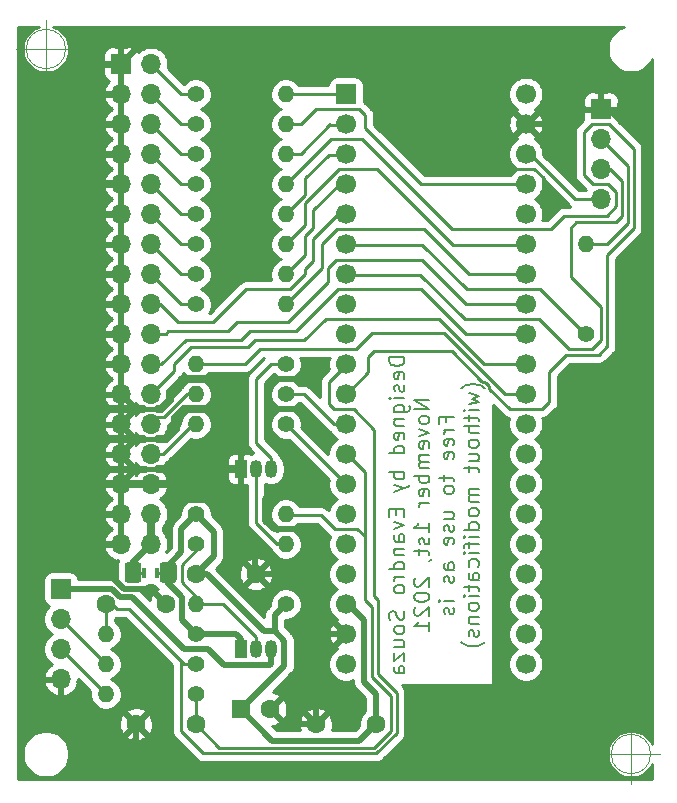
<source format=gbr>
%TF.GenerationSoftware,KiCad,Pcbnew,(5.1.6)-1*%
%TF.CreationDate,2021-11-05T01:54:12-02:00*%
%TF.ProjectId,PS2-MSX-F4,5053322d-4d53-4582-9d46-342e6b696361,rev?*%
%TF.SameCoordinates,Original*%
%TF.FileFunction,Copper,L2,Bot*%
%TF.FilePolarity,Positive*%
%FSLAX46Y46*%
G04 Gerber Fmt 4.6, Leading zero omitted, Abs format (unit mm)*
G04 Created by KiCad (PCBNEW (5.1.6)-1) date 2021-11-05 01:54:12*
%MOMM*%
%LPD*%
G01*
G04 APERTURE LIST*
%TA.AperFunction,NonConductor*%
%ADD10C,0.050000*%
%TD*%
%TA.AperFunction,NonConductor*%
%ADD11C,0.150000*%
%TD*%
%TA.AperFunction,ComponentPad*%
%ADD12C,1.600000*%
%TD*%
%TA.AperFunction,ComponentPad*%
%ADD13R,1.600000X1.600000*%
%TD*%
%TA.AperFunction,ComponentPad*%
%ADD14C,1.700000*%
%TD*%
%TA.AperFunction,ComponentPad*%
%ADD15R,1.700000X1.700000*%
%TD*%
%TA.AperFunction,SMDPad,CuDef*%
%ADD16R,0.450000X0.950000*%
%TD*%
%TA.AperFunction,ComponentPad*%
%ADD17O,1.700000X1.700000*%
%TD*%
%TA.AperFunction,ComponentPad*%
%ADD18R,1.050000X1.500000*%
%TD*%
%TA.AperFunction,ComponentPad*%
%ADD19O,1.050000X1.500000*%
%TD*%
%TA.AperFunction,ComponentPad*%
%ADD20O,1.400000X1.400000*%
%TD*%
%TA.AperFunction,ComponentPad*%
%ADD21C,1.400000*%
%TD*%
%TA.AperFunction,Conductor*%
%ADD22C,0.500000*%
%TD*%
%TA.AperFunction,Conductor*%
%ADD23C,0.400000*%
%TD*%
%TA.AperFunction,Conductor*%
%ADD24C,0.600000*%
%TD*%
%TA.AperFunction,Conductor*%
%ADD25C,0.250000*%
%TD*%
%TA.AperFunction,Conductor*%
%ADD26C,0.700000*%
%TD*%
%TA.AperFunction,Conductor*%
%ADD27C,0.254000*%
%TD*%
G04 APERTURE END LIST*
D10*
X128666666Y-74930000D02*
G75*
G03*
X128666666Y-74930000I-1666666J0D01*
G01*
X124500000Y-74930000D02*
X129500000Y-74930000D01*
X127000000Y-72430000D02*
X127000000Y-77430000D01*
X178196666Y-134620000D02*
G75*
G03*
X178196666Y-134620000I-1666666J0D01*
G01*
X174030000Y-134620000D02*
X179030000Y-134620000D01*
X176530000Y-132120000D02*
X176530000Y-137120000D01*
D11*
X157353955Y-101030171D02*
X156053955Y-101030171D01*
X156053955Y-101339695D01*
X156115860Y-101525409D01*
X156239669Y-101649219D01*
X156363479Y-101711123D01*
X156611098Y-101773028D01*
X156796812Y-101773028D01*
X157044431Y-101711123D01*
X157168240Y-101649219D01*
X157292050Y-101525409D01*
X157353955Y-101339695D01*
X157353955Y-101030171D01*
X157292050Y-102825409D02*
X157353955Y-102701600D01*
X157353955Y-102453980D01*
X157292050Y-102330171D01*
X157168240Y-102268266D01*
X156673002Y-102268266D01*
X156549193Y-102330171D01*
X156487288Y-102453980D01*
X156487288Y-102701600D01*
X156549193Y-102825409D01*
X156673002Y-102887314D01*
X156796812Y-102887314D01*
X156920621Y-102268266D01*
X157292050Y-103382552D02*
X157353955Y-103506361D01*
X157353955Y-103753980D01*
X157292050Y-103877790D01*
X157168240Y-103939695D01*
X157106336Y-103939695D01*
X156982526Y-103877790D01*
X156920621Y-103753980D01*
X156920621Y-103568266D01*
X156858717Y-103444457D01*
X156734907Y-103382552D01*
X156673002Y-103382552D01*
X156549193Y-103444457D01*
X156487288Y-103568266D01*
X156487288Y-103753980D01*
X156549193Y-103877790D01*
X157353955Y-104496838D02*
X156487288Y-104496838D01*
X156053955Y-104496838D02*
X156115860Y-104434933D01*
X156177764Y-104496838D01*
X156115860Y-104558742D01*
X156053955Y-104496838D01*
X156177764Y-104496838D01*
X156487288Y-105673028D02*
X157539669Y-105673028D01*
X157663479Y-105611123D01*
X157725383Y-105549219D01*
X157787288Y-105425409D01*
X157787288Y-105239695D01*
X157725383Y-105115885D01*
X157292050Y-105673028D02*
X157353955Y-105549219D01*
X157353955Y-105301600D01*
X157292050Y-105177790D01*
X157230145Y-105115885D01*
X157106336Y-105053980D01*
X156734907Y-105053980D01*
X156611098Y-105115885D01*
X156549193Y-105177790D01*
X156487288Y-105301600D01*
X156487288Y-105549219D01*
X156549193Y-105673028D01*
X156487288Y-106292076D02*
X157353955Y-106292076D01*
X156611098Y-106292076D02*
X156549193Y-106353980D01*
X156487288Y-106477790D01*
X156487288Y-106663504D01*
X156549193Y-106787314D01*
X156673002Y-106849219D01*
X157353955Y-106849219D01*
X157292050Y-107963504D02*
X157353955Y-107839695D01*
X157353955Y-107592076D01*
X157292050Y-107468266D01*
X157168240Y-107406361D01*
X156673002Y-107406361D01*
X156549193Y-107468266D01*
X156487288Y-107592076D01*
X156487288Y-107839695D01*
X156549193Y-107963504D01*
X156673002Y-108025409D01*
X156796812Y-108025409D01*
X156920621Y-107406361D01*
X157353955Y-109139695D02*
X156053955Y-109139695D01*
X157292050Y-109139695D02*
X157353955Y-109015885D01*
X157353955Y-108768266D01*
X157292050Y-108644457D01*
X157230145Y-108582552D01*
X157106336Y-108520647D01*
X156734907Y-108520647D01*
X156611098Y-108582552D01*
X156549193Y-108644457D01*
X156487288Y-108768266D01*
X156487288Y-109015885D01*
X156549193Y-109139695D01*
X157353955Y-110749219D02*
X156053955Y-110749219D01*
X156549193Y-110749219D02*
X156487288Y-110873028D01*
X156487288Y-111120647D01*
X156549193Y-111244457D01*
X156611098Y-111306361D01*
X156734907Y-111368266D01*
X157106336Y-111368266D01*
X157230145Y-111306361D01*
X157292050Y-111244457D01*
X157353955Y-111120647D01*
X157353955Y-110873028D01*
X157292050Y-110749219D01*
X156487288Y-111801600D02*
X157353955Y-112111123D01*
X156487288Y-112420647D02*
X157353955Y-112111123D01*
X157663479Y-111987314D01*
X157725383Y-111925409D01*
X157787288Y-111801600D01*
X156673002Y-113906361D02*
X156673002Y-114339695D01*
X157353955Y-114525409D02*
X157353955Y-113906361D01*
X156053955Y-113906361D01*
X156053955Y-114525409D01*
X156487288Y-114958742D02*
X157353955Y-115268266D01*
X156487288Y-115577790D01*
X157353955Y-116630171D02*
X156673002Y-116630171D01*
X156549193Y-116568266D01*
X156487288Y-116444457D01*
X156487288Y-116196838D01*
X156549193Y-116073028D01*
X157292050Y-116630171D02*
X157353955Y-116506361D01*
X157353955Y-116196838D01*
X157292050Y-116073028D01*
X157168240Y-116011123D01*
X157044431Y-116011123D01*
X156920621Y-116073028D01*
X156858717Y-116196838D01*
X156858717Y-116506361D01*
X156796812Y-116630171D01*
X156487288Y-117249219D02*
X157353955Y-117249219D01*
X156611098Y-117249219D02*
X156549193Y-117311123D01*
X156487288Y-117434933D01*
X156487288Y-117620647D01*
X156549193Y-117744457D01*
X156673002Y-117806361D01*
X157353955Y-117806361D01*
X157353955Y-118982552D02*
X156053955Y-118982552D01*
X157292050Y-118982552D02*
X157353955Y-118858742D01*
X157353955Y-118611123D01*
X157292050Y-118487314D01*
X157230145Y-118425409D01*
X157106336Y-118363504D01*
X156734907Y-118363504D01*
X156611098Y-118425409D01*
X156549193Y-118487314D01*
X156487288Y-118611123D01*
X156487288Y-118858742D01*
X156549193Y-118982552D01*
X157353955Y-119601600D02*
X156487288Y-119601600D01*
X156734907Y-119601600D02*
X156611098Y-119663504D01*
X156549193Y-119725409D01*
X156487288Y-119849219D01*
X156487288Y-119973028D01*
X157353955Y-120592076D02*
X157292050Y-120468266D01*
X157230145Y-120406361D01*
X157106336Y-120344457D01*
X156734907Y-120344457D01*
X156611098Y-120406361D01*
X156549193Y-120468266D01*
X156487288Y-120592076D01*
X156487288Y-120777790D01*
X156549193Y-120901600D01*
X156611098Y-120963504D01*
X156734907Y-121025409D01*
X157106336Y-121025409D01*
X157230145Y-120963504D01*
X157292050Y-120901600D01*
X157353955Y-120777790D01*
X157353955Y-120592076D01*
X157292050Y-122511123D02*
X157353955Y-122696838D01*
X157353955Y-123006361D01*
X157292050Y-123130171D01*
X157230145Y-123192076D01*
X157106336Y-123253980D01*
X156982526Y-123253980D01*
X156858717Y-123192076D01*
X156796812Y-123130171D01*
X156734907Y-123006361D01*
X156673002Y-122758742D01*
X156611098Y-122634933D01*
X156549193Y-122573028D01*
X156425383Y-122511123D01*
X156301574Y-122511123D01*
X156177764Y-122573028D01*
X156115860Y-122634933D01*
X156053955Y-122758742D01*
X156053955Y-123068266D01*
X156115860Y-123253980D01*
X157353955Y-123996838D02*
X157292050Y-123873028D01*
X157230145Y-123811123D01*
X157106336Y-123749219D01*
X156734907Y-123749219D01*
X156611098Y-123811123D01*
X156549193Y-123873028D01*
X156487288Y-123996838D01*
X156487288Y-124182552D01*
X156549193Y-124306361D01*
X156611098Y-124368266D01*
X156734907Y-124430171D01*
X157106336Y-124430171D01*
X157230145Y-124368266D01*
X157292050Y-124306361D01*
X157353955Y-124182552D01*
X157353955Y-123996838D01*
X156487288Y-125544457D02*
X157353955Y-125544457D01*
X156487288Y-124987314D02*
X157168240Y-124987314D01*
X157292050Y-125049219D01*
X157353955Y-125173028D01*
X157353955Y-125358742D01*
X157292050Y-125482552D01*
X157230145Y-125544457D01*
X156487288Y-126039695D02*
X156487288Y-126720647D01*
X157353955Y-126039695D01*
X157353955Y-126720647D01*
X157353955Y-127773028D02*
X156673002Y-127773028D01*
X156549193Y-127711123D01*
X156487288Y-127587314D01*
X156487288Y-127339695D01*
X156549193Y-127215885D01*
X157292050Y-127773028D02*
X157353955Y-127649219D01*
X157353955Y-127339695D01*
X157292050Y-127215885D01*
X157168240Y-127153980D01*
X157044431Y-127153980D01*
X156920621Y-127215885D01*
X156858717Y-127339695D01*
X156858717Y-127649219D01*
X156796812Y-127773028D01*
X159453955Y-104682552D02*
X158153955Y-104682552D01*
X159453955Y-105425409D01*
X158153955Y-105425409D01*
X159453955Y-106230171D02*
X159392050Y-106106361D01*
X159330145Y-106044457D01*
X159206336Y-105982552D01*
X158834907Y-105982552D01*
X158711098Y-106044457D01*
X158649193Y-106106361D01*
X158587288Y-106230171D01*
X158587288Y-106415885D01*
X158649193Y-106539695D01*
X158711098Y-106601600D01*
X158834907Y-106663504D01*
X159206336Y-106663504D01*
X159330145Y-106601600D01*
X159392050Y-106539695D01*
X159453955Y-106415885D01*
X159453955Y-106230171D01*
X158587288Y-107096838D02*
X159453955Y-107406361D01*
X158587288Y-107715885D01*
X159392050Y-108706361D02*
X159453955Y-108582552D01*
X159453955Y-108334933D01*
X159392050Y-108211123D01*
X159268240Y-108149219D01*
X158773002Y-108149219D01*
X158649193Y-108211123D01*
X158587288Y-108334933D01*
X158587288Y-108582552D01*
X158649193Y-108706361D01*
X158773002Y-108768266D01*
X158896812Y-108768266D01*
X159020621Y-108149219D01*
X159453955Y-109325409D02*
X158587288Y-109325409D01*
X158711098Y-109325409D02*
X158649193Y-109387314D01*
X158587288Y-109511123D01*
X158587288Y-109696838D01*
X158649193Y-109820647D01*
X158773002Y-109882552D01*
X159453955Y-109882552D01*
X158773002Y-109882552D02*
X158649193Y-109944457D01*
X158587288Y-110068266D01*
X158587288Y-110253980D01*
X158649193Y-110377790D01*
X158773002Y-110439695D01*
X159453955Y-110439695D01*
X159453955Y-111058742D02*
X158153955Y-111058742D01*
X158649193Y-111058742D02*
X158587288Y-111182552D01*
X158587288Y-111430171D01*
X158649193Y-111553980D01*
X158711098Y-111615885D01*
X158834907Y-111677790D01*
X159206336Y-111677790D01*
X159330145Y-111615885D01*
X159392050Y-111553980D01*
X159453955Y-111430171D01*
X159453955Y-111182552D01*
X159392050Y-111058742D01*
X159392050Y-112730171D02*
X159453955Y-112606361D01*
X159453955Y-112358742D01*
X159392050Y-112234933D01*
X159268240Y-112173028D01*
X158773002Y-112173028D01*
X158649193Y-112234933D01*
X158587288Y-112358742D01*
X158587288Y-112606361D01*
X158649193Y-112730171D01*
X158773002Y-112792076D01*
X158896812Y-112792076D01*
X159020621Y-112173028D01*
X159453955Y-113349219D02*
X158587288Y-113349219D01*
X158834907Y-113349219D02*
X158711098Y-113411123D01*
X158649193Y-113473028D01*
X158587288Y-113596838D01*
X158587288Y-113720647D01*
X159453955Y-115825409D02*
X159453955Y-115082552D01*
X159453955Y-115453980D02*
X158153955Y-115453980D01*
X158339669Y-115330171D01*
X158463479Y-115206361D01*
X158525383Y-115082552D01*
X159392050Y-116320647D02*
X159453955Y-116444457D01*
X159453955Y-116692076D01*
X159392050Y-116815885D01*
X159268240Y-116877790D01*
X159206336Y-116877790D01*
X159082526Y-116815885D01*
X159020621Y-116692076D01*
X159020621Y-116506361D01*
X158958717Y-116382552D01*
X158834907Y-116320647D01*
X158773002Y-116320647D01*
X158649193Y-116382552D01*
X158587288Y-116506361D01*
X158587288Y-116692076D01*
X158649193Y-116815885D01*
X158587288Y-117249219D02*
X158587288Y-117744457D01*
X158153955Y-117434933D02*
X159268240Y-117434933D01*
X159392050Y-117496838D01*
X159453955Y-117620647D01*
X159453955Y-117744457D01*
X159392050Y-118239695D02*
X159453955Y-118239695D01*
X159577764Y-118177790D01*
X159639669Y-118115885D01*
X158277764Y-119725409D02*
X158215860Y-119787314D01*
X158153955Y-119911123D01*
X158153955Y-120220647D01*
X158215860Y-120344457D01*
X158277764Y-120406361D01*
X158401574Y-120468266D01*
X158525383Y-120468266D01*
X158711098Y-120406361D01*
X159453955Y-119663504D01*
X159453955Y-120468266D01*
X158153955Y-121273028D02*
X158153955Y-121396838D01*
X158215860Y-121520647D01*
X158277764Y-121582552D01*
X158401574Y-121644457D01*
X158649193Y-121706361D01*
X158958717Y-121706361D01*
X159206336Y-121644457D01*
X159330145Y-121582552D01*
X159392050Y-121520647D01*
X159453955Y-121396838D01*
X159453955Y-121273028D01*
X159392050Y-121149219D01*
X159330145Y-121087314D01*
X159206336Y-121025409D01*
X158958717Y-120963504D01*
X158649193Y-120963504D01*
X158401574Y-121025409D01*
X158277764Y-121087314D01*
X158215860Y-121149219D01*
X158153955Y-121273028D01*
X158277764Y-122201600D02*
X158215860Y-122263504D01*
X158153955Y-122387314D01*
X158153955Y-122696838D01*
X158215860Y-122820647D01*
X158277764Y-122882552D01*
X158401574Y-122944457D01*
X158525383Y-122944457D01*
X158711098Y-122882552D01*
X159453955Y-122139695D01*
X159453955Y-122944457D01*
X159453955Y-124182552D02*
X159453955Y-123439695D01*
X159453955Y-123811123D02*
X158153955Y-123811123D01*
X158339669Y-123687314D01*
X158463479Y-123563504D01*
X158525383Y-123439695D01*
X160873002Y-106508742D02*
X160873002Y-106075409D01*
X161553955Y-106075409D02*
X160253955Y-106075409D01*
X160253955Y-106694457D01*
X161553955Y-107189695D02*
X160687288Y-107189695D01*
X160934907Y-107189695D02*
X160811098Y-107251600D01*
X160749193Y-107313504D01*
X160687288Y-107437314D01*
X160687288Y-107561123D01*
X161492050Y-108489695D02*
X161553955Y-108365885D01*
X161553955Y-108118266D01*
X161492050Y-107994457D01*
X161368240Y-107932552D01*
X160873002Y-107932552D01*
X160749193Y-107994457D01*
X160687288Y-108118266D01*
X160687288Y-108365885D01*
X160749193Y-108489695D01*
X160873002Y-108551600D01*
X160996812Y-108551600D01*
X161120621Y-107932552D01*
X161492050Y-109603980D02*
X161553955Y-109480171D01*
X161553955Y-109232552D01*
X161492050Y-109108742D01*
X161368240Y-109046838D01*
X160873002Y-109046838D01*
X160749193Y-109108742D01*
X160687288Y-109232552D01*
X160687288Y-109480171D01*
X160749193Y-109603980D01*
X160873002Y-109665885D01*
X160996812Y-109665885D01*
X161120621Y-109046838D01*
X160687288Y-111027790D02*
X160687288Y-111523028D01*
X160253955Y-111213504D02*
X161368240Y-111213504D01*
X161492050Y-111275409D01*
X161553955Y-111399219D01*
X161553955Y-111523028D01*
X161553955Y-112142076D02*
X161492050Y-112018266D01*
X161430145Y-111956361D01*
X161306336Y-111894457D01*
X160934907Y-111894457D01*
X160811098Y-111956361D01*
X160749193Y-112018266D01*
X160687288Y-112142076D01*
X160687288Y-112327790D01*
X160749193Y-112451600D01*
X160811098Y-112513504D01*
X160934907Y-112575409D01*
X161306336Y-112575409D01*
X161430145Y-112513504D01*
X161492050Y-112451600D01*
X161553955Y-112327790D01*
X161553955Y-112142076D01*
X160687288Y-114680171D02*
X161553955Y-114680171D01*
X160687288Y-114123028D02*
X161368240Y-114123028D01*
X161492050Y-114184933D01*
X161553955Y-114308742D01*
X161553955Y-114494457D01*
X161492050Y-114618266D01*
X161430145Y-114680171D01*
X161492050Y-115237314D02*
X161553955Y-115361123D01*
X161553955Y-115608742D01*
X161492050Y-115732552D01*
X161368240Y-115794457D01*
X161306336Y-115794457D01*
X161182526Y-115732552D01*
X161120621Y-115608742D01*
X161120621Y-115423028D01*
X161058717Y-115299219D01*
X160934907Y-115237314D01*
X160873002Y-115237314D01*
X160749193Y-115299219D01*
X160687288Y-115423028D01*
X160687288Y-115608742D01*
X160749193Y-115732552D01*
X161492050Y-116846838D02*
X161553955Y-116723028D01*
X161553955Y-116475409D01*
X161492050Y-116351600D01*
X161368240Y-116289695D01*
X160873002Y-116289695D01*
X160749193Y-116351600D01*
X160687288Y-116475409D01*
X160687288Y-116723028D01*
X160749193Y-116846838D01*
X160873002Y-116908742D01*
X160996812Y-116908742D01*
X161120621Y-116289695D01*
X161553955Y-119013504D02*
X160873002Y-119013504D01*
X160749193Y-118951600D01*
X160687288Y-118827790D01*
X160687288Y-118580171D01*
X160749193Y-118456361D01*
X161492050Y-119013504D02*
X161553955Y-118889695D01*
X161553955Y-118580171D01*
X161492050Y-118456361D01*
X161368240Y-118394457D01*
X161244431Y-118394457D01*
X161120621Y-118456361D01*
X161058717Y-118580171D01*
X161058717Y-118889695D01*
X160996812Y-119013504D01*
X161492050Y-119570647D02*
X161553955Y-119694457D01*
X161553955Y-119942076D01*
X161492050Y-120065885D01*
X161368240Y-120127790D01*
X161306336Y-120127790D01*
X161182526Y-120065885D01*
X161120621Y-119942076D01*
X161120621Y-119756361D01*
X161058717Y-119632552D01*
X160934907Y-119570647D01*
X160873002Y-119570647D01*
X160749193Y-119632552D01*
X160687288Y-119756361D01*
X160687288Y-119942076D01*
X160749193Y-120065885D01*
X161553955Y-121675409D02*
X160687288Y-121675409D01*
X160253955Y-121675409D02*
X160315860Y-121613504D01*
X160377764Y-121675409D01*
X160315860Y-121737314D01*
X160253955Y-121675409D01*
X160377764Y-121675409D01*
X161492050Y-122232552D02*
X161553955Y-122356361D01*
X161553955Y-122603980D01*
X161492050Y-122727790D01*
X161368240Y-122789695D01*
X161306336Y-122789695D01*
X161182526Y-122727790D01*
X161120621Y-122603980D01*
X161120621Y-122418266D01*
X161058717Y-122294457D01*
X160934907Y-122232552D01*
X160873002Y-122232552D01*
X160749193Y-122294457D01*
X160687288Y-122418266D01*
X160687288Y-122603980D01*
X160749193Y-122727790D01*
X164149193Y-103661123D02*
X164087288Y-103599219D01*
X163901574Y-103475409D01*
X163777764Y-103413504D01*
X163592050Y-103351600D01*
X163282526Y-103289695D01*
X163034907Y-103289695D01*
X162725383Y-103351600D01*
X162539669Y-103413504D01*
X162415860Y-103475409D01*
X162230145Y-103599219D01*
X162168240Y-103661123D01*
X162787288Y-104032552D02*
X163653955Y-104280171D01*
X163034907Y-104527790D01*
X163653955Y-104775409D01*
X162787288Y-105023028D01*
X163653955Y-105518266D02*
X162787288Y-105518266D01*
X162353955Y-105518266D02*
X162415860Y-105456361D01*
X162477764Y-105518266D01*
X162415860Y-105580171D01*
X162353955Y-105518266D01*
X162477764Y-105518266D01*
X162787288Y-105951600D02*
X162787288Y-106446838D01*
X162353955Y-106137314D02*
X163468240Y-106137314D01*
X163592050Y-106199219D01*
X163653955Y-106323028D01*
X163653955Y-106446838D01*
X163653955Y-106880171D02*
X162353955Y-106880171D01*
X163653955Y-107437314D02*
X162973002Y-107437314D01*
X162849193Y-107375409D01*
X162787288Y-107251600D01*
X162787288Y-107065885D01*
X162849193Y-106942076D01*
X162911098Y-106880171D01*
X163653955Y-108242076D02*
X163592050Y-108118266D01*
X163530145Y-108056361D01*
X163406336Y-107994457D01*
X163034907Y-107994457D01*
X162911098Y-108056361D01*
X162849193Y-108118266D01*
X162787288Y-108242076D01*
X162787288Y-108427790D01*
X162849193Y-108551600D01*
X162911098Y-108613504D01*
X163034907Y-108675409D01*
X163406336Y-108675409D01*
X163530145Y-108613504D01*
X163592050Y-108551600D01*
X163653955Y-108427790D01*
X163653955Y-108242076D01*
X162787288Y-109789695D02*
X163653955Y-109789695D01*
X162787288Y-109232552D02*
X163468240Y-109232552D01*
X163592050Y-109294457D01*
X163653955Y-109418266D01*
X163653955Y-109603980D01*
X163592050Y-109727790D01*
X163530145Y-109789695D01*
X162787288Y-110223028D02*
X162787288Y-110718266D01*
X162353955Y-110408742D02*
X163468240Y-110408742D01*
X163592050Y-110470647D01*
X163653955Y-110594457D01*
X163653955Y-110718266D01*
X163653955Y-112142076D02*
X162787288Y-112142076D01*
X162911098Y-112142076D02*
X162849193Y-112203980D01*
X162787288Y-112327790D01*
X162787288Y-112513504D01*
X162849193Y-112637314D01*
X162973002Y-112699219D01*
X163653955Y-112699219D01*
X162973002Y-112699219D02*
X162849193Y-112761123D01*
X162787288Y-112884933D01*
X162787288Y-113070647D01*
X162849193Y-113194457D01*
X162973002Y-113256361D01*
X163653955Y-113256361D01*
X163653955Y-114061123D02*
X163592050Y-113937314D01*
X163530145Y-113875409D01*
X163406336Y-113813504D01*
X163034907Y-113813504D01*
X162911098Y-113875409D01*
X162849193Y-113937314D01*
X162787288Y-114061123D01*
X162787288Y-114246838D01*
X162849193Y-114370647D01*
X162911098Y-114432552D01*
X163034907Y-114494457D01*
X163406336Y-114494457D01*
X163530145Y-114432552D01*
X163592050Y-114370647D01*
X163653955Y-114246838D01*
X163653955Y-114061123D01*
X163653955Y-115608742D02*
X162353955Y-115608742D01*
X163592050Y-115608742D02*
X163653955Y-115484933D01*
X163653955Y-115237314D01*
X163592050Y-115113504D01*
X163530145Y-115051600D01*
X163406336Y-114989695D01*
X163034907Y-114989695D01*
X162911098Y-115051600D01*
X162849193Y-115113504D01*
X162787288Y-115237314D01*
X162787288Y-115484933D01*
X162849193Y-115608742D01*
X163653955Y-116227790D02*
X162787288Y-116227790D01*
X162353955Y-116227790D02*
X162415860Y-116165885D01*
X162477764Y-116227790D01*
X162415860Y-116289695D01*
X162353955Y-116227790D01*
X162477764Y-116227790D01*
X162787288Y-116661123D02*
X162787288Y-117156361D01*
X163653955Y-116846838D02*
X162539669Y-116846838D01*
X162415860Y-116908742D01*
X162353955Y-117032552D01*
X162353955Y-117156361D01*
X163653955Y-117589695D02*
X162787288Y-117589695D01*
X162353955Y-117589695D02*
X162415860Y-117527790D01*
X162477764Y-117589695D01*
X162415860Y-117651600D01*
X162353955Y-117589695D01*
X162477764Y-117589695D01*
X163592050Y-118765885D02*
X163653955Y-118642076D01*
X163653955Y-118394457D01*
X163592050Y-118270647D01*
X163530145Y-118208742D01*
X163406336Y-118146838D01*
X163034907Y-118146838D01*
X162911098Y-118208742D01*
X162849193Y-118270647D01*
X162787288Y-118394457D01*
X162787288Y-118642076D01*
X162849193Y-118765885D01*
X163653955Y-119880171D02*
X162973002Y-119880171D01*
X162849193Y-119818266D01*
X162787288Y-119694457D01*
X162787288Y-119446838D01*
X162849193Y-119323028D01*
X163592050Y-119880171D02*
X163653955Y-119756361D01*
X163653955Y-119446838D01*
X163592050Y-119323028D01*
X163468240Y-119261123D01*
X163344431Y-119261123D01*
X163220621Y-119323028D01*
X163158717Y-119446838D01*
X163158717Y-119756361D01*
X163096812Y-119880171D01*
X162787288Y-120313504D02*
X162787288Y-120808742D01*
X162353955Y-120499219D02*
X163468240Y-120499219D01*
X163592050Y-120561123D01*
X163653955Y-120684933D01*
X163653955Y-120808742D01*
X163653955Y-121242076D02*
X162787288Y-121242076D01*
X162353955Y-121242076D02*
X162415860Y-121180171D01*
X162477764Y-121242076D01*
X162415860Y-121303980D01*
X162353955Y-121242076D01*
X162477764Y-121242076D01*
X163653955Y-122046838D02*
X163592050Y-121923028D01*
X163530145Y-121861123D01*
X163406336Y-121799219D01*
X163034907Y-121799219D01*
X162911098Y-121861123D01*
X162849193Y-121923028D01*
X162787288Y-122046838D01*
X162787288Y-122232552D01*
X162849193Y-122356361D01*
X162911098Y-122418266D01*
X163034907Y-122480171D01*
X163406336Y-122480171D01*
X163530145Y-122418266D01*
X163592050Y-122356361D01*
X163653955Y-122232552D01*
X163653955Y-122046838D01*
X162787288Y-123037314D02*
X163653955Y-123037314D01*
X162911098Y-123037314D02*
X162849193Y-123099219D01*
X162787288Y-123223028D01*
X162787288Y-123408742D01*
X162849193Y-123532552D01*
X162973002Y-123594457D01*
X163653955Y-123594457D01*
X163592050Y-124151600D02*
X163653955Y-124275409D01*
X163653955Y-124523028D01*
X163592050Y-124646838D01*
X163468240Y-124708742D01*
X163406336Y-124708742D01*
X163282526Y-124646838D01*
X163220621Y-124523028D01*
X163220621Y-124337314D01*
X163158717Y-124213504D01*
X163034907Y-124151600D01*
X162973002Y-124151600D01*
X162849193Y-124213504D01*
X162787288Y-124337314D01*
X162787288Y-124523028D01*
X162849193Y-124646838D01*
X164149193Y-125142076D02*
X164087288Y-125203980D01*
X163901574Y-125327790D01*
X163777764Y-125389695D01*
X163592050Y-125451600D01*
X163282526Y-125513504D01*
X163034907Y-125513504D01*
X162725383Y-125451600D01*
X162539669Y-125389695D01*
X162415860Y-125327790D01*
X162230145Y-125203980D01*
X162168240Y-125142076D01*
D12*
%TO.P,C4,2*%
%TO.N,GNDD*%
X146010000Y-130810000D03*
D13*
%TO.P,C4,1*%
%TO.N,+5VD*%
X143510000Y-130810000D03*
%TD*%
D14*
%TO.P,U1,20*%
%TO.N,Net-(U1-Pad20)*%
X152400000Y-127000000D03*
%TO.P,U1,21*%
%TO.N,Net-(U1-Pad21)*%
X167640000Y-127000000D03*
%TO.P,U1,19*%
%TO.N,GNDD*%
X152400000Y-124460000D03*
%TO.P,U1,22*%
%TO.N,Net-(U1-Pad22)*%
X167640000Y-124460000D03*
%TO.P,U1,18*%
%TO.N,+5VD*%
X152400000Y-121920000D03*
%TO.P,U1,23*%
%TO.N,Net-(U1-Pad23)*%
X167640000Y-121920000D03*
%TO.P,U1,17*%
%TO.N,Net-(U1-Pad17)*%
X152400000Y-119380000D03*
%TO.P,U1,24*%
%TO.N,Net-(U1-Pad24)*%
X167640000Y-119380000D03*
%TO.P,U1,16*%
%TO.N,Net-(U1-Pad16)*%
X152400000Y-116840000D03*
%TO.P,U1,25*%
%TO.N,Net-(U1-Pad25)*%
X167640000Y-116840000D03*
%TO.P,U1,15*%
%TO.N,Net-(U1-Pad15)*%
X152400000Y-114300000D03*
%TO.P,U1,26*%
%TO.N,Net-(U1-Pad26)*%
X167640000Y-114300000D03*
%TO.P,U1,14*%
%TO.N,/KanaL*%
X152400000Y-111760000D03*
%TO.P,U1,27*%
%TO.N,Net-(U1-Pad27)*%
X167640000Y-111760000D03*
%TO.P,U1,13*%
%TO.N,/PS2Data*%
X152400000Y-109220000D03*
%TO.P,U1,28*%
%TO.N,Net-(U1-Pad28)*%
X167640000Y-109220000D03*
%TO.P,U1,12*%
%TO.N,/CapsL*%
X152400000Y-106680000D03*
%TO.P,U1,29*%
%TO.N,Net-(U1-Pad29)*%
X167640000Y-106680000D03*
%TO.P,U1,11*%
%TO.N,/X3'*%
X152400000Y-104140000D03*
%TO.P,U1,30*%
%TO.N,Net-(R10-Pad2)*%
X167640000Y-104140000D03*
%TO.P,U1,10*%
%TO.N,/PS2Clk*%
X152400000Y-101600000D03*
%TO.P,U1,31*%
%TO.N,/Y3*%
X167640000Y-101600000D03*
%TO.P,U1,9*%
%TO.N,Net-(U1-Pad9)*%
X152400000Y-99060000D03*
%TO.P,U1,32*%
%TO.N,/Y2*%
X167640000Y-99060000D03*
%TO.P,U1,8*%
%TO.N,Net-(U1-Pad8)*%
X152400000Y-96520000D03*
%TO.P,U1,33*%
%TO.N,/Y1*%
X167640000Y-96520000D03*
%TO.P,U1,7*%
%TO.N,/3.3V_Serial_RX*%
X152400000Y-93980000D03*
%TO.P,U1,34*%
%TO.N,/X7'*%
X167640000Y-93980000D03*
%TO.P,U1,6*%
%TO.N,Net-(R9-Pad1)*%
X152400000Y-91440000D03*
%TO.P,U1,35*%
%TO.N,/X5'*%
X167640000Y-91440000D03*
%TO.P,U1,5*%
%TO.N,/Y0*%
X152400000Y-88900000D03*
%TO.P,U1,36*%
%TO.N,Net-(U1-Pad36)*%
X167640000Y-88900000D03*
%TO.P,U1,4*%
%TO.N,/X6'*%
X152400000Y-86360000D03*
%TO.P,U1,37*%
%TO.N,/X1'*%
X167640000Y-86360000D03*
%TO.P,U1,3*%
%TO.N,/X4'*%
X152400000Y-83820000D03*
%TO.P,U1,38*%
%TO.N,+3V3*%
X167640000Y-83820000D03*
%TO.P,U1,2*%
%TO.N,/X2'*%
X152400000Y-81280000D03*
%TO.P,U1,39*%
%TO.N,GNDD*%
X167640000Y-81280000D03*
D15*
%TO.P,U1,1*%
%TO.N,Net-(R1-Pad2)*%
X152400000Y-78740000D03*
D14*
%TO.P,U1,40*%
%TO.N,Net-(U1-Pad40)*%
X167640000Y-78740000D03*
%TD*%
D16*
%TO.P,F1,2*%
%TO.N,Net-(F1-Pad2)*%
X135282940Y-119258080D03*
%TO.P,F1,1*%
%TO.N,+5VD*%
X136428480Y-119258080D03*
%TO.P,F1,2*%
%TO.N,Net-(F1-Pad2)*%
%TA.AperFunction,SMDPad,CuDef*%
G36*
G01*
X135081980Y-118630540D02*
X135081980Y-119880540D01*
G75*
G02*
X134831980Y-120130540I-250000J0D01*
G01*
X133906980Y-120130540D01*
G75*
G02*
X133656980Y-119880540I0J250000D01*
G01*
X133656980Y-118630540D01*
G75*
G02*
X133906980Y-118380540I250000J0D01*
G01*
X134831980Y-118380540D01*
G75*
G02*
X135081980Y-118630540I0J-250000D01*
G01*
G37*
%TD.AperFunction*%
%TO.P,F1,1*%
%TO.N,+5VD*%
%TA.AperFunction,SMDPad,CuDef*%
G36*
G01*
X138056980Y-118630540D02*
X138056980Y-119880540D01*
G75*
G02*
X137806980Y-120130540I-250000J0D01*
G01*
X136881980Y-120130540D01*
G75*
G02*
X136631980Y-119880540I0J250000D01*
G01*
X136631980Y-118630540D01*
G75*
G02*
X136881980Y-118380540I250000J0D01*
G01*
X137806980Y-118380540D01*
G75*
G02*
X138056980Y-118630540I0J-250000D01*
G01*
G37*
%TD.AperFunction*%
%TD*%
D17*
%TO.P,J1,34*%
%TO.N,Net-(F1-Pad2)*%
X135890000Y-116840000D03*
%TO.P,J1,33*%
%TO.N,GNDD*%
X133350000Y-116840000D03*
%TO.P,J1,32*%
%TO.N,Net-(F1-Pad2)*%
X135890000Y-114300000D03*
%TO.P,J1,31*%
%TO.N,GNDD*%
X133350000Y-114300000D03*
%TO.P,J1,30*%
X135890000Y-111760000D03*
%TO.P,J1,29*%
X133350000Y-111760000D03*
%TO.P,J1,28*%
%TO.N,/KanaLed*%
X135890000Y-109220000D03*
%TO.P,J1,27*%
%TO.N,GNDD*%
X133350000Y-109220000D03*
%TO.P,J1,26*%
%TO.N,/CapsLed*%
X135890000Y-106680000D03*
%TO.P,J1,25*%
%TO.N,GNDD*%
X133350000Y-106680000D03*
%TO.P,J1,24*%
%TO.N,/Y3*%
X135890000Y-104140000D03*
%TO.P,J1,23*%
%TO.N,GNDD*%
X133350000Y-104140000D03*
%TO.P,J1,22*%
%TO.N,/Y2*%
X135890000Y-101600000D03*
%TO.P,J1,21*%
%TO.N,GNDD*%
X133350000Y-101600000D03*
%TO.P,J1,20*%
%TO.N,/Y1*%
X135890000Y-99060000D03*
%TO.P,J1,19*%
%TO.N,GNDD*%
X133350000Y-99060000D03*
%TO.P,J1,18*%
%TO.N,/Y0*%
X135890000Y-96520000D03*
%TO.P,J1,17*%
%TO.N,GNDD*%
X133350000Y-96520000D03*
%TO.P,J1,16*%
%TO.N,/X7*%
X135890000Y-93980000D03*
%TO.P,J1,15*%
%TO.N,GNDD*%
X133350000Y-93980000D03*
%TO.P,J1,14*%
%TO.N,/X6*%
X135890000Y-91440000D03*
%TO.P,J1,13*%
%TO.N,GNDD*%
X133350000Y-91440000D03*
%TO.P,J1,12*%
%TO.N,/X5*%
X135890000Y-88900000D03*
%TO.P,J1,11*%
%TO.N,GNDD*%
X133350000Y-88900000D03*
%TO.P,J1,10*%
%TO.N,/X4*%
X135890000Y-86360000D03*
%TO.P,J1,9*%
%TO.N,GNDD*%
X133350000Y-86360000D03*
%TO.P,J1,8*%
%TO.N,/X3*%
X135890000Y-83820000D03*
%TO.P,J1,7*%
%TO.N,GNDD*%
X133350000Y-83820000D03*
%TO.P,J1,6*%
%TO.N,/X2*%
X135890000Y-81280000D03*
%TO.P,J1,5*%
%TO.N,GNDD*%
X133350000Y-81280000D03*
%TO.P,J1,4*%
%TO.N,/X1*%
X135890000Y-78740000D03*
%TO.P,J1,3*%
%TO.N,GNDD*%
X133350000Y-78740000D03*
%TO.P,J1,2*%
%TO.N,/X0*%
X135890000Y-76200000D03*
D15*
%TO.P,J1,1*%
%TO.N,GNDD*%
X133350000Y-76200000D03*
%TD*%
D17*
%TO.P,J2,4*%
%TO.N,+3V3*%
X173990000Y-87630000D03*
%TO.P,J2,3*%
%TO.N,/3.3V_Serial_RX*%
X173990000Y-85090000D03*
%TO.P,J2,2*%
%TO.N,/3.3V_Serial_TX*%
X173990000Y-82550000D03*
D15*
%TO.P,J2,1*%
%TO.N,GNDD*%
X173990000Y-80010000D03*
%TD*%
D12*
%TO.P,C5,2*%
%TO.N,GNDD*%
X149860000Y-132080000D03*
%TO.P,C5,1*%
%TO.N,+5VD*%
X154940000Y-132080000D03*
%TD*%
%TO.P,C3,2*%
%TO.N,GNDD*%
X134620000Y-132080000D03*
%TO.P,C3,1*%
%TO.N,/PS2Data*%
X139700000Y-132080000D03*
%TD*%
%TO.P,C2,2*%
%TO.N,GNDD*%
X137160000Y-121920000D03*
%TO.P,C2,1*%
%TO.N,/PS2Clk*%
X132080000Y-121920000D03*
%TD*%
%TO.P,C1,2*%
%TO.N,GNDD*%
X144780000Y-119380000D03*
%TO.P,C1,1*%
%TO.N,+5VD*%
X139700000Y-119380000D03*
%TD*%
D18*
%TO.P,Q1,1*%
%TO.N,GNDD*%
X143510000Y-110490000D03*
D19*
%TO.P,Q1,3*%
%TO.N,Net-(Q1-Pad3)*%
X146050000Y-110490000D03*
%TO.P,Q1,2*%
%TO.N,Net-(Q1-Pad2)*%
X144780000Y-110490000D03*
%TD*%
D18*
%TO.P,Q2,1*%
%TO.N,+5VD*%
X143522700Y-125730000D03*
D19*
%TO.P,Q2,3*%
%TO.N,/+5V_PS2_Keyboard*%
X146062700Y-125730000D03*
%TO.P,Q2,2*%
%TO.N,Net-(Q2-Pad2)*%
X144792700Y-125730000D03*
%TD*%
D17*
%TO.P,J3,4*%
%TO.N,GNDD*%
X128270000Y-128270000D03*
%TO.P,J3,3*%
%TO.N,/PS2DataPin*%
X128270000Y-125730000D03*
%TO.P,J3,2*%
%TO.N,/PS2ClkPin*%
X128270000Y-123190000D03*
D15*
%TO.P,J3,1*%
%TO.N,/+5V_PS2_Keyboard*%
X128270000Y-120650000D03*
%TD*%
D20*
%TO.P,R18,2*%
%TO.N,/PS2DataPin*%
X132080000Y-129540000D03*
D21*
%TO.P,R18,1*%
%TO.N,/PS2Data*%
X139700000Y-129540000D03*
%TD*%
D20*
%TO.P,R17,2*%
%TO.N,/PS2ClkPin*%
X132080000Y-127000000D03*
D21*
%TO.P,R17,1*%
%TO.N,/PS2Clk*%
X139700000Y-127000000D03*
%TD*%
D20*
%TO.P,R15,2*%
%TO.N,Net-(Q2-Pad2)*%
X139700000Y-121920000D03*
D21*
%TO.P,R15,1*%
%TO.N,+5VD*%
X147320000Y-121920000D03*
%TD*%
D20*
%TO.P,R14,2*%
%TO.N,Net-(Q1-Pad2)*%
X147320000Y-116840000D03*
D21*
%TO.P,R14,1*%
%TO.N,Net-(Q2-Pad2)*%
X139700000Y-116840000D03*
%TD*%
D20*
%TO.P,R10,2*%
%TO.N,Net-(R10-Pad2)*%
X139700000Y-101600000D03*
D21*
%TO.P,R10,1*%
%TO.N,Net-(Q1-Pad3)*%
X147320000Y-101600000D03*
%TD*%
D20*
%TO.P,R16,2*%
%TO.N,/PS2Clk*%
X132080000Y-124460000D03*
D21*
%TO.P,R16,1*%
%TO.N,+5VD*%
X139700000Y-124460000D03*
%TD*%
D20*
%TO.P,R11,2*%
%TO.N,/CapsLed*%
X139700000Y-104140000D03*
D21*
%TO.P,R11,1*%
%TO.N,/CapsL*%
X147320000Y-104140000D03*
%TD*%
D20*
%TO.P,R9,2*%
%TO.N,/3.3V_Serial_TX*%
X172720000Y-91440000D03*
D21*
%TO.P,R9,1*%
%TO.N,Net-(R9-Pad1)*%
X172720000Y-99060000D03*
%TD*%
D20*
%TO.P,R12,2*%
%TO.N,/KanaLed*%
X139700000Y-106680000D03*
D21*
%TO.P,R12,1*%
%TO.N,/KanaL*%
X147320000Y-106680000D03*
%TD*%
D20*
%TO.P,R13,2*%
%TO.N,/PS2Data*%
X147320000Y-114300000D03*
D21*
%TO.P,R13,1*%
%TO.N,+5VD*%
X139700000Y-114300000D03*
%TD*%
D20*
%TO.P,R1,2*%
%TO.N,Net-(R1-Pad2)*%
X147320000Y-78740000D03*
D21*
%TO.P,R1,1*%
%TO.N,/X0*%
X139700000Y-78740000D03*
%TD*%
D20*
%TO.P,R2,2*%
%TO.N,/X1'*%
X147320000Y-81280000D03*
D21*
%TO.P,R2,1*%
%TO.N,/X1*%
X139700000Y-81280000D03*
%TD*%
D20*
%TO.P,R3,2*%
%TO.N,/X2'*%
X147320000Y-83820000D03*
D21*
%TO.P,R3,1*%
%TO.N,/X2*%
X139700000Y-83820000D03*
%TD*%
D20*
%TO.P,R4,2*%
%TO.N,/X3'*%
X147320000Y-86360000D03*
D21*
%TO.P,R4,1*%
%TO.N,/X3*%
X139700000Y-86360000D03*
%TD*%
D20*
%TO.P,R5,2*%
%TO.N,/X4'*%
X147320000Y-88900000D03*
D21*
%TO.P,R5,1*%
%TO.N,/X4*%
X139700000Y-88900000D03*
%TD*%
D20*
%TO.P,R6,2*%
%TO.N,/X5'*%
X147320000Y-91440000D03*
D21*
%TO.P,R6,1*%
%TO.N,/X5*%
X139700000Y-91440000D03*
%TD*%
D20*
%TO.P,R7,2*%
%TO.N,/X6'*%
X147320000Y-93980000D03*
D21*
%TO.P,R7,1*%
%TO.N,/X6*%
X139700000Y-93980000D03*
%TD*%
D20*
%TO.P,R8,2*%
%TO.N,/X7'*%
X147320000Y-96520000D03*
D21*
%TO.P,R8,1*%
%TO.N,/X7*%
X139700000Y-96520000D03*
%TD*%
D22*
%TO.N,GNDD*%
X133344920Y-111757460D02*
X134614920Y-110487460D01*
X129603500Y-132080000D02*
X127063500Y-129540000D01*
X127698500Y-88900000D02*
X127698500Y-83820000D01*
X127698500Y-99060000D02*
X127698500Y-88900000D01*
X127698500Y-104140000D02*
X127698500Y-99060000D01*
X127698500Y-109220000D02*
X127698500Y-104140000D01*
X127698500Y-118745000D02*
X127698500Y-114300000D01*
X127698500Y-114300000D02*
X127698500Y-109220000D01*
X171513500Y-130175000D02*
X171513500Y-130810000D01*
X171513500Y-128905000D02*
X171513500Y-130175000D01*
X170561000Y-131762500D02*
X171513500Y-130810000D01*
X169291000Y-133032500D02*
X170561000Y-131762500D01*
X168338500Y-133985000D02*
X169291000Y-133032500D01*
X131508500Y-133985000D02*
X132143500Y-134620000D01*
X129603500Y-132080000D02*
X130746500Y-133223000D01*
X130746500Y-133223000D02*
X131508500Y-133985000D01*
X127063500Y-129540000D02*
X127063500Y-131318000D01*
X129984500Y-133985000D02*
X129857500Y-134112000D01*
X131508500Y-133985000D02*
X129984500Y-133985000D01*
X132143500Y-134620000D02*
X130365500Y-134620000D01*
X129857500Y-134112000D02*
X130365500Y-134620000D01*
X166941500Y-135382000D02*
X168338500Y-133985000D01*
X171756700Y-76240000D02*
X171767500Y-76250800D01*
X167894000Y-76517500D02*
X171987200Y-76517500D01*
X134599680Y-110528100D02*
X133329680Y-109258100D01*
X165862000Y-136398000D02*
X166878000Y-135382000D01*
X137096500Y-136398000D02*
X137160000Y-136398000D01*
X132143500Y-136398000D02*
X132207000Y-136398000D01*
X130365500Y-134620000D02*
X132143500Y-136398000D01*
X133921500Y-136398000D02*
X133985000Y-136398000D01*
X132143500Y-134620000D02*
X133921500Y-136398000D01*
X129603500Y-132080000D02*
X128746250Y-132937250D01*
X128746250Y-132937250D02*
X128682750Y-132937250D01*
X127063500Y-131318000D02*
X128682750Y-132937250D01*
X128682750Y-132937250D02*
X129857500Y-134112000D01*
X166814500Y-135382000D02*
X158140400Y-135382000D01*
X159207200Y-134366000D02*
X167830500Y-134366000D01*
X160324800Y-133350000D02*
X168973500Y-133350000D01*
X160274000Y-133299200D02*
X160324800Y-133350000D01*
X161315400Y-132207000D02*
X170116500Y-132207000D01*
X161290000Y-132232400D02*
X161315400Y-132207000D01*
X162356800Y-131191000D02*
X171005500Y-131191000D01*
X163322000Y-130200400D02*
X163347400Y-130175000D01*
X169799000Y-81280000D02*
X167703500Y-81280000D01*
X169862500Y-81216500D02*
X169799000Y-81280000D01*
X151828500Y-74295000D02*
X151892000Y-74295000D01*
X134612380Y-105394760D02*
X133342380Y-104124760D01*
X133332220Y-106674920D02*
X134602220Y-105404920D01*
X163982400Y-129540000D02*
X171513500Y-129540000D01*
X164033200Y-129540000D02*
X163982400Y-129540000D01*
X157124400Y-136398000D02*
X156362400Y-136398000D01*
X163982400Y-129540000D02*
X157124400Y-136398000D01*
X132080000Y-136398000D02*
X141478000Y-136398000D01*
X141478000Y-136398000D02*
X165862000Y-136398000D01*
X131508500Y-133985000D02*
X133921502Y-136398000D01*
X133921502Y-136398000D02*
X138430000Y-136398000D01*
X134559040Y-107950000D02*
X133289040Y-106680000D01*
X133316980Y-109230160D02*
X134586980Y-107960160D01*
X171450000Y-130746500D02*
X171450000Y-129670000D01*
X171513500Y-130810000D02*
X171450000Y-130746500D01*
X171894500Y-76377800D02*
X171894500Y-78740000D01*
X165735000Y-74311500D02*
X169882820Y-78459320D01*
X165735000Y-74295000D02*
X165735000Y-74311500D01*
D23*
X135382000Y-105410000D02*
X136398000Y-105410000D01*
X135389620Y-110492540D02*
X136405620Y-110492540D01*
D22*
X128270000Y-128270000D02*
X128270000Y-130810000D01*
X169862500Y-78427580D02*
X169862500Y-83439000D01*
X169867580Y-78422500D02*
X169862500Y-78427580D01*
X170185080Y-78740000D02*
X169867580Y-78422500D01*
X171450000Y-78740000D02*
X170185080Y-78740000D01*
X133350000Y-134620000D02*
X132143500Y-134620000D01*
X134620000Y-133350000D02*
X133350000Y-134620000D01*
X134620000Y-132080000D02*
X134620000Y-133350000D01*
X126387860Y-128864360D02*
X127063500Y-129540000D01*
X126387860Y-120053100D02*
X126387860Y-128864360D01*
X126390400Y-119313960D02*
X126390400Y-120050560D01*
X126959360Y-118745000D02*
X126390400Y-119313960D01*
X126390400Y-120050560D02*
X126387860Y-120053100D01*
X127698500Y-118745000D02*
X126959360Y-118745000D01*
X135890000Y-136260840D02*
X133827520Y-134198360D01*
X135890000Y-136398000D02*
X135890000Y-136260840D01*
X173990000Y-78447900D02*
X173990000Y-80010000D01*
X169837100Y-74295000D02*
X173990000Y-78447900D01*
X169799000Y-74295000D02*
X169837100Y-74295000D01*
X173990000Y-80010000D02*
X174668180Y-80010000D01*
X174668180Y-80010000D02*
X177617120Y-82958940D01*
X177617120Y-82958940D02*
X177617120Y-92834460D01*
D24*
X135293100Y-107955080D02*
X135252460Y-107914440D01*
D23*
X135321040Y-107950000D02*
X136636760Y-107950000D01*
D25*
X133951980Y-104140000D02*
X133477000Y-104140000D01*
D22*
X133350000Y-114300000D02*
X127698500Y-114300000D01*
X127680720Y-116840000D02*
X133350000Y-116840000D01*
X127670560Y-116829840D02*
X127680720Y-116840000D01*
X133350000Y-83820000D02*
X127698500Y-83820000D01*
X133350000Y-88900000D02*
X127698500Y-88900000D01*
X133350000Y-99060000D02*
X127698500Y-99060000D01*
X171107100Y-75565000D02*
X171132500Y-75590400D01*
X138229340Y-75565000D02*
X171107100Y-75565000D01*
X136944100Y-74279760D02*
X138229340Y-75565000D01*
D26*
X136491980Y-107952540D02*
X137114280Y-107952540D01*
X136502140Y-110487460D02*
X137124440Y-110487460D01*
X138018520Y-111404400D02*
X137170160Y-110556040D01*
X138018520Y-112125760D02*
X138018520Y-111404400D01*
X139659360Y-113045240D02*
X139624121Y-113010001D01*
X138902761Y-113010001D02*
X138018520Y-112125760D01*
X139624121Y-113010001D02*
X138902761Y-113010001D01*
X143365220Y-113045240D02*
X139659360Y-113045240D01*
D22*
X127708660Y-81841340D02*
X127708660Y-81848960D01*
X130848100Y-78701900D02*
X127708660Y-81841340D01*
X130848100Y-78790800D02*
X130848100Y-78701900D01*
X135255000Y-74295000D02*
X169786300Y-74295000D01*
X169786300Y-74295000D02*
X169811700Y-74320400D01*
X133350000Y-76200000D02*
X135255000Y-74295000D01*
X131594860Y-76200000D02*
X133350000Y-76200000D01*
X127698500Y-80096360D02*
X131594860Y-76200000D01*
X127698500Y-83820000D02*
X127698500Y-80096360D01*
X130810000Y-77043280D02*
X130810000Y-119062500D01*
X130830320Y-77022960D02*
X130810000Y-77043280D01*
X127698500Y-80098900D02*
X127698500Y-116840000D01*
X129044700Y-78752700D02*
X127698500Y-80098900D01*
X133337300Y-78752700D02*
X129044700Y-78752700D01*
X133350000Y-78740000D02*
X133337300Y-78752700D01*
X127713740Y-93980000D02*
X127703580Y-93969840D01*
X133350000Y-93980000D02*
X127713740Y-93980000D01*
D26*
X133456680Y-107952540D02*
X133413500Y-107909360D01*
X130924300Y-105402380D02*
X135211820Y-105402380D01*
X130906520Y-105420160D02*
X130924300Y-105402380D01*
X130914140Y-107955080D02*
X135191500Y-107955080D01*
X130906520Y-107947460D02*
X130914140Y-107955080D01*
D24*
X130868420Y-110487460D02*
X130865880Y-110490000D01*
X135387080Y-110487460D02*
X130868420Y-110487460D01*
D22*
X130820160Y-104140000D02*
X127698500Y-104140000D01*
X130825240Y-104134920D02*
X130820160Y-104140000D01*
X130812540Y-109220000D02*
X127698500Y-109220000D01*
X133327140Y-81315560D02*
X127675640Y-81315560D01*
X133360160Y-86288880D02*
X127708660Y-86288880D01*
X133360160Y-91488260D02*
X127708660Y-91488260D01*
X133360160Y-96555560D02*
X127708660Y-96555560D01*
X133360160Y-101615240D02*
X127708660Y-101615240D01*
D26*
X138633200Y-102870000D02*
X141960600Y-102870000D01*
X137139680Y-107944920D02*
X137985500Y-107099100D01*
X137947400Y-107149900D02*
X137947400Y-106184700D01*
X137947400Y-106156760D02*
X138620500Y-105483660D01*
X137541000Y-103936800D02*
X138595100Y-102882700D01*
X137541000Y-104622600D02*
X137541000Y-103936800D01*
X136743440Y-105417620D02*
X137528300Y-104632760D01*
X136519920Y-105417620D02*
X136743440Y-105417620D01*
X143400780Y-110490000D02*
X137160000Y-110490000D01*
X143410940Y-110479840D02*
X143400780Y-110490000D01*
D22*
X145864580Y-105415080D02*
X148549360Y-105415080D01*
X146634200Y-102870000D02*
X148681440Y-102870000D01*
X146293360Y-115600000D02*
X145582640Y-114889280D01*
X149275800Y-121539000D02*
X149275800Y-116575800D01*
X145582640Y-114889280D02*
X145582640Y-113030000D01*
X148300000Y-115600000D02*
X146293360Y-115600000D01*
X149275800Y-116575800D02*
X148300000Y-115600000D01*
X145582640Y-113030000D02*
X147807680Y-110804960D01*
X147807680Y-109395260D02*
X147731480Y-109395260D01*
X147807680Y-110804960D02*
X147807680Y-109395260D01*
X147731480Y-109395260D02*
X145869660Y-107533440D01*
X145869660Y-107533440D02*
X145869660Y-103634540D01*
X145869660Y-103634540D02*
X146634200Y-102870000D01*
D26*
X127812800Y-111760000D02*
X137988040Y-111760000D01*
X127800100Y-111747300D02*
X127812800Y-111760000D01*
D22*
X143510000Y-104427020D02*
X141952980Y-102870000D01*
X147136800Y-119400000D02*
X144720000Y-119400000D01*
X149275800Y-121539000D02*
X147136800Y-119400000D01*
X144720000Y-119400000D02*
X144700000Y-119380000D01*
X144700000Y-119380000D02*
X144700000Y-116921280D01*
X144700000Y-116921280D02*
X143510000Y-115731280D01*
X143499840Y-105410000D02*
X143510000Y-105420160D01*
X141960600Y-105410000D02*
X143499840Y-105410000D01*
X143510000Y-115731280D02*
X143510000Y-105420160D01*
X143510000Y-105420160D02*
X143510000Y-104427020D01*
D26*
X138696700Y-105410000D02*
X141960600Y-105410000D01*
X138595100Y-105511600D02*
X138696700Y-105410000D01*
D22*
X147280000Y-132080000D02*
X149860000Y-132080000D01*
X146010000Y-130810000D02*
X147280000Y-132080000D01*
X150555960Y-124454920D02*
X150561040Y-124460000D01*
X152349200Y-124460000D02*
X152400000Y-124510800D01*
X150561040Y-124460000D02*
X152349200Y-124460000D01*
X149860000Y-127459740D02*
X150553420Y-126766320D01*
X149860000Y-132080000D02*
X149860000Y-127459740D01*
X150558500Y-122821700D02*
X149275800Y-121539000D01*
X150558500Y-126761240D02*
X150558500Y-122821700D01*
X131721860Y-118770400D02*
X127723900Y-118770400D01*
X133596438Y-120644978D02*
X131721860Y-118770400D01*
X137160000Y-121920000D02*
X135884978Y-120644978D01*
X127723900Y-118770400D02*
X127698500Y-118745000D01*
X135884978Y-120644978D02*
X133596438Y-120644978D01*
D25*
X167640000Y-81330800D02*
X165963600Y-83007200D01*
X166687500Y-85090000D02*
X168363900Y-85090000D01*
X165963600Y-84366100D02*
X166687500Y-85090000D01*
X169138600Y-85864700D02*
X169138600Y-88394540D01*
X165963600Y-83007200D02*
X165963600Y-84366100D01*
X168363900Y-85090000D02*
X169138600Y-85864700D01*
D22*
%TO.N,+5VD*%
X151229999Y-133477000D02*
X146812000Y-133477000D01*
X141200000Y-117880000D02*
X139700000Y-119380000D01*
X141200000Y-115800000D02*
X141200000Y-117880000D01*
X139700000Y-114300000D02*
X141200000Y-115800000D01*
X138478260Y-123238260D02*
X138478260Y-121287540D01*
X139700000Y-124460000D02*
X138478260Y-123238260D01*
X138457940Y-115542060D02*
X139700000Y-114300000D01*
X138457940Y-117543580D02*
X138457940Y-115542060D01*
X137241280Y-118760240D02*
X138457940Y-117543580D01*
X137241280Y-120045480D02*
X137241280Y-118760240D01*
X138470640Y-121274840D02*
X137241280Y-120045480D01*
X143080740Y-124460000D02*
X139700000Y-124460000D01*
X143522700Y-125730000D02*
X143522700Y-124901960D01*
X143522700Y-124901960D02*
X143080740Y-124460000D01*
X145422620Y-124195840D02*
X146133820Y-124195840D01*
X139700000Y-119380000D02*
X140606780Y-119380000D01*
X140606780Y-119380000D02*
X145422620Y-124195840D01*
X146359880Y-122880120D02*
X146359880Y-124198380D01*
X147320000Y-121920000D02*
X146359880Y-122880120D01*
D25*
X137341940Y-119258080D02*
X137344480Y-119255540D01*
X136428480Y-119258080D02*
X137341940Y-119258080D01*
D22*
X147193000Y-127127000D02*
X143510000Y-130810000D01*
X147193000Y-125011180D02*
X147193000Y-127127000D01*
X146138900Y-124193300D02*
X146375120Y-124193300D01*
X146375120Y-124193300D02*
X147193000Y-125011180D01*
X153911300Y-123228100D02*
X152603200Y-121920000D01*
X153911300Y-128511300D02*
X153911300Y-123228100D01*
X152603200Y-121920000D02*
X152528510Y-121920000D01*
X154940000Y-129540000D02*
X153911300Y-128511300D01*
X143510000Y-130810000D02*
X143510000Y-130817620D01*
X143510000Y-130817620D02*
X146169380Y-133477000D01*
X146169380Y-133477000D02*
X153543000Y-133477000D01*
X153543000Y-133477000D02*
X154940000Y-132080000D01*
X154940000Y-132080000D02*
X154940000Y-129540000D01*
D25*
%TO.N,/X0*%
X138430000Y-78740000D02*
X139700000Y-78740000D01*
X135890000Y-76200000D02*
X138430000Y-78740000D01*
%TO.N,/X1*%
X138430000Y-81280000D02*
X135890000Y-78740000D01*
X139700000Y-81280000D02*
X138430000Y-81280000D01*
%TO.N,/X2*%
X138430000Y-83820000D02*
X139700000Y-83820000D01*
X135890000Y-81280000D02*
X138430000Y-83820000D01*
%TO.N,/X3*%
X138430000Y-86360000D02*
X135890000Y-83820000D01*
X139700000Y-86360000D02*
X138430000Y-86360000D01*
%TO.N,/X4*%
X138430000Y-88900000D02*
X139700000Y-88900000D01*
X135890000Y-86360000D02*
X138430000Y-88900000D01*
%TO.N,/X5*%
X138430000Y-91440000D02*
X135890000Y-88900000D01*
X139700000Y-91440000D02*
X138430000Y-91440000D01*
%TO.N,/X6*%
X138430000Y-93980000D02*
X139700000Y-93980000D01*
X135890000Y-91440000D02*
X138430000Y-93980000D01*
%TO.N,/X7*%
X138430000Y-96520000D02*
X139700000Y-96520000D01*
X135890000Y-93980000D02*
X138430000Y-96520000D01*
%TO.N,/PS2DataPin*%
X132080000Y-129540000D02*
X128270000Y-125730000D01*
%TO.N,/PS2ClkPin*%
X128270000Y-123190000D02*
X132080000Y-127000000D01*
D22*
%TO.N,/+5V_PS2_Keyboard*%
X133306484Y-121344989D02*
X132611496Y-120650000D01*
X134309149Y-121344989D02*
X133306484Y-121344989D01*
X146062700Y-126980000D02*
X145946180Y-127096520D01*
X146062700Y-125730000D02*
X146062700Y-126980000D01*
X138684000Y-125719840D02*
X134309149Y-121344989D01*
X145946180Y-127096520D02*
X142095220Y-127096520D01*
X132611496Y-120650000D02*
X128270000Y-120650000D01*
X142095220Y-127096520D02*
X140718540Y-125719840D01*
X140718540Y-125719840D02*
X138684000Y-125719840D01*
D25*
%TO.N,/3.3V_Serial_RX*%
X171256960Y-100299520D02*
X173240700Y-100299520D01*
X168795700Y-97838260D02*
X171256960Y-100299520D01*
X175780700Y-89042240D02*
X175780700Y-86123780D01*
X175224440Y-89598500D02*
X175780700Y-89042240D01*
X171457620Y-90055700D02*
X171914820Y-89598500D01*
X174010320Y-96809560D02*
X171457620Y-94256860D01*
X174010320Y-99522280D02*
X174010320Y-96809560D01*
X171457620Y-94256860D02*
X171457620Y-90055700D01*
X173238160Y-100294440D02*
X174010320Y-99522280D01*
X171914820Y-89598500D02*
X175224440Y-89598500D01*
X173238160Y-100307140D02*
X173238160Y-100294440D01*
X174746920Y-85090000D02*
X173990000Y-85090000D01*
X175780700Y-86123780D02*
X174746920Y-85090000D01*
X168755220Y-97780000D02*
X168818560Y-97843340D01*
X152539700Y-94030800D02*
X158699200Y-94030800D01*
X162448400Y-97780000D02*
X168755220Y-97780000D01*
X158699200Y-94030800D02*
X162448400Y-97780000D01*
%TO.N,/3.3V_Serial_TX*%
X173990000Y-82555080D02*
X173990000Y-82550000D01*
X176291240Y-84856320D02*
X173990000Y-82555080D01*
X176291240Y-89674700D02*
X176291240Y-84856320D01*
X174525940Y-91440000D02*
X176291240Y-89674700D01*
X172720000Y-91440000D02*
X174525940Y-91440000D01*
%TO.N,Net-(Q1-Pad2)*%
X147320000Y-116840000D02*
X146583400Y-116840000D01*
X144780000Y-115036600D02*
X144780000Y-110490000D01*
X146583400Y-116840000D02*
X144780000Y-115036600D01*
D22*
%TO.N,Net-(Q2-Pad2)*%
X139700000Y-116921280D02*
X139644120Y-116865400D01*
X139679680Y-116900960D02*
X139700000Y-116921280D01*
D25*
X139700000Y-121282460D02*
X139700000Y-121920000D01*
X138488420Y-120070880D02*
X139700000Y-121282460D01*
X138488420Y-118587520D02*
X138488420Y-120070880D01*
X139700000Y-117375940D02*
X138488420Y-118587520D01*
X139700000Y-116840000D02*
X139700000Y-117375940D01*
X139700000Y-121920000D02*
X141998700Y-121920000D01*
X144792700Y-124714000D02*
X144792700Y-125730000D01*
X141998700Y-121920000D02*
X144792700Y-124714000D01*
%TO.N,/Y1*%
X158800800Y-92760800D02*
X162560000Y-96520000D01*
X151523700Y-92760800D02*
X158800800Y-92760800D01*
X150848060Y-94642940D02*
X150848060Y-93436440D01*
X147480020Y-98010980D02*
X150848060Y-94642940D01*
X143210280Y-98010980D02*
X147480020Y-98010980D01*
X142382240Y-98839020D02*
X143210280Y-98010980D01*
X162560000Y-96520000D02*
X168275000Y-96520000D01*
X150848060Y-93436440D02*
X151523700Y-92760800D01*
X139199620Y-98839020D02*
X142382240Y-98839020D01*
X137345420Y-98839020D02*
X139209780Y-98839020D01*
X137124440Y-99060000D02*
X137345420Y-98839020D01*
X135890000Y-99060000D02*
X137124440Y-99060000D01*
%TO.N,/Y0*%
X151714200Y-88900000D02*
X152400000Y-88900000D01*
X149644100Y-92862400D02*
X149644100Y-90970100D01*
X148971000Y-93980000D02*
X148971000Y-93535500D01*
X143944340Y-95250000D02*
X147701000Y-95250000D01*
X149644100Y-90970100D02*
X151714200Y-88900000D01*
X141183360Y-98010980D02*
X143944340Y-95250000D01*
X147701000Y-95250000D02*
X148971000Y-93980000D01*
X138160760Y-98010980D02*
X141183360Y-98010980D01*
X148971000Y-93535500D02*
X149644100Y-92862400D01*
X136662160Y-96520000D02*
X138155680Y-98013520D01*
X135890000Y-96520000D02*
X136662160Y-96520000D01*
%TO.N,/CapsLed*%
X139496800Y-104140000D02*
X139700000Y-104140000D01*
X137025579Y-106092629D02*
X136477371Y-106092629D01*
X136477371Y-106092629D02*
X135890000Y-106680000D01*
X139700000Y-104140000D02*
X138978208Y-104140000D01*
X138978208Y-104140000D02*
X137025579Y-106092629D01*
%TO.N,/KanaLed*%
X139435389Y-106680000D02*
X139700000Y-106680000D01*
X135890000Y-109220000D02*
X136895389Y-109220000D01*
X136895389Y-109220000D02*
X139435389Y-106680000D01*
%TO.N,/Y3*%
X136017000Y-104140000D02*
X135890000Y-104140000D01*
X137858500Y-102171500D02*
X135890000Y-104140000D01*
X144719040Y-99598480D02*
X144139920Y-100177600D01*
X139255500Y-100177600D02*
X137858500Y-101574600D01*
X164084000Y-101600000D02*
X160264000Y-97780000D01*
X167640000Y-101600000D02*
X164084000Y-101600000D01*
X137858500Y-101574600D02*
X137858500Y-102171500D01*
X144139920Y-100177600D02*
X139255500Y-100177600D01*
X150692960Y-97780000D02*
X148874480Y-99598480D01*
X160264000Y-97780000D02*
X150692960Y-97780000D01*
X148874480Y-99598480D02*
X144719040Y-99598480D01*
%TO.N,/Y2*%
X135890000Y-101600000D02*
X136420860Y-101600000D01*
X135890000Y-101600000D02*
X135897620Y-101600000D01*
X162560000Y-99060000D02*
X167640000Y-99060000D01*
X151765000Y-95250000D02*
X158750000Y-95250000D01*
X148211540Y-98803460D02*
X151765000Y-95250000D01*
X136776460Y-101600000D02*
X138838940Y-99537520D01*
X144279620Y-98803460D02*
X148211540Y-98803460D01*
X135890000Y-101600000D02*
X136776460Y-101600000D01*
X138838940Y-99537520D02*
X143545560Y-99537520D01*
X158750000Y-95250000D02*
X162560000Y-99060000D01*
X143545560Y-99537520D02*
X144279620Y-98803460D01*
%TO.N,/PS2Clk*%
X152463500Y-101600000D02*
X153098500Y-101600000D01*
X132064760Y-121935240D02*
X132080000Y-121920000D01*
X132064760Y-124460000D02*
X132064760Y-121935240D01*
X132080000Y-124460000D02*
X132085080Y-124465080D01*
X138445240Y-126768860D02*
X138445240Y-132697220D01*
X138442700Y-126766320D02*
X138445240Y-126768860D01*
X154813000Y-107193080D02*
X154800300Y-107180380D01*
X155140660Y-121587260D02*
X154813000Y-121259600D01*
X155140660Y-127873760D02*
X155140660Y-121587260D01*
X140309600Y-134561580D02*
X154956651Y-134561580D01*
X154813000Y-121259600D02*
X154813000Y-107193080D01*
X138450320Y-132702300D02*
X140309600Y-134561580D01*
X154956651Y-134561580D02*
X156680331Y-132837900D01*
X156680331Y-132837900D02*
X156680331Y-129413431D01*
X156680331Y-129413431D02*
X155140660Y-127873760D01*
X132986780Y-122321320D02*
X133995160Y-122321320D01*
X138673840Y-127000000D02*
X139700000Y-127000000D01*
X133995160Y-122321320D02*
X138673840Y-127000000D01*
X132080000Y-121920000D02*
X132585460Y-121920000D01*
X132585460Y-121920000D02*
X132986780Y-122321320D01*
X150972520Y-103078280D02*
X152400000Y-101650800D01*
X150972520Y-105021380D02*
X150972520Y-103078280D01*
X151371140Y-105420000D02*
X150972520Y-105021380D01*
X154813000Y-107188000D02*
X153045000Y-105420000D01*
X153045000Y-105420000D02*
X151371140Y-105420000D01*
%TO.N,/PS2Data*%
X154000200Y-110731300D02*
X152539700Y-109270800D01*
X154000200Y-119024400D02*
X154000200Y-110731300D01*
X154000200Y-118376700D02*
X154000200Y-119024400D01*
X153436320Y-115613180D02*
X153997660Y-116174520D01*
X141673580Y-134066280D02*
X141673580Y-134068820D01*
X139700000Y-129540000D02*
X139700000Y-132092700D01*
X139700000Y-132092700D02*
X141673580Y-134066280D01*
X141683740Y-134078980D02*
X141678660Y-134073900D01*
X156230320Y-132651500D02*
X154802840Y-134078980D01*
X154000200Y-121589800D02*
X154599640Y-122189240D01*
X154000200Y-119024400D02*
X154000200Y-121589800D01*
X154599640Y-122189240D02*
X154599640Y-128066800D01*
X154802840Y-134078980D02*
X141683740Y-134078980D01*
X156230320Y-129697480D02*
X156230320Y-132651500D01*
X154599640Y-128066800D02*
X156230320Y-129697480D01*
X153373140Y-115550000D02*
X153438860Y-115615720D01*
X151450000Y-115550000D02*
X153373140Y-115550000D01*
X147299680Y-114391440D02*
X150291440Y-114391440D01*
X150291440Y-114391440D02*
X151450000Y-115550000D01*
%TO.N,/KanaL*%
X152400000Y-111760000D02*
X147320000Y-106680000D01*
X152463500Y-111760000D02*
X152400000Y-111760000D01*
%TO.N,/CapsL*%
X152400000Y-106680000D02*
X152463500Y-106680000D01*
X148861780Y-104140000D02*
X147320000Y-104140000D01*
X151401780Y-106680000D02*
X148861780Y-104140000D01*
X152539700Y-106730800D02*
X152488900Y-106680000D01*
X152488900Y-106680000D02*
X151401780Y-106680000D01*
%TO.N,/X6'*%
X152400000Y-86360000D02*
X152463500Y-86360000D01*
X148925280Y-92374720D02*
X147320000Y-93980000D01*
X148925280Y-92372180D02*
X148925280Y-92374720D01*
X148927255Y-90785245D02*
X148927255Y-92361455D01*
X149631400Y-88557100D02*
X149631400Y-90081100D01*
X152539700Y-86410800D02*
X151777700Y-86410800D01*
X149631400Y-90081100D02*
X148927255Y-90785245D01*
X151777700Y-86410800D02*
X149631400Y-88557100D01*
%TO.N,/X7'*%
X162814000Y-93980000D02*
X167640000Y-93980000D01*
X150368000Y-93472000D02*
X150368000Y-91440000D01*
X150368000Y-91440000D02*
X151638000Y-90170000D01*
X147320000Y-96520000D02*
X150368000Y-93472000D01*
X159004000Y-90170000D02*
X162814000Y-93980000D01*
X151638000Y-90170000D02*
X159004000Y-90170000D01*
%TO.N,Net-(R10-Pad2)*%
X145160840Y-100320000D02*
X143880840Y-101600000D01*
X167640000Y-104140000D02*
X165867080Y-104140000D01*
X160667700Y-98940620D02*
X154642820Y-98940620D01*
X153263440Y-100320000D02*
X145160840Y-100320000D01*
X143880840Y-101600000D02*
X139700000Y-101600000D01*
X165867080Y-104140000D02*
X160667700Y-98940620D01*
X154642820Y-98940620D02*
X153263440Y-100320000D01*
%TO.N,/X1'*%
X158750000Y-86360000D02*
X167640000Y-86360000D01*
X154033220Y-81643220D02*
X158750000Y-86360000D01*
X148615400Y-81280000D02*
X149885400Y-80010000D01*
X147320000Y-81280000D02*
X148615400Y-81280000D01*
X149885400Y-80010000D02*
X153504900Y-80010000D01*
X153504900Y-80010000D02*
X154033220Y-80538320D01*
X154033220Y-80538320D02*
X154033220Y-81643220D01*
%TO.N,/X2'*%
X152539700Y-81330800D02*
X151079200Y-81330800D01*
X148577300Y-83820000D02*
X151091900Y-81305400D01*
X147320000Y-83820000D02*
X148577300Y-83820000D01*
%TO.N,/X3'*%
X154287220Y-101025960D02*
X154287220Y-102303580D01*
X154787600Y-100525580D02*
X154287220Y-101025960D01*
X163866145Y-103010471D02*
X161381256Y-100525580D01*
X161381256Y-100525580D02*
X154787600Y-100525580D01*
X164228659Y-103191728D02*
X163866145Y-103010471D01*
X164455776Y-103402006D02*
X164447035Y-103358300D01*
X164549201Y-103693525D02*
X164549200Y-103495429D01*
X166265676Y-105410000D02*
X164549201Y-103693525D01*
X164447035Y-103358300D02*
X164237653Y-103218711D01*
X169037000Y-105410000D02*
X166265676Y-105410000D01*
X174597060Y-86370160D02*
X173314360Y-86370160D01*
X173314360Y-86370160D02*
X172514260Y-85570060D01*
X169724910Y-90170000D02*
X170862830Y-89032080D01*
X176799240Y-83390740D02*
X176799240Y-90088720D01*
X174520860Y-89032080D02*
X175293020Y-88259920D01*
X164237653Y-103218711D02*
X164228659Y-103191728D01*
X151140000Y-82540000D02*
X153785590Y-82540000D01*
X147320000Y-86360000D02*
X151140000Y-82540000D01*
X153785590Y-82540000D02*
X161415590Y-90170000D01*
X172514260Y-81978500D02*
X173207680Y-81285080D01*
X173819820Y-100825300D02*
X171051220Y-100825300D01*
X170862830Y-89032080D02*
X174520860Y-89032080D01*
X161415590Y-90170000D02*
X169724910Y-90170000D01*
X175293020Y-88259920D02*
X175293020Y-87066120D01*
X174693580Y-81285080D02*
X176799240Y-83390740D01*
X164549200Y-103495429D02*
X164455776Y-103402006D01*
X175293020Y-87066120D02*
X174597060Y-86370160D01*
X154287220Y-102303580D02*
X152400000Y-104190800D01*
X172514260Y-85570060D02*
X172514260Y-81978500D01*
X173207680Y-81285080D02*
X174693580Y-81285080D01*
X176799240Y-90088720D02*
X174533560Y-92354400D01*
X174533560Y-92354400D02*
X174533560Y-100111560D01*
X174533560Y-100111560D02*
X173819820Y-100825300D01*
X171051220Y-100825300D02*
X169613580Y-102262940D01*
X169613580Y-102262940D02*
X169613580Y-104833420D01*
X169613580Y-104833420D02*
X169037000Y-105410000D01*
%TO.N,/X4'*%
X152539700Y-83870800D02*
X152349200Y-83870800D01*
X150926800Y-83870800D02*
X152539700Y-83870800D01*
X148932900Y-85864700D02*
X150926800Y-83870800D01*
X147320000Y-88900000D02*
X148932900Y-87287100D01*
X148932900Y-87287100D02*
X148932900Y-85864700D01*
%TO.N,/X5'*%
X161442400Y-91490800D02*
X167779700Y-91490800D01*
X148929929Y-89830071D02*
X148929929Y-87926481D01*
X147320000Y-91440000D02*
X148929929Y-89830071D01*
X151776410Y-85080000D02*
X155031600Y-85080000D01*
X155031600Y-85080000D02*
X161442400Y-91490800D01*
X148929929Y-87926481D02*
X151776410Y-85080000D01*
%TO.N,Net-(R9-Pad1)*%
X158864300Y-91490800D02*
X162623500Y-95250000D01*
X152539700Y-91490800D02*
X158864300Y-91490800D01*
X172674280Y-99060000D02*
X172720000Y-99060000D01*
X162631120Y-95250000D02*
X168864280Y-95250000D01*
X168864280Y-95250000D02*
X172674280Y-99060000D01*
%TO.N,Net-(U1-Pad28)*%
X167640000Y-109220000D02*
X167995600Y-109220000D01*
X167640000Y-109220000D02*
X168275000Y-109220000D01*
%TO.N,Net-(U1-Pad29)*%
X167640000Y-106680000D02*
X168275000Y-106680000D01*
%TO.N,Net-(Q1-Pad3)*%
X146050000Y-109537500D02*
X146050000Y-110490000D01*
X144780000Y-108267500D02*
X146050000Y-109537500D01*
X147320000Y-101600000D02*
X146050000Y-101600000D01*
X144780000Y-102870000D02*
X144780000Y-108267500D01*
X146050000Y-101600000D02*
X144780000Y-102870000D01*
%TO.N,+3V3*%
X168059100Y-83870800D02*
X171818300Y-87630000D01*
X171818300Y-87630000D02*
X173990000Y-87630000D01*
X167640000Y-83870800D02*
X168059100Y-83870800D01*
D22*
%TO.N,Net-(F1-Pad2)*%
X134327900Y-118409720D02*
X134327900Y-119110760D01*
X135890000Y-116847620D02*
X134327900Y-118409720D01*
X135890000Y-116840000D02*
X135890000Y-116847620D01*
D26*
X135890000Y-114300000D02*
X135890000Y-116776500D01*
D25*
X135280400Y-119255540D02*
X135282940Y-119258080D01*
X134369480Y-119255540D02*
X135280400Y-119255540D01*
%TO.N,Net-(R1-Pad2)*%
X152463500Y-78740000D02*
X147320000Y-78740000D01*
%TD*%
D27*
%TO.N,GNDD*%
G36*
X126059750Y-73170915D02*
G01*
X125734636Y-73388149D01*
X125458149Y-73664636D01*
X125240915Y-73989750D01*
X125091282Y-74350997D01*
X125015000Y-74734495D01*
X125015000Y-75125505D01*
X125091282Y-75509003D01*
X125240915Y-75870250D01*
X125458149Y-76195364D01*
X125734636Y-76471851D01*
X126059750Y-76689085D01*
X126420997Y-76838718D01*
X126804495Y-76915000D01*
X127195505Y-76915000D01*
X127579003Y-76838718D01*
X127940250Y-76689085D01*
X128265364Y-76471851D01*
X128541851Y-76195364D01*
X128759085Y-75870250D01*
X128908718Y-75509003D01*
X128940345Y-75350000D01*
X131861928Y-75350000D01*
X131865000Y-75914250D01*
X132023750Y-76073000D01*
X133223000Y-76073000D01*
X133223000Y-74873750D01*
X133064250Y-74715000D01*
X132500000Y-74711928D01*
X132375518Y-74724188D01*
X132255820Y-74760498D01*
X132145506Y-74819463D01*
X132048815Y-74898815D01*
X131969463Y-74995506D01*
X131910498Y-75105820D01*
X131874188Y-75225518D01*
X131861928Y-75350000D01*
X128940345Y-75350000D01*
X128985000Y-75125505D01*
X128985000Y-74734495D01*
X128908718Y-74350997D01*
X128759085Y-73989750D01*
X128541851Y-73664636D01*
X128265364Y-73388149D01*
X127940250Y-73170915D01*
X127587979Y-73025000D01*
X175942021Y-73025000D01*
X175589750Y-73170915D01*
X175264636Y-73388149D01*
X174988149Y-73664636D01*
X174770915Y-73989750D01*
X174621282Y-74350997D01*
X174545000Y-74734495D01*
X174545000Y-75125505D01*
X174621282Y-75509003D01*
X174770915Y-75870250D01*
X174988149Y-76195364D01*
X175264636Y-76471851D01*
X175589750Y-76689085D01*
X175950997Y-76838718D01*
X176334495Y-76915000D01*
X176725505Y-76915000D01*
X177109003Y-76838718D01*
X177470250Y-76689085D01*
X177795364Y-76471851D01*
X178071851Y-76195364D01*
X178289085Y-75870250D01*
X178340001Y-75747328D01*
X178340000Y-133802670D01*
X178289085Y-133679750D01*
X178071851Y-133354636D01*
X177795364Y-133078149D01*
X177470250Y-132860915D01*
X177109003Y-132711282D01*
X176725505Y-132635000D01*
X176334495Y-132635000D01*
X175950997Y-132711282D01*
X175589750Y-132860915D01*
X175264636Y-133078149D01*
X174988149Y-133354636D01*
X174770915Y-133679750D01*
X174621282Y-134040997D01*
X174545000Y-134424495D01*
X174545000Y-134815505D01*
X174621282Y-135199003D01*
X174770915Y-135560250D01*
X174988149Y-135885364D01*
X175264636Y-136161851D01*
X175589750Y-136379085D01*
X175950997Y-136528718D01*
X176334495Y-136605000D01*
X176725505Y-136605000D01*
X177109003Y-136528718D01*
X177470250Y-136379085D01*
X177795364Y-136161851D01*
X178071851Y-135885364D01*
X178289085Y-135560250D01*
X178340000Y-135437330D01*
X178340000Y-136705000D01*
X124660000Y-136705000D01*
X124660000Y-134424495D01*
X125015000Y-134424495D01*
X125015000Y-134815505D01*
X125091282Y-135199003D01*
X125240915Y-135560250D01*
X125458149Y-135885364D01*
X125734636Y-136161851D01*
X126059750Y-136379085D01*
X126420997Y-136528718D01*
X126804495Y-136605000D01*
X127195505Y-136605000D01*
X127579003Y-136528718D01*
X127940250Y-136379085D01*
X128265364Y-136161851D01*
X128541851Y-135885364D01*
X128759085Y-135560250D01*
X128908718Y-135199003D01*
X128985000Y-134815505D01*
X128985000Y-134424495D01*
X128908718Y-134040997D01*
X128759085Y-133679750D01*
X128541851Y-133354636D01*
X128265364Y-133078149D01*
X128257212Y-133072702D01*
X133806903Y-133072702D01*
X133878486Y-133316671D01*
X134133996Y-133437571D01*
X134408184Y-133506300D01*
X134690512Y-133520217D01*
X134970130Y-133478787D01*
X135236292Y-133383603D01*
X135361514Y-133316671D01*
X135433097Y-133072702D01*
X134620000Y-132259605D01*
X133806903Y-133072702D01*
X128257212Y-133072702D01*
X127940250Y-132860915D01*
X127579003Y-132711282D01*
X127195505Y-132635000D01*
X126804495Y-132635000D01*
X126420997Y-132711282D01*
X126059750Y-132860915D01*
X125734636Y-133078149D01*
X125458149Y-133354636D01*
X125240915Y-133679750D01*
X125091282Y-134040997D01*
X125015000Y-134424495D01*
X124660000Y-134424495D01*
X124660000Y-132150512D01*
X133179783Y-132150512D01*
X133221213Y-132430130D01*
X133316397Y-132696292D01*
X133383329Y-132821514D01*
X133627298Y-132893097D01*
X134440395Y-132080000D01*
X134799605Y-132080000D01*
X135612702Y-132893097D01*
X135856671Y-132821514D01*
X135977571Y-132566004D01*
X136046300Y-132291816D01*
X136060217Y-132009488D01*
X136018787Y-131729870D01*
X135923603Y-131463708D01*
X135856671Y-131338486D01*
X135612702Y-131266903D01*
X134799605Y-132080000D01*
X134440395Y-132080000D01*
X133627298Y-131266903D01*
X133383329Y-131338486D01*
X133262429Y-131593996D01*
X133193700Y-131868184D01*
X133179783Y-132150512D01*
X124660000Y-132150512D01*
X124660000Y-131087298D01*
X133806903Y-131087298D01*
X134620000Y-131900395D01*
X135433097Y-131087298D01*
X135361514Y-130843329D01*
X135106004Y-130722429D01*
X134831816Y-130653700D01*
X134549488Y-130639783D01*
X134269870Y-130681213D01*
X134003708Y-130776397D01*
X133878486Y-130843329D01*
X133806903Y-131087298D01*
X124660000Y-131087298D01*
X124660000Y-128626890D01*
X126828524Y-128626890D01*
X126873175Y-128774099D01*
X126998359Y-129036920D01*
X127172412Y-129270269D01*
X127388645Y-129465178D01*
X127638748Y-129614157D01*
X127913109Y-129711481D01*
X128143000Y-129590814D01*
X128143000Y-128397000D01*
X126949845Y-128397000D01*
X126828524Y-128626890D01*
X124660000Y-128626890D01*
X124660000Y-119800000D01*
X126781928Y-119800000D01*
X126781928Y-121500000D01*
X126794188Y-121624482D01*
X126830498Y-121744180D01*
X126889463Y-121854494D01*
X126968815Y-121951185D01*
X127065506Y-122030537D01*
X127175820Y-122089502D01*
X127248380Y-122111513D01*
X127116525Y-122243368D01*
X126954010Y-122486589D01*
X126842068Y-122756842D01*
X126785000Y-123043740D01*
X126785000Y-123336260D01*
X126842068Y-123623158D01*
X126954010Y-123893411D01*
X127116525Y-124136632D01*
X127323368Y-124343475D01*
X127497760Y-124460000D01*
X127323368Y-124576525D01*
X127116525Y-124783368D01*
X126954010Y-125026589D01*
X126842068Y-125296842D01*
X126785000Y-125583740D01*
X126785000Y-125876260D01*
X126842068Y-126163158D01*
X126954010Y-126433411D01*
X127116525Y-126676632D01*
X127323368Y-126883475D01*
X127505534Y-127005195D01*
X127388645Y-127074822D01*
X127172412Y-127269731D01*
X126998359Y-127503080D01*
X126873175Y-127765901D01*
X126828524Y-127913110D01*
X126949845Y-128143000D01*
X128143000Y-128143000D01*
X128143000Y-128123000D01*
X128397000Y-128123000D01*
X128397000Y-128143000D01*
X128417000Y-128143000D01*
X128417000Y-128397000D01*
X128397000Y-128397000D01*
X128397000Y-129590814D01*
X128626891Y-129711481D01*
X128901252Y-129614157D01*
X129151355Y-129465178D01*
X129367588Y-129270269D01*
X129541641Y-129036920D01*
X129666825Y-128774099D01*
X129711476Y-128626890D01*
X129590156Y-128397002D01*
X129755000Y-128397002D01*
X129755000Y-128289801D01*
X130766355Y-129301157D01*
X130745000Y-129408514D01*
X130745000Y-129671486D01*
X130796304Y-129929405D01*
X130896939Y-130172359D01*
X131043038Y-130391013D01*
X131228987Y-130576962D01*
X131447641Y-130723061D01*
X131690595Y-130823696D01*
X131948514Y-130875000D01*
X132211486Y-130875000D01*
X132469405Y-130823696D01*
X132712359Y-130723061D01*
X132931013Y-130576962D01*
X133116962Y-130391013D01*
X133263061Y-130172359D01*
X133363696Y-129929405D01*
X133415000Y-129671486D01*
X133415000Y-129408514D01*
X133363696Y-129150595D01*
X133263061Y-128907641D01*
X133116962Y-128688987D01*
X132931013Y-128503038D01*
X132712359Y-128356939D01*
X132502470Y-128270000D01*
X132712359Y-128183061D01*
X132931013Y-128036962D01*
X133116962Y-127851013D01*
X133263061Y-127632359D01*
X133363696Y-127389405D01*
X133415000Y-127131486D01*
X133415000Y-126868514D01*
X133363696Y-126610595D01*
X133263061Y-126367641D01*
X133116962Y-126148987D01*
X132931013Y-125963038D01*
X132712359Y-125816939D01*
X132502470Y-125730000D01*
X132712359Y-125643061D01*
X132931013Y-125496962D01*
X133116962Y-125311013D01*
X133263061Y-125092359D01*
X133363696Y-124849405D01*
X133415000Y-124591486D01*
X133415000Y-124328514D01*
X133363696Y-124070595D01*
X133263061Y-123827641D01*
X133116962Y-123608987D01*
X132931013Y-123423038D01*
X132824760Y-123352042D01*
X132824760Y-123148226D01*
X132928047Y-123079212D01*
X132949447Y-123081320D01*
X132949456Y-123081320D01*
X132986779Y-123084996D01*
X133024102Y-123081320D01*
X133680359Y-123081320D01*
X137685240Y-127086202D01*
X137685241Y-132734553D01*
X137696238Y-132846206D01*
X137739695Y-132989467D01*
X137810267Y-133121496D01*
X137905240Y-133237221D01*
X137934238Y-133261019D01*
X139745801Y-135072583D01*
X139769599Y-135101581D01*
X139798597Y-135125379D01*
X139885323Y-135196554D01*
X140017353Y-135267126D01*
X140160614Y-135310583D01*
X140272267Y-135321580D01*
X140272277Y-135321580D01*
X140309600Y-135325256D01*
X140346922Y-135321580D01*
X154919329Y-135321580D01*
X154956651Y-135325256D01*
X154993973Y-135321580D01*
X154993984Y-135321580D01*
X155105637Y-135310583D01*
X155248898Y-135267126D01*
X155380927Y-135196554D01*
X155496652Y-135101581D01*
X155520455Y-135072577D01*
X157191335Y-133401698D01*
X157220332Y-133377901D01*
X157315305Y-133262176D01*
X157385877Y-133130147D01*
X157429334Y-132986886D01*
X157440331Y-132875233D01*
X157440331Y-132875225D01*
X157444007Y-132837900D01*
X157440331Y-132800575D01*
X157440331Y-129450764D01*
X157444008Y-129413431D01*
X157429334Y-129264445D01*
X157385877Y-129121184D01*
X157315305Y-128989155D01*
X157244130Y-128902428D01*
X157220332Y-128873430D01*
X157191334Y-128849632D01*
X157134254Y-128792552D01*
X164827360Y-128792552D01*
X164827360Y-105046485D01*
X165701877Y-105921003D01*
X165725675Y-105950001D01*
X165841400Y-106044974D01*
X165973429Y-106115546D01*
X166116690Y-106159003D01*
X166228343Y-106170000D01*
X166228352Y-106170000D01*
X166243288Y-106171471D01*
X166212068Y-106246842D01*
X166155000Y-106533740D01*
X166155000Y-106826260D01*
X166212068Y-107113158D01*
X166324010Y-107383411D01*
X166486525Y-107626632D01*
X166693368Y-107833475D01*
X166867760Y-107950000D01*
X166693368Y-108066525D01*
X166486525Y-108273368D01*
X166324010Y-108516589D01*
X166212068Y-108786842D01*
X166155000Y-109073740D01*
X166155000Y-109366260D01*
X166212068Y-109653158D01*
X166324010Y-109923411D01*
X166486525Y-110166632D01*
X166693368Y-110373475D01*
X166867760Y-110490000D01*
X166693368Y-110606525D01*
X166486525Y-110813368D01*
X166324010Y-111056589D01*
X166212068Y-111326842D01*
X166155000Y-111613740D01*
X166155000Y-111906260D01*
X166212068Y-112193158D01*
X166324010Y-112463411D01*
X166486525Y-112706632D01*
X166693368Y-112913475D01*
X166867760Y-113030000D01*
X166693368Y-113146525D01*
X166486525Y-113353368D01*
X166324010Y-113596589D01*
X166212068Y-113866842D01*
X166155000Y-114153740D01*
X166155000Y-114446260D01*
X166212068Y-114733158D01*
X166324010Y-115003411D01*
X166486525Y-115246632D01*
X166693368Y-115453475D01*
X166867760Y-115570000D01*
X166693368Y-115686525D01*
X166486525Y-115893368D01*
X166324010Y-116136589D01*
X166212068Y-116406842D01*
X166155000Y-116693740D01*
X166155000Y-116986260D01*
X166212068Y-117273158D01*
X166324010Y-117543411D01*
X166486525Y-117786632D01*
X166693368Y-117993475D01*
X166867760Y-118110000D01*
X166693368Y-118226525D01*
X166486525Y-118433368D01*
X166324010Y-118676589D01*
X166212068Y-118946842D01*
X166155000Y-119233740D01*
X166155000Y-119526260D01*
X166212068Y-119813158D01*
X166324010Y-120083411D01*
X166486525Y-120326632D01*
X166693368Y-120533475D01*
X166867760Y-120650000D01*
X166693368Y-120766525D01*
X166486525Y-120973368D01*
X166324010Y-121216589D01*
X166212068Y-121486842D01*
X166155000Y-121773740D01*
X166155000Y-122066260D01*
X166212068Y-122353158D01*
X166324010Y-122623411D01*
X166486525Y-122866632D01*
X166693368Y-123073475D01*
X166867760Y-123190000D01*
X166693368Y-123306525D01*
X166486525Y-123513368D01*
X166324010Y-123756589D01*
X166212068Y-124026842D01*
X166155000Y-124313740D01*
X166155000Y-124606260D01*
X166212068Y-124893158D01*
X166324010Y-125163411D01*
X166486525Y-125406632D01*
X166693368Y-125613475D01*
X166867760Y-125730000D01*
X166693368Y-125846525D01*
X166486525Y-126053368D01*
X166324010Y-126296589D01*
X166212068Y-126566842D01*
X166155000Y-126853740D01*
X166155000Y-127146260D01*
X166212068Y-127433158D01*
X166324010Y-127703411D01*
X166486525Y-127946632D01*
X166693368Y-128153475D01*
X166936589Y-128315990D01*
X167206842Y-128427932D01*
X167493740Y-128485000D01*
X167786260Y-128485000D01*
X168073158Y-128427932D01*
X168343411Y-128315990D01*
X168586632Y-128153475D01*
X168793475Y-127946632D01*
X168955990Y-127703411D01*
X169067932Y-127433158D01*
X169125000Y-127146260D01*
X169125000Y-126853740D01*
X169067932Y-126566842D01*
X168955990Y-126296589D01*
X168793475Y-126053368D01*
X168586632Y-125846525D01*
X168412240Y-125730000D01*
X168586632Y-125613475D01*
X168793475Y-125406632D01*
X168955990Y-125163411D01*
X169067932Y-124893158D01*
X169125000Y-124606260D01*
X169125000Y-124313740D01*
X169067932Y-124026842D01*
X168955990Y-123756589D01*
X168793475Y-123513368D01*
X168586632Y-123306525D01*
X168412240Y-123190000D01*
X168586632Y-123073475D01*
X168793475Y-122866632D01*
X168955990Y-122623411D01*
X169067932Y-122353158D01*
X169125000Y-122066260D01*
X169125000Y-121773740D01*
X169067932Y-121486842D01*
X168955990Y-121216589D01*
X168793475Y-120973368D01*
X168586632Y-120766525D01*
X168412240Y-120650000D01*
X168586632Y-120533475D01*
X168793475Y-120326632D01*
X168955990Y-120083411D01*
X169067932Y-119813158D01*
X169125000Y-119526260D01*
X169125000Y-119233740D01*
X169067932Y-118946842D01*
X168955990Y-118676589D01*
X168793475Y-118433368D01*
X168586632Y-118226525D01*
X168412240Y-118110000D01*
X168586632Y-117993475D01*
X168793475Y-117786632D01*
X168955990Y-117543411D01*
X169067932Y-117273158D01*
X169125000Y-116986260D01*
X169125000Y-116693740D01*
X169067932Y-116406842D01*
X168955990Y-116136589D01*
X168793475Y-115893368D01*
X168586632Y-115686525D01*
X168412240Y-115570000D01*
X168586632Y-115453475D01*
X168793475Y-115246632D01*
X168955990Y-115003411D01*
X169067932Y-114733158D01*
X169125000Y-114446260D01*
X169125000Y-114153740D01*
X169067932Y-113866842D01*
X168955990Y-113596589D01*
X168793475Y-113353368D01*
X168586632Y-113146525D01*
X168412240Y-113030000D01*
X168586632Y-112913475D01*
X168793475Y-112706632D01*
X168955990Y-112463411D01*
X169067932Y-112193158D01*
X169125000Y-111906260D01*
X169125000Y-111613740D01*
X169067932Y-111326842D01*
X168955990Y-111056589D01*
X168793475Y-110813368D01*
X168586632Y-110606525D01*
X168412240Y-110490000D01*
X168586632Y-110373475D01*
X168793475Y-110166632D01*
X168955990Y-109923411D01*
X169067932Y-109653158D01*
X169125000Y-109366260D01*
X169125000Y-109073740D01*
X169067932Y-108786842D01*
X168955990Y-108516589D01*
X168793475Y-108273368D01*
X168586632Y-108066525D01*
X168412240Y-107950000D01*
X168586632Y-107833475D01*
X168793475Y-107626632D01*
X168955990Y-107383411D01*
X169067932Y-107113158D01*
X169125000Y-106826260D01*
X169125000Y-106533740D01*
X169067932Y-106246842D01*
X169037601Y-106173617D01*
X169074322Y-106170000D01*
X169074333Y-106170000D01*
X169185986Y-106159003D01*
X169329247Y-106115546D01*
X169461276Y-106044974D01*
X169577001Y-105950001D01*
X169600803Y-105920998D01*
X170124582Y-105397220D01*
X170153581Y-105373421D01*
X170248554Y-105257696D01*
X170319126Y-105125667D01*
X170362583Y-104982406D01*
X170373580Y-104870753D01*
X170373580Y-104870744D01*
X170377256Y-104833421D01*
X170373580Y-104796098D01*
X170373580Y-102577741D01*
X171366022Y-101585300D01*
X173782498Y-101585300D01*
X173819820Y-101588976D01*
X173857142Y-101585300D01*
X173857153Y-101585300D01*
X173968806Y-101574303D01*
X174112067Y-101530846D01*
X174244096Y-101460274D01*
X174359821Y-101365301D01*
X174383623Y-101336298D01*
X175044562Y-100675359D01*
X175073561Y-100651561D01*
X175168534Y-100535836D01*
X175239106Y-100403807D01*
X175282563Y-100260546D01*
X175293560Y-100148893D01*
X175293560Y-100148885D01*
X175297236Y-100111560D01*
X175293560Y-100074235D01*
X175293560Y-92669201D01*
X177310248Y-90652515D01*
X177339241Y-90628721D01*
X177363035Y-90599728D01*
X177363039Y-90599724D01*
X177434213Y-90512997D01*
X177438287Y-90505376D01*
X177504786Y-90380967D01*
X177548243Y-90237706D01*
X177559240Y-90126053D01*
X177559240Y-90126044D01*
X177562916Y-90088721D01*
X177559240Y-90051398D01*
X177559240Y-83428063D01*
X177562916Y-83390740D01*
X177559240Y-83353417D01*
X177559240Y-83353407D01*
X177548243Y-83241754D01*
X177504786Y-83098493D01*
X177494902Y-83080001D01*
X177434214Y-82966463D01*
X177363039Y-82879737D01*
X177339241Y-82850739D01*
X177310244Y-82826942D01*
X175465989Y-80982688D01*
X175478072Y-80860000D01*
X175475000Y-80295750D01*
X175316250Y-80137000D01*
X174117000Y-80137000D01*
X174117000Y-80157000D01*
X173863000Y-80157000D01*
X173863000Y-80137000D01*
X172663750Y-80137000D01*
X172505000Y-80295750D01*
X172501928Y-80860000D01*
X172506952Y-80911007D01*
X172003258Y-81414701D01*
X171974260Y-81438499D01*
X171950462Y-81467497D01*
X171950461Y-81467498D01*
X171879286Y-81554224D01*
X171808714Y-81686254D01*
X171787838Y-81755076D01*
X171765258Y-81829514D01*
X171756335Y-81920106D01*
X171750584Y-81978500D01*
X171754261Y-82015832D01*
X171754260Y-85532737D01*
X171750584Y-85570060D01*
X171754260Y-85607382D01*
X171754260Y-85607392D01*
X171765257Y-85719045D01*
X171799379Y-85831533D01*
X171808714Y-85862306D01*
X171879286Y-85994336D01*
X171913998Y-86036632D01*
X171974259Y-86110061D01*
X172003262Y-86133863D01*
X172722867Y-86853469D01*
X172711822Y-86870000D01*
X172133102Y-86870000D01*
X169125000Y-83861899D01*
X169125000Y-83673740D01*
X169067932Y-83386842D01*
X168955990Y-83116589D01*
X168793475Y-82873368D01*
X168586632Y-82666525D01*
X168413271Y-82550689D01*
X168488792Y-82308397D01*
X167640000Y-81459605D01*
X166791208Y-82308397D01*
X166866729Y-82550689D01*
X166693368Y-82666525D01*
X166486525Y-82873368D01*
X166324010Y-83116589D01*
X166212068Y-83386842D01*
X166155000Y-83673740D01*
X166155000Y-83966260D01*
X166212068Y-84253158D01*
X166324010Y-84523411D01*
X166486525Y-84766632D01*
X166693368Y-84973475D01*
X166867760Y-85090000D01*
X166693368Y-85206525D01*
X166486525Y-85413368D01*
X166361822Y-85600000D01*
X159064802Y-85600000D01*
X154813333Y-81348531D01*
X166149389Y-81348531D01*
X166191401Y-81638019D01*
X166289081Y-81913747D01*
X166362528Y-82051157D01*
X166611603Y-82128792D01*
X167460395Y-81280000D01*
X167819605Y-81280000D01*
X168668397Y-82128792D01*
X168917472Y-82051157D01*
X169043371Y-81787117D01*
X169115339Y-81503589D01*
X169130611Y-81211469D01*
X169088599Y-80921981D01*
X168990919Y-80646253D01*
X168917472Y-80508843D01*
X168668397Y-80431208D01*
X167819605Y-81280000D01*
X167460395Y-81280000D01*
X166611603Y-80431208D01*
X166362528Y-80508843D01*
X166236629Y-80772883D01*
X166164661Y-81056411D01*
X166149389Y-81348531D01*
X154813333Y-81348531D01*
X154793220Y-81328419D01*
X154793220Y-80575642D01*
X154796896Y-80538319D01*
X154793220Y-80500996D01*
X154793220Y-80500987D01*
X154782223Y-80389334D01*
X154738766Y-80246073D01*
X154668194Y-80114044D01*
X154573221Y-79998319D01*
X154544223Y-79974522D01*
X154068703Y-79499002D01*
X154044901Y-79469999D01*
X153929176Y-79375026D01*
X153888072Y-79353055D01*
X153888072Y-78593740D01*
X166155000Y-78593740D01*
X166155000Y-78886260D01*
X166212068Y-79173158D01*
X166324010Y-79443411D01*
X166486525Y-79686632D01*
X166693368Y-79893475D01*
X166866729Y-80009311D01*
X166791208Y-80251603D01*
X167640000Y-81100395D01*
X168488792Y-80251603D01*
X168413271Y-80009311D01*
X168586632Y-79893475D01*
X168793475Y-79686632D01*
X168955990Y-79443411D01*
X169067932Y-79173158D01*
X169070549Y-79160000D01*
X172501928Y-79160000D01*
X172505000Y-79724250D01*
X172663750Y-79883000D01*
X173863000Y-79883000D01*
X173863000Y-78683750D01*
X174117000Y-78683750D01*
X174117000Y-79883000D01*
X175316250Y-79883000D01*
X175475000Y-79724250D01*
X175478072Y-79160000D01*
X175465812Y-79035518D01*
X175429502Y-78915820D01*
X175370537Y-78805506D01*
X175291185Y-78708815D01*
X175194494Y-78629463D01*
X175084180Y-78570498D01*
X174964482Y-78534188D01*
X174840000Y-78521928D01*
X174275750Y-78525000D01*
X174117000Y-78683750D01*
X173863000Y-78683750D01*
X173704250Y-78525000D01*
X173140000Y-78521928D01*
X173015518Y-78534188D01*
X172895820Y-78570498D01*
X172785506Y-78629463D01*
X172688815Y-78708815D01*
X172609463Y-78805506D01*
X172550498Y-78915820D01*
X172514188Y-79035518D01*
X172501928Y-79160000D01*
X169070549Y-79160000D01*
X169125000Y-78886260D01*
X169125000Y-78593740D01*
X169067932Y-78306842D01*
X168955990Y-78036589D01*
X168793475Y-77793368D01*
X168586632Y-77586525D01*
X168343411Y-77424010D01*
X168073158Y-77312068D01*
X167786260Y-77255000D01*
X167493740Y-77255000D01*
X167206842Y-77312068D01*
X166936589Y-77424010D01*
X166693368Y-77586525D01*
X166486525Y-77793368D01*
X166324010Y-78036589D01*
X166212068Y-78306842D01*
X166155000Y-78593740D01*
X153888072Y-78593740D01*
X153888072Y-77890000D01*
X153875812Y-77765518D01*
X153839502Y-77645820D01*
X153780537Y-77535506D01*
X153701185Y-77438815D01*
X153604494Y-77359463D01*
X153494180Y-77300498D01*
X153374482Y-77264188D01*
X153250000Y-77251928D01*
X151550000Y-77251928D01*
X151425518Y-77264188D01*
X151305820Y-77300498D01*
X151195506Y-77359463D01*
X151098815Y-77438815D01*
X151019463Y-77535506D01*
X150960498Y-77645820D01*
X150924188Y-77765518D01*
X150911928Y-77890000D01*
X150911928Y-77980000D01*
X148417775Y-77980000D01*
X148356962Y-77888987D01*
X148171013Y-77703038D01*
X147952359Y-77556939D01*
X147709405Y-77456304D01*
X147451486Y-77405000D01*
X147188514Y-77405000D01*
X146930595Y-77456304D01*
X146687641Y-77556939D01*
X146468987Y-77703038D01*
X146283038Y-77888987D01*
X146136939Y-78107641D01*
X146036304Y-78350595D01*
X145985000Y-78608514D01*
X145985000Y-78871486D01*
X146036304Y-79129405D01*
X146136939Y-79372359D01*
X146283038Y-79591013D01*
X146468987Y-79776962D01*
X146687641Y-79923061D01*
X146897530Y-80010000D01*
X146687641Y-80096939D01*
X146468987Y-80243038D01*
X146283038Y-80428987D01*
X146136939Y-80647641D01*
X146036304Y-80890595D01*
X145985000Y-81148514D01*
X145985000Y-81411486D01*
X146036304Y-81669405D01*
X146136939Y-81912359D01*
X146283038Y-82131013D01*
X146468987Y-82316962D01*
X146687641Y-82463061D01*
X146897530Y-82550000D01*
X146687641Y-82636939D01*
X146468987Y-82783038D01*
X146283038Y-82968987D01*
X146136939Y-83187641D01*
X146036304Y-83430595D01*
X145985000Y-83688514D01*
X145985000Y-83951486D01*
X146036304Y-84209405D01*
X146136939Y-84452359D01*
X146283038Y-84671013D01*
X146468987Y-84856962D01*
X146687641Y-85003061D01*
X146897530Y-85090000D01*
X146687641Y-85176939D01*
X146468987Y-85323038D01*
X146283038Y-85508987D01*
X146136939Y-85727641D01*
X146036304Y-85970595D01*
X145985000Y-86228514D01*
X145985000Y-86491486D01*
X146036304Y-86749405D01*
X146136939Y-86992359D01*
X146283038Y-87211013D01*
X146468987Y-87396962D01*
X146687641Y-87543061D01*
X146897530Y-87630000D01*
X146687641Y-87716939D01*
X146468987Y-87863038D01*
X146283038Y-88048987D01*
X146136939Y-88267641D01*
X146036304Y-88510595D01*
X145985000Y-88768514D01*
X145985000Y-89031486D01*
X146036304Y-89289405D01*
X146136939Y-89532359D01*
X146283038Y-89751013D01*
X146468987Y-89936962D01*
X146687641Y-90083061D01*
X146897530Y-90170000D01*
X146687641Y-90256939D01*
X146468987Y-90403038D01*
X146283038Y-90588987D01*
X146136939Y-90807641D01*
X146036304Y-91050595D01*
X145985000Y-91308514D01*
X145985000Y-91571486D01*
X146036304Y-91829405D01*
X146136939Y-92072359D01*
X146283038Y-92291013D01*
X146468987Y-92476962D01*
X146687641Y-92623061D01*
X146897530Y-92710000D01*
X146687641Y-92796939D01*
X146468987Y-92943038D01*
X146283038Y-93128987D01*
X146136939Y-93347641D01*
X146036304Y-93590595D01*
X145985000Y-93848514D01*
X145985000Y-94111486D01*
X146036304Y-94369405D01*
X146086256Y-94490000D01*
X143981662Y-94490000D01*
X143944339Y-94486324D01*
X143907016Y-94490000D01*
X143907007Y-94490000D01*
X143795354Y-94500997D01*
X143652093Y-94544454D01*
X143520064Y-94615026D01*
X143404339Y-94709999D01*
X143380541Y-94738997D01*
X140868559Y-97250980D01*
X140817165Y-97250980D01*
X140883061Y-97152359D01*
X140983696Y-96909405D01*
X141035000Y-96651486D01*
X141035000Y-96388514D01*
X140983696Y-96130595D01*
X140883061Y-95887641D01*
X140736962Y-95668987D01*
X140551013Y-95483038D01*
X140332359Y-95336939D01*
X140122470Y-95250000D01*
X140332359Y-95163061D01*
X140551013Y-95016962D01*
X140736962Y-94831013D01*
X140883061Y-94612359D01*
X140983696Y-94369405D01*
X141035000Y-94111486D01*
X141035000Y-93848514D01*
X140983696Y-93590595D01*
X140883061Y-93347641D01*
X140736962Y-93128987D01*
X140551013Y-92943038D01*
X140332359Y-92796939D01*
X140122470Y-92710000D01*
X140332359Y-92623061D01*
X140551013Y-92476962D01*
X140736962Y-92291013D01*
X140883061Y-92072359D01*
X140983696Y-91829405D01*
X141035000Y-91571486D01*
X141035000Y-91308514D01*
X140983696Y-91050595D01*
X140883061Y-90807641D01*
X140736962Y-90588987D01*
X140551013Y-90403038D01*
X140332359Y-90256939D01*
X140122470Y-90170000D01*
X140332359Y-90083061D01*
X140551013Y-89936962D01*
X140736962Y-89751013D01*
X140883061Y-89532359D01*
X140983696Y-89289405D01*
X141035000Y-89031486D01*
X141035000Y-88768514D01*
X140983696Y-88510595D01*
X140883061Y-88267641D01*
X140736962Y-88048987D01*
X140551013Y-87863038D01*
X140332359Y-87716939D01*
X140122470Y-87630000D01*
X140332359Y-87543061D01*
X140551013Y-87396962D01*
X140736962Y-87211013D01*
X140883061Y-86992359D01*
X140983696Y-86749405D01*
X141035000Y-86491486D01*
X141035000Y-86228514D01*
X140983696Y-85970595D01*
X140883061Y-85727641D01*
X140736962Y-85508987D01*
X140551013Y-85323038D01*
X140332359Y-85176939D01*
X140122470Y-85090000D01*
X140332359Y-85003061D01*
X140551013Y-84856962D01*
X140736962Y-84671013D01*
X140883061Y-84452359D01*
X140983696Y-84209405D01*
X141035000Y-83951486D01*
X141035000Y-83688514D01*
X140983696Y-83430595D01*
X140883061Y-83187641D01*
X140736962Y-82968987D01*
X140551013Y-82783038D01*
X140332359Y-82636939D01*
X140122470Y-82550000D01*
X140332359Y-82463061D01*
X140551013Y-82316962D01*
X140736962Y-82131013D01*
X140883061Y-81912359D01*
X140983696Y-81669405D01*
X141035000Y-81411486D01*
X141035000Y-81148514D01*
X140983696Y-80890595D01*
X140883061Y-80647641D01*
X140736962Y-80428987D01*
X140551013Y-80243038D01*
X140332359Y-80096939D01*
X140122470Y-80010000D01*
X140332359Y-79923061D01*
X140551013Y-79776962D01*
X140736962Y-79591013D01*
X140883061Y-79372359D01*
X140983696Y-79129405D01*
X141035000Y-78871486D01*
X141035000Y-78608514D01*
X140983696Y-78350595D01*
X140883061Y-78107641D01*
X140736962Y-77888987D01*
X140551013Y-77703038D01*
X140332359Y-77556939D01*
X140089405Y-77456304D01*
X139831486Y-77405000D01*
X139568514Y-77405000D01*
X139310595Y-77456304D01*
X139067641Y-77556939D01*
X138848987Y-77703038D01*
X138663038Y-77888987D01*
X138659334Y-77894531D01*
X137331210Y-76566408D01*
X137375000Y-76346260D01*
X137375000Y-76053740D01*
X137317932Y-75766842D01*
X137205990Y-75496589D01*
X137043475Y-75253368D01*
X136836632Y-75046525D01*
X136593411Y-74884010D01*
X136323158Y-74772068D01*
X136036260Y-74715000D01*
X135743740Y-74715000D01*
X135456842Y-74772068D01*
X135186589Y-74884010D01*
X134943368Y-75046525D01*
X134811513Y-75178380D01*
X134789502Y-75105820D01*
X134730537Y-74995506D01*
X134651185Y-74898815D01*
X134554494Y-74819463D01*
X134444180Y-74760498D01*
X134324482Y-74724188D01*
X134200000Y-74711928D01*
X133635750Y-74715000D01*
X133477000Y-74873750D01*
X133477000Y-76073000D01*
X133497000Y-76073000D01*
X133497000Y-76327000D01*
X133477000Y-76327000D01*
X133477000Y-78613000D01*
X133497000Y-78613000D01*
X133497000Y-78867000D01*
X133477000Y-78867000D01*
X133477000Y-81153000D01*
X133497000Y-81153000D01*
X133497000Y-81407000D01*
X133477000Y-81407000D01*
X133477000Y-83693000D01*
X133497000Y-83693000D01*
X133497000Y-83947000D01*
X133477000Y-83947000D01*
X133477000Y-86233000D01*
X133497000Y-86233000D01*
X133497000Y-86487000D01*
X133477000Y-86487000D01*
X133477000Y-88773000D01*
X133497000Y-88773000D01*
X133497000Y-89027000D01*
X133477000Y-89027000D01*
X133477000Y-91313000D01*
X133497000Y-91313000D01*
X133497000Y-91567000D01*
X133477000Y-91567000D01*
X133477000Y-93853000D01*
X133497000Y-93853000D01*
X133497000Y-94107000D01*
X133477000Y-94107000D01*
X133477000Y-96393000D01*
X133497000Y-96393000D01*
X133497000Y-96647000D01*
X133477000Y-96647000D01*
X133477000Y-98933000D01*
X133497000Y-98933000D01*
X133497000Y-99187000D01*
X133477000Y-99187000D01*
X133477000Y-101473000D01*
X133497000Y-101473000D01*
X133497000Y-101727000D01*
X133477000Y-101727000D01*
X133477000Y-104013000D01*
X133497000Y-104013000D01*
X133497000Y-104267000D01*
X133477000Y-104267000D01*
X133477000Y-106553000D01*
X133497000Y-106553000D01*
X133497000Y-106807000D01*
X133477000Y-106807000D01*
X133477000Y-109093000D01*
X133497000Y-109093000D01*
X133497000Y-109347000D01*
X133477000Y-109347000D01*
X133477000Y-111633000D01*
X135763000Y-111633000D01*
X135763000Y-111613000D01*
X136017000Y-111613000D01*
X136017000Y-111633000D01*
X137210155Y-111633000D01*
X137331476Y-111403110D01*
X137286825Y-111255901D01*
X137279252Y-111240000D01*
X142346928Y-111240000D01*
X142359188Y-111364482D01*
X142395498Y-111484180D01*
X142454463Y-111594494D01*
X142533815Y-111691185D01*
X142630506Y-111770537D01*
X142740820Y-111829502D01*
X142860518Y-111865812D01*
X142985000Y-111878072D01*
X143224250Y-111875000D01*
X143383000Y-111716250D01*
X143383000Y-110617000D01*
X142508750Y-110617000D01*
X142350000Y-110775750D01*
X142346928Y-111240000D01*
X137279252Y-111240000D01*
X137161641Y-110993080D01*
X136987588Y-110759731D01*
X136771355Y-110564822D01*
X136654466Y-110495195D01*
X136836632Y-110373475D01*
X137043475Y-110166632D01*
X137205990Y-109923411D01*
X137210073Y-109913553D01*
X137319665Y-109854974D01*
X137435390Y-109760001D01*
X137451804Y-109740000D01*
X142346928Y-109740000D01*
X142350000Y-110204250D01*
X142508750Y-110363000D01*
X143383000Y-110363000D01*
X143383000Y-109263750D01*
X143224250Y-109105000D01*
X142985000Y-109101928D01*
X142860518Y-109114188D01*
X142740820Y-109150498D01*
X142630506Y-109209463D01*
X142533815Y-109288815D01*
X142454463Y-109385506D01*
X142395498Y-109495820D01*
X142359188Y-109615518D01*
X142346928Y-109740000D01*
X137451804Y-109740000D01*
X137459193Y-109730997D01*
X139251128Y-107939064D01*
X139310595Y-107963696D01*
X139568514Y-108015000D01*
X139831486Y-108015000D01*
X140089405Y-107963696D01*
X140332359Y-107863061D01*
X140551013Y-107716962D01*
X140736962Y-107531013D01*
X140883061Y-107312359D01*
X140983696Y-107069405D01*
X141035000Y-106811486D01*
X141035000Y-106548514D01*
X140983696Y-106290595D01*
X140883061Y-106047641D01*
X140736962Y-105828987D01*
X140551013Y-105643038D01*
X140332359Y-105496939D01*
X140122470Y-105410000D01*
X140332359Y-105323061D01*
X140551013Y-105176962D01*
X140736962Y-104991013D01*
X140883061Y-104772359D01*
X140983696Y-104529405D01*
X141035000Y-104271486D01*
X141035000Y-104008514D01*
X140983696Y-103750595D01*
X140883061Y-103507641D01*
X140736962Y-103288987D01*
X140551013Y-103103038D01*
X140332359Y-102956939D01*
X140122470Y-102870000D01*
X140332359Y-102783061D01*
X140551013Y-102636962D01*
X140736962Y-102451013D01*
X140797775Y-102360000D01*
X143843518Y-102360000D01*
X143880840Y-102363676D01*
X143918162Y-102360000D01*
X143918173Y-102360000D01*
X144029826Y-102349003D01*
X144173087Y-102305546D01*
X144305116Y-102234974D01*
X144420841Y-102140001D01*
X144444644Y-102110997D01*
X145475642Y-101080000D01*
X145493585Y-101080000D01*
X145486201Y-101088997D01*
X144269003Y-102306196D01*
X144239999Y-102329999D01*
X144204928Y-102372734D01*
X144145026Y-102445724D01*
X144091089Y-102546632D01*
X144074454Y-102577754D01*
X144030997Y-102721015D01*
X144020000Y-102832668D01*
X144020000Y-102832678D01*
X144016324Y-102870000D01*
X144020000Y-102907323D01*
X144020001Y-108230168D01*
X144016324Y-108267500D01*
X144020001Y-108304833D01*
X144030998Y-108416486D01*
X144044180Y-108459942D01*
X144074454Y-108559746D01*
X144145026Y-108691776D01*
X144177052Y-108730799D01*
X144240000Y-108807501D01*
X144268998Y-108831299D01*
X144558867Y-109121168D01*
X144552600Y-109121785D01*
X144343902Y-109185093D01*
X144279180Y-109150498D01*
X144159482Y-109114188D01*
X144035000Y-109101928D01*
X143795750Y-109105000D01*
X143637000Y-109263750D01*
X143637000Y-110036892D01*
X143636785Y-110037601D01*
X143620000Y-110208022D01*
X143620000Y-110771979D01*
X143636785Y-110942400D01*
X143637000Y-110943109D01*
X143637000Y-111716250D01*
X143795750Y-111875000D01*
X144020001Y-111877879D01*
X144020000Y-114999277D01*
X144016324Y-115036600D01*
X144020000Y-115073922D01*
X144020000Y-115073932D01*
X144030997Y-115185585D01*
X144067506Y-115305940D01*
X144074454Y-115328846D01*
X144145026Y-115460876D01*
X144149834Y-115466734D01*
X144239999Y-115576601D01*
X144269003Y-115600404D01*
X146019601Y-117351003D01*
X146043399Y-117380001D01*
X146127155Y-117448737D01*
X146136939Y-117472359D01*
X146283038Y-117691013D01*
X146468987Y-117876962D01*
X146687641Y-118023061D01*
X146930595Y-118123696D01*
X147188514Y-118175000D01*
X147451486Y-118175000D01*
X147709405Y-118123696D01*
X147952359Y-118023061D01*
X148171013Y-117876962D01*
X148356962Y-117691013D01*
X148503061Y-117472359D01*
X148603696Y-117229405D01*
X148655000Y-116971486D01*
X148655000Y-116708514D01*
X148603696Y-116450595D01*
X148503061Y-116207641D01*
X148356962Y-115988987D01*
X148171013Y-115803038D01*
X147952359Y-115656939D01*
X147742470Y-115570000D01*
X147952359Y-115483061D01*
X148171013Y-115336962D01*
X148356535Y-115151440D01*
X149976639Y-115151440D01*
X150886200Y-116061002D01*
X150909999Y-116090001D01*
X151025724Y-116184974D01*
X151057036Y-116201711D01*
X150972068Y-116406842D01*
X150915000Y-116693740D01*
X150915000Y-116986260D01*
X150972068Y-117273158D01*
X151084010Y-117543411D01*
X151246525Y-117786632D01*
X151453368Y-117993475D01*
X151627760Y-118110000D01*
X151453368Y-118226525D01*
X151246525Y-118433368D01*
X151084010Y-118676589D01*
X150972068Y-118946842D01*
X150915000Y-119233740D01*
X150915000Y-119526260D01*
X150972068Y-119813158D01*
X151084010Y-120083411D01*
X151246525Y-120326632D01*
X151453368Y-120533475D01*
X151627760Y-120650000D01*
X151453368Y-120766525D01*
X151246525Y-120973368D01*
X151084010Y-121216589D01*
X150972068Y-121486842D01*
X150915000Y-121773740D01*
X150915000Y-122066260D01*
X150972068Y-122353158D01*
X151084010Y-122623411D01*
X151246525Y-122866632D01*
X151453368Y-123073475D01*
X151626729Y-123189311D01*
X151551208Y-123431603D01*
X152400000Y-124280395D01*
X152414143Y-124266253D01*
X152593748Y-124445858D01*
X152579605Y-124460000D01*
X152593748Y-124474143D01*
X152414143Y-124653748D01*
X152400000Y-124639605D01*
X151551208Y-125488397D01*
X151626729Y-125730689D01*
X151453368Y-125846525D01*
X151246525Y-126053368D01*
X151084010Y-126296589D01*
X150972068Y-126566842D01*
X150915000Y-126853740D01*
X150915000Y-127146260D01*
X150972068Y-127433158D01*
X151084010Y-127703411D01*
X151246525Y-127946632D01*
X151453368Y-128153475D01*
X151696589Y-128315990D01*
X151966842Y-128427932D01*
X152253740Y-128485000D01*
X152546260Y-128485000D01*
X152833158Y-128427932D01*
X153026300Y-128347930D01*
X153026300Y-128467831D01*
X153022019Y-128511300D01*
X153026300Y-128554769D01*
X153026300Y-128554776D01*
X153039105Y-128684789D01*
X153089711Y-128851612D01*
X153171889Y-129005358D01*
X153282483Y-129140117D01*
X153316256Y-129167834D01*
X154055001Y-129906580D01*
X154055000Y-130945478D01*
X154025241Y-130965363D01*
X153825363Y-131165241D01*
X153668320Y-131400273D01*
X153560147Y-131661426D01*
X153505000Y-131938665D01*
X153505000Y-132221335D01*
X153511983Y-132256439D01*
X153176422Y-132592000D01*
X151205270Y-132592000D01*
X151217571Y-132566004D01*
X151286300Y-132291816D01*
X151300217Y-132009488D01*
X151258787Y-131729870D01*
X151163603Y-131463708D01*
X151096671Y-131338486D01*
X150852702Y-131266903D01*
X150039605Y-132080000D01*
X150053748Y-132094143D01*
X149874143Y-132273748D01*
X149860000Y-132259605D01*
X149845858Y-132273748D01*
X149666253Y-132094143D01*
X149680395Y-132080000D01*
X148867298Y-131266903D01*
X148623329Y-131338486D01*
X148502429Y-131593996D01*
X148433700Y-131868184D01*
X148419783Y-132150512D01*
X148461213Y-132430130D01*
X148519100Y-132592000D01*
X146535959Y-132592000D01*
X146179508Y-132235549D01*
X146360130Y-132208787D01*
X146626292Y-132113603D01*
X146751514Y-132046671D01*
X146823097Y-131802702D01*
X146010000Y-130989605D01*
X145995858Y-131003748D01*
X145816253Y-130824143D01*
X145830395Y-130810000D01*
X146189605Y-130810000D01*
X147002702Y-131623097D01*
X147246671Y-131551514D01*
X147367571Y-131296004D01*
X147419886Y-131087298D01*
X149046903Y-131087298D01*
X149860000Y-131900395D01*
X150673097Y-131087298D01*
X150601514Y-130843329D01*
X150346004Y-130722429D01*
X150071816Y-130653700D01*
X149789488Y-130639783D01*
X149509870Y-130681213D01*
X149243708Y-130776397D01*
X149118486Y-130843329D01*
X149046903Y-131087298D01*
X147419886Y-131087298D01*
X147436300Y-131021816D01*
X147450217Y-130739488D01*
X147408787Y-130459870D01*
X147313603Y-130193708D01*
X147246671Y-130068486D01*
X147002702Y-129996903D01*
X146189605Y-130810000D01*
X145830395Y-130810000D01*
X145816253Y-130795858D01*
X145995858Y-130616253D01*
X146010000Y-130630395D01*
X146823097Y-129817298D01*
X146751514Y-129573329D01*
X146496004Y-129452429D01*
X146221816Y-129383700D01*
X146189473Y-129382106D01*
X147788049Y-127783530D01*
X147821817Y-127755817D01*
X147876069Y-127689712D01*
X147932411Y-127621059D01*
X148014589Y-127467314D01*
X148065195Y-127300490D01*
X148071272Y-127238786D01*
X148078000Y-127170477D01*
X148078000Y-127170469D01*
X148082281Y-127127000D01*
X148078000Y-127083531D01*
X148078000Y-125054649D01*
X148082281Y-125011180D01*
X148078000Y-124967711D01*
X148078000Y-124967703D01*
X148066349Y-124849405D01*
X148065195Y-124837689D01*
X148039275Y-124752246D01*
X148014589Y-124670867D01*
X147938510Y-124528531D01*
X150909389Y-124528531D01*
X150951401Y-124818019D01*
X151049081Y-125093747D01*
X151122528Y-125231157D01*
X151371603Y-125308792D01*
X152220395Y-124460000D01*
X151371603Y-123611208D01*
X151122528Y-123688843D01*
X150996629Y-123952883D01*
X150924661Y-124236411D01*
X150909389Y-124528531D01*
X147938510Y-124528531D01*
X147932411Y-124517121D01*
X147821817Y-124382363D01*
X147788050Y-124354651D01*
X147244880Y-123811482D01*
X147244880Y-123255000D01*
X147451486Y-123255000D01*
X147709405Y-123203696D01*
X147952359Y-123103061D01*
X148171013Y-122956962D01*
X148356962Y-122771013D01*
X148503061Y-122552359D01*
X148603696Y-122309405D01*
X148655000Y-122051486D01*
X148655000Y-121788514D01*
X148603696Y-121530595D01*
X148503061Y-121287641D01*
X148356962Y-121068987D01*
X148171013Y-120883038D01*
X147952359Y-120736939D01*
X147709405Y-120636304D01*
X147451486Y-120585000D01*
X147188514Y-120585000D01*
X146930595Y-120636304D01*
X146687641Y-120736939D01*
X146468987Y-120883038D01*
X146283038Y-121068987D01*
X146136939Y-121287641D01*
X146036304Y-121530595D01*
X145985000Y-121788514D01*
X145985000Y-122003422D01*
X145764836Y-122223586D01*
X145731063Y-122251303D01*
X145620469Y-122386062D01*
X145538291Y-122539808D01*
X145515916Y-122613567D01*
X145495764Y-122680000D01*
X145487685Y-122706631D01*
X145474880Y-122836644D01*
X145474880Y-122836651D01*
X145470599Y-122880120D01*
X145474880Y-122923590D01*
X145474880Y-122996521D01*
X142851061Y-120372702D01*
X143966903Y-120372702D01*
X144038486Y-120616671D01*
X144293996Y-120737571D01*
X144568184Y-120806300D01*
X144850512Y-120820217D01*
X145130130Y-120778787D01*
X145396292Y-120683603D01*
X145521514Y-120616671D01*
X145593097Y-120372702D01*
X144780000Y-119559605D01*
X143966903Y-120372702D01*
X142851061Y-120372702D01*
X141928871Y-119450512D01*
X143339783Y-119450512D01*
X143381213Y-119730130D01*
X143476397Y-119996292D01*
X143543329Y-120121514D01*
X143787298Y-120193097D01*
X144600395Y-119380000D01*
X144959605Y-119380000D01*
X145772702Y-120193097D01*
X146016671Y-120121514D01*
X146137571Y-119866004D01*
X146206300Y-119591816D01*
X146220217Y-119309488D01*
X146178787Y-119029870D01*
X146083603Y-118763708D01*
X146016671Y-118638486D01*
X145772702Y-118566903D01*
X144959605Y-119380000D01*
X144600395Y-119380000D01*
X143787298Y-118566903D01*
X143543329Y-118638486D01*
X143422429Y-118893996D01*
X143353700Y-119168184D01*
X143339783Y-119450512D01*
X141928871Y-119450512D01*
X141404968Y-118926610D01*
X141795049Y-118536530D01*
X141828817Y-118508817D01*
X141864580Y-118465241D01*
X141915210Y-118403548D01*
X141928546Y-118387298D01*
X143966903Y-118387298D01*
X144780000Y-119200395D01*
X145593097Y-118387298D01*
X145521514Y-118143329D01*
X145266004Y-118022429D01*
X144991816Y-117953700D01*
X144709488Y-117939783D01*
X144429870Y-117981213D01*
X144163708Y-118076397D01*
X144038486Y-118143329D01*
X143966903Y-118387298D01*
X141928546Y-118387298D01*
X141939411Y-118374059D01*
X142021589Y-118220313D01*
X142072195Y-118053490D01*
X142085000Y-117923477D01*
X142085000Y-117923467D01*
X142089281Y-117880001D01*
X142085000Y-117836535D01*
X142085000Y-115843465D01*
X142089281Y-115799999D01*
X142085000Y-115756533D01*
X142085000Y-115756523D01*
X142072195Y-115626510D01*
X142021589Y-115459687D01*
X141939411Y-115305941D01*
X141828817Y-115171183D01*
X141795050Y-115143471D01*
X141035000Y-114383422D01*
X141035000Y-114168514D01*
X140983696Y-113910595D01*
X140883061Y-113667641D01*
X140736962Y-113448987D01*
X140551013Y-113263038D01*
X140332359Y-113116939D01*
X140089405Y-113016304D01*
X139831486Y-112965000D01*
X139568514Y-112965000D01*
X139310595Y-113016304D01*
X139067641Y-113116939D01*
X138848987Y-113263038D01*
X138663038Y-113448987D01*
X138516939Y-113667641D01*
X138416304Y-113910595D01*
X138365000Y-114168514D01*
X138365000Y-114383422D01*
X137862891Y-114885531D01*
X137829124Y-114913243D01*
X137801411Y-114947011D01*
X137801408Y-114947014D01*
X137718530Y-115048001D01*
X137636352Y-115201747D01*
X137585745Y-115368570D01*
X137568659Y-115542060D01*
X137572941Y-115585539D01*
X137572940Y-117177001D01*
X137204902Y-117545040D01*
X137205990Y-117543411D01*
X137317932Y-117273158D01*
X137375000Y-116986260D01*
X137375000Y-116693740D01*
X137317932Y-116406842D01*
X137205990Y-116136589D01*
X137043475Y-115893368D01*
X136875000Y-115724893D01*
X136875000Y-115415107D01*
X137043475Y-115246632D01*
X137205990Y-115003411D01*
X137317932Y-114733158D01*
X137375000Y-114446260D01*
X137375000Y-114153740D01*
X137317932Y-113866842D01*
X137205990Y-113596589D01*
X137043475Y-113353368D01*
X136836632Y-113146525D01*
X136654466Y-113024805D01*
X136771355Y-112955178D01*
X136987588Y-112760269D01*
X137161641Y-112526920D01*
X137286825Y-112264099D01*
X137331476Y-112116890D01*
X137210155Y-111887000D01*
X136017000Y-111887000D01*
X136017000Y-111907000D01*
X135763000Y-111907000D01*
X135763000Y-111887000D01*
X133477000Y-111887000D01*
X133477000Y-114173000D01*
X133497000Y-114173000D01*
X133497000Y-114427000D01*
X133477000Y-114427000D01*
X133477000Y-116713000D01*
X133497000Y-116713000D01*
X133497000Y-116967000D01*
X133477000Y-116967000D01*
X133477000Y-116987000D01*
X133223000Y-116987000D01*
X133223000Y-116967000D01*
X132029845Y-116967000D01*
X131908524Y-117196890D01*
X131953175Y-117344099D01*
X132078359Y-117606920D01*
X132252412Y-117840269D01*
X132468645Y-118035178D01*
X132718748Y-118184157D01*
X132993109Y-118281481D01*
X133129773Y-118209748D01*
X133086508Y-118290690D01*
X133035972Y-118457286D01*
X133018908Y-118630540D01*
X133018908Y-119864276D01*
X132951809Y-119828411D01*
X132784986Y-119777805D01*
X132654973Y-119765000D01*
X132654962Y-119765000D01*
X132611496Y-119760719D01*
X132568027Y-119765000D01*
X129754625Y-119765000D01*
X129745812Y-119675518D01*
X129709502Y-119555820D01*
X129650537Y-119445506D01*
X129571185Y-119348815D01*
X129474494Y-119269463D01*
X129364180Y-119210498D01*
X129244482Y-119174188D01*
X129120000Y-119161928D01*
X127420000Y-119161928D01*
X127295518Y-119174188D01*
X127175820Y-119210498D01*
X127065506Y-119269463D01*
X126968815Y-119348815D01*
X126889463Y-119445506D01*
X126830498Y-119555820D01*
X126794188Y-119675518D01*
X126781928Y-119800000D01*
X124660000Y-119800000D01*
X124660000Y-114656890D01*
X131908524Y-114656890D01*
X131953175Y-114804099D01*
X132078359Y-115066920D01*
X132252412Y-115300269D01*
X132468645Y-115495178D01*
X132594255Y-115570000D01*
X132468645Y-115644822D01*
X132252412Y-115839731D01*
X132078359Y-116073080D01*
X131953175Y-116335901D01*
X131908524Y-116483110D01*
X132029845Y-116713000D01*
X133223000Y-116713000D01*
X133223000Y-114427000D01*
X132029845Y-114427000D01*
X131908524Y-114656890D01*
X124660000Y-114656890D01*
X124660000Y-112116890D01*
X131908524Y-112116890D01*
X131953175Y-112264099D01*
X132078359Y-112526920D01*
X132252412Y-112760269D01*
X132468645Y-112955178D01*
X132594255Y-113030000D01*
X132468645Y-113104822D01*
X132252412Y-113299731D01*
X132078359Y-113533080D01*
X131953175Y-113795901D01*
X131908524Y-113943110D01*
X132029845Y-114173000D01*
X133223000Y-114173000D01*
X133223000Y-111887000D01*
X132029845Y-111887000D01*
X131908524Y-112116890D01*
X124660000Y-112116890D01*
X124660000Y-109576890D01*
X131908524Y-109576890D01*
X131953175Y-109724099D01*
X132078359Y-109986920D01*
X132252412Y-110220269D01*
X132468645Y-110415178D01*
X132594255Y-110490000D01*
X132468645Y-110564822D01*
X132252412Y-110759731D01*
X132078359Y-110993080D01*
X131953175Y-111255901D01*
X131908524Y-111403110D01*
X132029845Y-111633000D01*
X133223000Y-111633000D01*
X133223000Y-109347000D01*
X132029845Y-109347000D01*
X131908524Y-109576890D01*
X124660000Y-109576890D01*
X124660000Y-107036890D01*
X131908524Y-107036890D01*
X131953175Y-107184099D01*
X132078359Y-107446920D01*
X132252412Y-107680269D01*
X132468645Y-107875178D01*
X132594255Y-107950000D01*
X132468645Y-108024822D01*
X132252412Y-108219731D01*
X132078359Y-108453080D01*
X131953175Y-108715901D01*
X131908524Y-108863110D01*
X132029845Y-109093000D01*
X133223000Y-109093000D01*
X133223000Y-106807000D01*
X132029845Y-106807000D01*
X131908524Y-107036890D01*
X124660000Y-107036890D01*
X124660000Y-104496890D01*
X131908524Y-104496890D01*
X131953175Y-104644099D01*
X132078359Y-104906920D01*
X132252412Y-105140269D01*
X132468645Y-105335178D01*
X132594255Y-105410000D01*
X132468645Y-105484822D01*
X132252412Y-105679731D01*
X132078359Y-105913080D01*
X131953175Y-106175901D01*
X131908524Y-106323110D01*
X132029845Y-106553000D01*
X133223000Y-106553000D01*
X133223000Y-104267000D01*
X132029845Y-104267000D01*
X131908524Y-104496890D01*
X124660000Y-104496890D01*
X124660000Y-101956890D01*
X131908524Y-101956890D01*
X131953175Y-102104099D01*
X132078359Y-102366920D01*
X132252412Y-102600269D01*
X132468645Y-102795178D01*
X132594255Y-102870000D01*
X132468645Y-102944822D01*
X132252412Y-103139731D01*
X132078359Y-103373080D01*
X131953175Y-103635901D01*
X131908524Y-103783110D01*
X132029845Y-104013000D01*
X133223000Y-104013000D01*
X133223000Y-101727000D01*
X132029845Y-101727000D01*
X131908524Y-101956890D01*
X124660000Y-101956890D01*
X124660000Y-99416890D01*
X131908524Y-99416890D01*
X131953175Y-99564099D01*
X132078359Y-99826920D01*
X132252412Y-100060269D01*
X132468645Y-100255178D01*
X132594255Y-100330000D01*
X132468645Y-100404822D01*
X132252412Y-100599731D01*
X132078359Y-100833080D01*
X131953175Y-101095901D01*
X131908524Y-101243110D01*
X132029845Y-101473000D01*
X133223000Y-101473000D01*
X133223000Y-99187000D01*
X132029845Y-99187000D01*
X131908524Y-99416890D01*
X124660000Y-99416890D01*
X124660000Y-96876890D01*
X131908524Y-96876890D01*
X131953175Y-97024099D01*
X132078359Y-97286920D01*
X132252412Y-97520269D01*
X132468645Y-97715178D01*
X132594255Y-97790000D01*
X132468645Y-97864822D01*
X132252412Y-98059731D01*
X132078359Y-98293080D01*
X131953175Y-98555901D01*
X131908524Y-98703110D01*
X132029845Y-98933000D01*
X133223000Y-98933000D01*
X133223000Y-96647000D01*
X132029845Y-96647000D01*
X131908524Y-96876890D01*
X124660000Y-96876890D01*
X124660000Y-94336890D01*
X131908524Y-94336890D01*
X131953175Y-94484099D01*
X132078359Y-94746920D01*
X132252412Y-94980269D01*
X132468645Y-95175178D01*
X132594255Y-95250000D01*
X132468645Y-95324822D01*
X132252412Y-95519731D01*
X132078359Y-95753080D01*
X131953175Y-96015901D01*
X131908524Y-96163110D01*
X132029845Y-96393000D01*
X133223000Y-96393000D01*
X133223000Y-94107000D01*
X132029845Y-94107000D01*
X131908524Y-94336890D01*
X124660000Y-94336890D01*
X124660000Y-91796890D01*
X131908524Y-91796890D01*
X131953175Y-91944099D01*
X132078359Y-92206920D01*
X132252412Y-92440269D01*
X132468645Y-92635178D01*
X132594255Y-92710000D01*
X132468645Y-92784822D01*
X132252412Y-92979731D01*
X132078359Y-93213080D01*
X131953175Y-93475901D01*
X131908524Y-93623110D01*
X132029845Y-93853000D01*
X133223000Y-93853000D01*
X133223000Y-91567000D01*
X132029845Y-91567000D01*
X131908524Y-91796890D01*
X124660000Y-91796890D01*
X124660000Y-89256890D01*
X131908524Y-89256890D01*
X131953175Y-89404099D01*
X132078359Y-89666920D01*
X132252412Y-89900269D01*
X132468645Y-90095178D01*
X132594255Y-90170000D01*
X132468645Y-90244822D01*
X132252412Y-90439731D01*
X132078359Y-90673080D01*
X131953175Y-90935901D01*
X131908524Y-91083110D01*
X132029845Y-91313000D01*
X133223000Y-91313000D01*
X133223000Y-89027000D01*
X132029845Y-89027000D01*
X131908524Y-89256890D01*
X124660000Y-89256890D01*
X124660000Y-86716890D01*
X131908524Y-86716890D01*
X131953175Y-86864099D01*
X132078359Y-87126920D01*
X132252412Y-87360269D01*
X132468645Y-87555178D01*
X132594255Y-87630000D01*
X132468645Y-87704822D01*
X132252412Y-87899731D01*
X132078359Y-88133080D01*
X131953175Y-88395901D01*
X131908524Y-88543110D01*
X132029845Y-88773000D01*
X133223000Y-88773000D01*
X133223000Y-86487000D01*
X132029845Y-86487000D01*
X131908524Y-86716890D01*
X124660000Y-86716890D01*
X124660000Y-84176890D01*
X131908524Y-84176890D01*
X131953175Y-84324099D01*
X132078359Y-84586920D01*
X132252412Y-84820269D01*
X132468645Y-85015178D01*
X132594255Y-85090000D01*
X132468645Y-85164822D01*
X132252412Y-85359731D01*
X132078359Y-85593080D01*
X131953175Y-85855901D01*
X131908524Y-86003110D01*
X132029845Y-86233000D01*
X133223000Y-86233000D01*
X133223000Y-83947000D01*
X132029845Y-83947000D01*
X131908524Y-84176890D01*
X124660000Y-84176890D01*
X124660000Y-81636890D01*
X131908524Y-81636890D01*
X131953175Y-81784099D01*
X132078359Y-82046920D01*
X132252412Y-82280269D01*
X132468645Y-82475178D01*
X132594255Y-82550000D01*
X132468645Y-82624822D01*
X132252412Y-82819731D01*
X132078359Y-83053080D01*
X131953175Y-83315901D01*
X131908524Y-83463110D01*
X132029845Y-83693000D01*
X133223000Y-83693000D01*
X133223000Y-81407000D01*
X132029845Y-81407000D01*
X131908524Y-81636890D01*
X124660000Y-81636890D01*
X124660000Y-79096890D01*
X131908524Y-79096890D01*
X131953175Y-79244099D01*
X132078359Y-79506920D01*
X132252412Y-79740269D01*
X132468645Y-79935178D01*
X132594255Y-80010000D01*
X132468645Y-80084822D01*
X132252412Y-80279731D01*
X132078359Y-80513080D01*
X131953175Y-80775901D01*
X131908524Y-80923110D01*
X132029845Y-81153000D01*
X133223000Y-81153000D01*
X133223000Y-78867000D01*
X132029845Y-78867000D01*
X131908524Y-79096890D01*
X124660000Y-79096890D01*
X124660000Y-77050000D01*
X131861928Y-77050000D01*
X131874188Y-77174482D01*
X131910498Y-77294180D01*
X131969463Y-77404494D01*
X132048815Y-77501185D01*
X132145506Y-77580537D01*
X132255820Y-77639502D01*
X132336466Y-77663966D01*
X132252412Y-77739731D01*
X132078359Y-77973080D01*
X131953175Y-78235901D01*
X131908524Y-78383110D01*
X132029845Y-78613000D01*
X133223000Y-78613000D01*
X133223000Y-76327000D01*
X132023750Y-76327000D01*
X131865000Y-76485750D01*
X131861928Y-77050000D01*
X124660000Y-77050000D01*
X124660000Y-73025000D01*
X126412021Y-73025000D01*
X126059750Y-73170915D01*
G37*
X126059750Y-73170915D02*
X125734636Y-73388149D01*
X125458149Y-73664636D01*
X125240915Y-73989750D01*
X125091282Y-74350997D01*
X125015000Y-74734495D01*
X125015000Y-75125505D01*
X125091282Y-75509003D01*
X125240915Y-75870250D01*
X125458149Y-76195364D01*
X125734636Y-76471851D01*
X126059750Y-76689085D01*
X126420997Y-76838718D01*
X126804495Y-76915000D01*
X127195505Y-76915000D01*
X127579003Y-76838718D01*
X127940250Y-76689085D01*
X128265364Y-76471851D01*
X128541851Y-76195364D01*
X128759085Y-75870250D01*
X128908718Y-75509003D01*
X128940345Y-75350000D01*
X131861928Y-75350000D01*
X131865000Y-75914250D01*
X132023750Y-76073000D01*
X133223000Y-76073000D01*
X133223000Y-74873750D01*
X133064250Y-74715000D01*
X132500000Y-74711928D01*
X132375518Y-74724188D01*
X132255820Y-74760498D01*
X132145506Y-74819463D01*
X132048815Y-74898815D01*
X131969463Y-74995506D01*
X131910498Y-75105820D01*
X131874188Y-75225518D01*
X131861928Y-75350000D01*
X128940345Y-75350000D01*
X128985000Y-75125505D01*
X128985000Y-74734495D01*
X128908718Y-74350997D01*
X128759085Y-73989750D01*
X128541851Y-73664636D01*
X128265364Y-73388149D01*
X127940250Y-73170915D01*
X127587979Y-73025000D01*
X175942021Y-73025000D01*
X175589750Y-73170915D01*
X175264636Y-73388149D01*
X174988149Y-73664636D01*
X174770915Y-73989750D01*
X174621282Y-74350997D01*
X174545000Y-74734495D01*
X174545000Y-75125505D01*
X174621282Y-75509003D01*
X174770915Y-75870250D01*
X174988149Y-76195364D01*
X175264636Y-76471851D01*
X175589750Y-76689085D01*
X175950997Y-76838718D01*
X176334495Y-76915000D01*
X176725505Y-76915000D01*
X177109003Y-76838718D01*
X177470250Y-76689085D01*
X177795364Y-76471851D01*
X178071851Y-76195364D01*
X178289085Y-75870250D01*
X178340001Y-75747328D01*
X178340000Y-133802670D01*
X178289085Y-133679750D01*
X178071851Y-133354636D01*
X177795364Y-133078149D01*
X177470250Y-132860915D01*
X177109003Y-132711282D01*
X176725505Y-132635000D01*
X176334495Y-132635000D01*
X175950997Y-132711282D01*
X175589750Y-132860915D01*
X175264636Y-133078149D01*
X174988149Y-133354636D01*
X174770915Y-133679750D01*
X174621282Y-134040997D01*
X174545000Y-134424495D01*
X174545000Y-134815505D01*
X174621282Y-135199003D01*
X174770915Y-135560250D01*
X174988149Y-135885364D01*
X175264636Y-136161851D01*
X175589750Y-136379085D01*
X175950997Y-136528718D01*
X176334495Y-136605000D01*
X176725505Y-136605000D01*
X177109003Y-136528718D01*
X177470250Y-136379085D01*
X177795364Y-136161851D01*
X178071851Y-135885364D01*
X178289085Y-135560250D01*
X178340000Y-135437330D01*
X178340000Y-136705000D01*
X124660000Y-136705000D01*
X124660000Y-134424495D01*
X125015000Y-134424495D01*
X125015000Y-134815505D01*
X125091282Y-135199003D01*
X125240915Y-135560250D01*
X125458149Y-135885364D01*
X125734636Y-136161851D01*
X126059750Y-136379085D01*
X126420997Y-136528718D01*
X126804495Y-136605000D01*
X127195505Y-136605000D01*
X127579003Y-136528718D01*
X127940250Y-136379085D01*
X128265364Y-136161851D01*
X128541851Y-135885364D01*
X128759085Y-135560250D01*
X128908718Y-135199003D01*
X128985000Y-134815505D01*
X128985000Y-134424495D01*
X128908718Y-134040997D01*
X128759085Y-133679750D01*
X128541851Y-133354636D01*
X128265364Y-133078149D01*
X128257212Y-133072702D01*
X133806903Y-133072702D01*
X133878486Y-133316671D01*
X134133996Y-133437571D01*
X134408184Y-133506300D01*
X134690512Y-133520217D01*
X134970130Y-133478787D01*
X135236292Y-133383603D01*
X135361514Y-133316671D01*
X135433097Y-133072702D01*
X134620000Y-132259605D01*
X133806903Y-133072702D01*
X128257212Y-133072702D01*
X127940250Y-132860915D01*
X127579003Y-132711282D01*
X127195505Y-132635000D01*
X126804495Y-132635000D01*
X126420997Y-132711282D01*
X126059750Y-132860915D01*
X125734636Y-133078149D01*
X125458149Y-133354636D01*
X125240915Y-133679750D01*
X125091282Y-134040997D01*
X125015000Y-134424495D01*
X124660000Y-134424495D01*
X124660000Y-132150512D01*
X133179783Y-132150512D01*
X133221213Y-132430130D01*
X133316397Y-132696292D01*
X133383329Y-132821514D01*
X133627298Y-132893097D01*
X134440395Y-132080000D01*
X134799605Y-132080000D01*
X135612702Y-132893097D01*
X135856671Y-132821514D01*
X135977571Y-132566004D01*
X136046300Y-132291816D01*
X136060217Y-132009488D01*
X136018787Y-131729870D01*
X135923603Y-131463708D01*
X135856671Y-131338486D01*
X135612702Y-131266903D01*
X134799605Y-132080000D01*
X134440395Y-132080000D01*
X133627298Y-131266903D01*
X133383329Y-131338486D01*
X133262429Y-131593996D01*
X133193700Y-131868184D01*
X133179783Y-132150512D01*
X124660000Y-132150512D01*
X124660000Y-131087298D01*
X133806903Y-131087298D01*
X134620000Y-131900395D01*
X135433097Y-131087298D01*
X135361514Y-130843329D01*
X135106004Y-130722429D01*
X134831816Y-130653700D01*
X134549488Y-130639783D01*
X134269870Y-130681213D01*
X134003708Y-130776397D01*
X133878486Y-130843329D01*
X133806903Y-131087298D01*
X124660000Y-131087298D01*
X124660000Y-128626890D01*
X126828524Y-128626890D01*
X126873175Y-128774099D01*
X126998359Y-129036920D01*
X127172412Y-129270269D01*
X127388645Y-129465178D01*
X127638748Y-129614157D01*
X127913109Y-129711481D01*
X128143000Y-129590814D01*
X128143000Y-128397000D01*
X126949845Y-128397000D01*
X126828524Y-128626890D01*
X124660000Y-128626890D01*
X124660000Y-119800000D01*
X126781928Y-119800000D01*
X126781928Y-121500000D01*
X126794188Y-121624482D01*
X126830498Y-121744180D01*
X126889463Y-121854494D01*
X126968815Y-121951185D01*
X127065506Y-122030537D01*
X127175820Y-122089502D01*
X127248380Y-122111513D01*
X127116525Y-122243368D01*
X126954010Y-122486589D01*
X126842068Y-122756842D01*
X126785000Y-123043740D01*
X126785000Y-123336260D01*
X126842068Y-123623158D01*
X126954010Y-123893411D01*
X127116525Y-124136632D01*
X127323368Y-124343475D01*
X127497760Y-124460000D01*
X127323368Y-124576525D01*
X127116525Y-124783368D01*
X126954010Y-125026589D01*
X126842068Y-125296842D01*
X126785000Y-125583740D01*
X126785000Y-125876260D01*
X126842068Y-126163158D01*
X126954010Y-126433411D01*
X127116525Y-126676632D01*
X127323368Y-126883475D01*
X127505534Y-127005195D01*
X127388645Y-127074822D01*
X127172412Y-127269731D01*
X126998359Y-127503080D01*
X126873175Y-127765901D01*
X126828524Y-127913110D01*
X126949845Y-128143000D01*
X128143000Y-128143000D01*
X128143000Y-128123000D01*
X128397000Y-128123000D01*
X128397000Y-128143000D01*
X128417000Y-128143000D01*
X128417000Y-128397000D01*
X128397000Y-128397000D01*
X128397000Y-129590814D01*
X128626891Y-129711481D01*
X128901252Y-129614157D01*
X129151355Y-129465178D01*
X129367588Y-129270269D01*
X129541641Y-129036920D01*
X129666825Y-128774099D01*
X129711476Y-128626890D01*
X129590156Y-128397002D01*
X129755000Y-128397002D01*
X129755000Y-128289801D01*
X130766355Y-129301157D01*
X130745000Y-129408514D01*
X130745000Y-129671486D01*
X130796304Y-129929405D01*
X130896939Y-130172359D01*
X131043038Y-130391013D01*
X131228987Y-130576962D01*
X131447641Y-130723061D01*
X131690595Y-130823696D01*
X131948514Y-130875000D01*
X132211486Y-130875000D01*
X132469405Y-130823696D01*
X132712359Y-130723061D01*
X132931013Y-130576962D01*
X133116962Y-130391013D01*
X133263061Y-130172359D01*
X133363696Y-129929405D01*
X133415000Y-129671486D01*
X133415000Y-129408514D01*
X133363696Y-129150595D01*
X133263061Y-128907641D01*
X133116962Y-128688987D01*
X132931013Y-128503038D01*
X132712359Y-128356939D01*
X132502470Y-128270000D01*
X132712359Y-128183061D01*
X132931013Y-128036962D01*
X133116962Y-127851013D01*
X133263061Y-127632359D01*
X133363696Y-127389405D01*
X133415000Y-127131486D01*
X133415000Y-126868514D01*
X133363696Y-126610595D01*
X133263061Y-126367641D01*
X133116962Y-126148987D01*
X132931013Y-125963038D01*
X132712359Y-125816939D01*
X132502470Y-125730000D01*
X132712359Y-125643061D01*
X132931013Y-125496962D01*
X133116962Y-125311013D01*
X133263061Y-125092359D01*
X133363696Y-124849405D01*
X133415000Y-124591486D01*
X133415000Y-124328514D01*
X133363696Y-124070595D01*
X133263061Y-123827641D01*
X133116962Y-123608987D01*
X132931013Y-123423038D01*
X132824760Y-123352042D01*
X132824760Y-123148226D01*
X132928047Y-123079212D01*
X132949447Y-123081320D01*
X132949456Y-123081320D01*
X132986779Y-123084996D01*
X133024102Y-123081320D01*
X133680359Y-123081320D01*
X137685240Y-127086202D01*
X137685241Y-132734553D01*
X137696238Y-132846206D01*
X137739695Y-132989467D01*
X137810267Y-133121496D01*
X137905240Y-133237221D01*
X137934238Y-133261019D01*
X139745801Y-135072583D01*
X139769599Y-135101581D01*
X139798597Y-135125379D01*
X139885323Y-135196554D01*
X140017353Y-135267126D01*
X140160614Y-135310583D01*
X140272267Y-135321580D01*
X140272277Y-135321580D01*
X140309600Y-135325256D01*
X140346922Y-135321580D01*
X154919329Y-135321580D01*
X154956651Y-135325256D01*
X154993973Y-135321580D01*
X154993984Y-135321580D01*
X155105637Y-135310583D01*
X155248898Y-135267126D01*
X155380927Y-135196554D01*
X155496652Y-135101581D01*
X155520455Y-135072577D01*
X157191335Y-133401698D01*
X157220332Y-133377901D01*
X157315305Y-133262176D01*
X157385877Y-133130147D01*
X157429334Y-132986886D01*
X157440331Y-132875233D01*
X157440331Y-132875225D01*
X157444007Y-132837900D01*
X157440331Y-132800575D01*
X157440331Y-129450764D01*
X157444008Y-129413431D01*
X157429334Y-129264445D01*
X157385877Y-129121184D01*
X157315305Y-128989155D01*
X157244130Y-128902428D01*
X157220332Y-128873430D01*
X157191334Y-128849632D01*
X157134254Y-128792552D01*
X164827360Y-128792552D01*
X164827360Y-105046485D01*
X165701877Y-105921003D01*
X165725675Y-105950001D01*
X165841400Y-106044974D01*
X165973429Y-106115546D01*
X166116690Y-106159003D01*
X166228343Y-106170000D01*
X166228352Y-106170000D01*
X166243288Y-106171471D01*
X166212068Y-106246842D01*
X166155000Y-106533740D01*
X166155000Y-106826260D01*
X166212068Y-107113158D01*
X166324010Y-107383411D01*
X166486525Y-107626632D01*
X166693368Y-107833475D01*
X166867760Y-107950000D01*
X166693368Y-108066525D01*
X166486525Y-108273368D01*
X166324010Y-108516589D01*
X166212068Y-108786842D01*
X166155000Y-109073740D01*
X166155000Y-109366260D01*
X166212068Y-109653158D01*
X166324010Y-109923411D01*
X166486525Y-110166632D01*
X166693368Y-110373475D01*
X166867760Y-110490000D01*
X166693368Y-110606525D01*
X166486525Y-110813368D01*
X166324010Y-111056589D01*
X166212068Y-111326842D01*
X166155000Y-111613740D01*
X166155000Y-111906260D01*
X166212068Y-112193158D01*
X166324010Y-112463411D01*
X166486525Y-112706632D01*
X166693368Y-112913475D01*
X166867760Y-113030000D01*
X166693368Y-113146525D01*
X166486525Y-113353368D01*
X166324010Y-113596589D01*
X166212068Y-113866842D01*
X166155000Y-114153740D01*
X166155000Y-114446260D01*
X166212068Y-114733158D01*
X166324010Y-115003411D01*
X166486525Y-115246632D01*
X166693368Y-115453475D01*
X166867760Y-115570000D01*
X166693368Y-115686525D01*
X166486525Y-115893368D01*
X166324010Y-116136589D01*
X166212068Y-116406842D01*
X166155000Y-116693740D01*
X166155000Y-116986260D01*
X166212068Y-117273158D01*
X166324010Y-117543411D01*
X166486525Y-117786632D01*
X166693368Y-117993475D01*
X166867760Y-118110000D01*
X166693368Y-118226525D01*
X166486525Y-118433368D01*
X166324010Y-118676589D01*
X166212068Y-118946842D01*
X166155000Y-119233740D01*
X166155000Y-119526260D01*
X166212068Y-119813158D01*
X166324010Y-120083411D01*
X166486525Y-120326632D01*
X166693368Y-120533475D01*
X166867760Y-120650000D01*
X166693368Y-120766525D01*
X166486525Y-120973368D01*
X166324010Y-121216589D01*
X166212068Y-121486842D01*
X166155000Y-121773740D01*
X166155000Y-122066260D01*
X166212068Y-122353158D01*
X166324010Y-122623411D01*
X166486525Y-122866632D01*
X166693368Y-123073475D01*
X166867760Y-123190000D01*
X166693368Y-123306525D01*
X166486525Y-123513368D01*
X166324010Y-123756589D01*
X166212068Y-124026842D01*
X166155000Y-124313740D01*
X166155000Y-124606260D01*
X166212068Y-124893158D01*
X166324010Y-125163411D01*
X166486525Y-125406632D01*
X166693368Y-125613475D01*
X166867760Y-125730000D01*
X166693368Y-125846525D01*
X166486525Y-126053368D01*
X166324010Y-126296589D01*
X166212068Y-126566842D01*
X166155000Y-126853740D01*
X166155000Y-127146260D01*
X166212068Y-127433158D01*
X166324010Y-127703411D01*
X166486525Y-127946632D01*
X166693368Y-128153475D01*
X166936589Y-128315990D01*
X167206842Y-128427932D01*
X167493740Y-128485000D01*
X167786260Y-128485000D01*
X168073158Y-128427932D01*
X168343411Y-128315990D01*
X168586632Y-128153475D01*
X168793475Y-127946632D01*
X168955990Y-127703411D01*
X169067932Y-127433158D01*
X169125000Y-127146260D01*
X169125000Y-126853740D01*
X169067932Y-126566842D01*
X168955990Y-126296589D01*
X168793475Y-126053368D01*
X168586632Y-125846525D01*
X168412240Y-125730000D01*
X168586632Y-125613475D01*
X168793475Y-125406632D01*
X168955990Y-125163411D01*
X169067932Y-124893158D01*
X169125000Y-124606260D01*
X169125000Y-124313740D01*
X169067932Y-124026842D01*
X168955990Y-123756589D01*
X168793475Y-123513368D01*
X168586632Y-123306525D01*
X168412240Y-123190000D01*
X168586632Y-123073475D01*
X168793475Y-122866632D01*
X168955990Y-122623411D01*
X169067932Y-122353158D01*
X169125000Y-122066260D01*
X169125000Y-121773740D01*
X169067932Y-121486842D01*
X168955990Y-121216589D01*
X168793475Y-120973368D01*
X168586632Y-120766525D01*
X168412240Y-120650000D01*
X168586632Y-120533475D01*
X168793475Y-120326632D01*
X168955990Y-120083411D01*
X169067932Y-119813158D01*
X169125000Y-119526260D01*
X169125000Y-119233740D01*
X169067932Y-118946842D01*
X168955990Y-118676589D01*
X168793475Y-118433368D01*
X168586632Y-118226525D01*
X168412240Y-118110000D01*
X168586632Y-117993475D01*
X168793475Y-117786632D01*
X168955990Y-117543411D01*
X169067932Y-117273158D01*
X169125000Y-116986260D01*
X169125000Y-116693740D01*
X169067932Y-116406842D01*
X168955990Y-116136589D01*
X168793475Y-115893368D01*
X168586632Y-115686525D01*
X168412240Y-115570000D01*
X168586632Y-115453475D01*
X168793475Y-115246632D01*
X168955990Y-115003411D01*
X169067932Y-114733158D01*
X169125000Y-114446260D01*
X169125000Y-114153740D01*
X169067932Y-113866842D01*
X168955990Y-113596589D01*
X168793475Y-113353368D01*
X168586632Y-113146525D01*
X168412240Y-113030000D01*
X168586632Y-112913475D01*
X168793475Y-112706632D01*
X168955990Y-112463411D01*
X169067932Y-112193158D01*
X169125000Y-111906260D01*
X169125000Y-111613740D01*
X169067932Y-111326842D01*
X168955990Y-111056589D01*
X168793475Y-110813368D01*
X168586632Y-110606525D01*
X168412240Y-110490000D01*
X168586632Y-110373475D01*
X168793475Y-110166632D01*
X168955990Y-109923411D01*
X169067932Y-109653158D01*
X169125000Y-109366260D01*
X169125000Y-109073740D01*
X169067932Y-108786842D01*
X168955990Y-108516589D01*
X168793475Y-108273368D01*
X168586632Y-108066525D01*
X168412240Y-107950000D01*
X168586632Y-107833475D01*
X168793475Y-107626632D01*
X168955990Y-107383411D01*
X169067932Y-107113158D01*
X169125000Y-106826260D01*
X169125000Y-106533740D01*
X169067932Y-106246842D01*
X169037601Y-106173617D01*
X169074322Y-106170000D01*
X169074333Y-106170000D01*
X169185986Y-106159003D01*
X169329247Y-106115546D01*
X169461276Y-106044974D01*
X169577001Y-105950001D01*
X169600803Y-105920998D01*
X170124582Y-105397220D01*
X170153581Y-105373421D01*
X170248554Y-105257696D01*
X170319126Y-105125667D01*
X170362583Y-104982406D01*
X170373580Y-104870753D01*
X170373580Y-104870744D01*
X170377256Y-104833421D01*
X170373580Y-104796098D01*
X170373580Y-102577741D01*
X171366022Y-101585300D01*
X173782498Y-101585300D01*
X173819820Y-101588976D01*
X173857142Y-101585300D01*
X173857153Y-101585300D01*
X173968806Y-101574303D01*
X174112067Y-101530846D01*
X174244096Y-101460274D01*
X174359821Y-101365301D01*
X174383623Y-101336298D01*
X175044562Y-100675359D01*
X175073561Y-100651561D01*
X175168534Y-100535836D01*
X175239106Y-100403807D01*
X175282563Y-100260546D01*
X175293560Y-100148893D01*
X175293560Y-100148885D01*
X175297236Y-100111560D01*
X175293560Y-100074235D01*
X175293560Y-92669201D01*
X177310248Y-90652515D01*
X177339241Y-90628721D01*
X177363035Y-90599728D01*
X177363039Y-90599724D01*
X177434213Y-90512997D01*
X177438287Y-90505376D01*
X177504786Y-90380967D01*
X177548243Y-90237706D01*
X177559240Y-90126053D01*
X177559240Y-90126044D01*
X177562916Y-90088721D01*
X177559240Y-90051398D01*
X177559240Y-83428063D01*
X177562916Y-83390740D01*
X177559240Y-83353417D01*
X177559240Y-83353407D01*
X177548243Y-83241754D01*
X177504786Y-83098493D01*
X177494902Y-83080001D01*
X177434214Y-82966463D01*
X177363039Y-82879737D01*
X177339241Y-82850739D01*
X177310244Y-82826942D01*
X175465989Y-80982688D01*
X175478072Y-80860000D01*
X175475000Y-80295750D01*
X175316250Y-80137000D01*
X174117000Y-80137000D01*
X174117000Y-80157000D01*
X173863000Y-80157000D01*
X173863000Y-80137000D01*
X172663750Y-80137000D01*
X172505000Y-80295750D01*
X172501928Y-80860000D01*
X172506952Y-80911007D01*
X172003258Y-81414701D01*
X171974260Y-81438499D01*
X171950462Y-81467497D01*
X171950461Y-81467498D01*
X171879286Y-81554224D01*
X171808714Y-81686254D01*
X171787838Y-81755076D01*
X171765258Y-81829514D01*
X171756335Y-81920106D01*
X171750584Y-81978500D01*
X171754261Y-82015832D01*
X171754260Y-85532737D01*
X171750584Y-85570060D01*
X171754260Y-85607382D01*
X171754260Y-85607392D01*
X171765257Y-85719045D01*
X171799379Y-85831533D01*
X171808714Y-85862306D01*
X171879286Y-85994336D01*
X171913998Y-86036632D01*
X171974259Y-86110061D01*
X172003262Y-86133863D01*
X172722867Y-86853469D01*
X172711822Y-86870000D01*
X172133102Y-86870000D01*
X169125000Y-83861899D01*
X169125000Y-83673740D01*
X169067932Y-83386842D01*
X168955990Y-83116589D01*
X168793475Y-82873368D01*
X168586632Y-82666525D01*
X168413271Y-82550689D01*
X168488792Y-82308397D01*
X167640000Y-81459605D01*
X166791208Y-82308397D01*
X166866729Y-82550689D01*
X166693368Y-82666525D01*
X166486525Y-82873368D01*
X166324010Y-83116589D01*
X166212068Y-83386842D01*
X166155000Y-83673740D01*
X166155000Y-83966260D01*
X166212068Y-84253158D01*
X166324010Y-84523411D01*
X166486525Y-84766632D01*
X166693368Y-84973475D01*
X166867760Y-85090000D01*
X166693368Y-85206525D01*
X166486525Y-85413368D01*
X166361822Y-85600000D01*
X159064802Y-85600000D01*
X154813333Y-81348531D01*
X166149389Y-81348531D01*
X166191401Y-81638019D01*
X166289081Y-81913747D01*
X166362528Y-82051157D01*
X166611603Y-82128792D01*
X167460395Y-81280000D01*
X167819605Y-81280000D01*
X168668397Y-82128792D01*
X168917472Y-82051157D01*
X169043371Y-81787117D01*
X169115339Y-81503589D01*
X169130611Y-81211469D01*
X169088599Y-80921981D01*
X168990919Y-80646253D01*
X168917472Y-80508843D01*
X168668397Y-80431208D01*
X167819605Y-81280000D01*
X167460395Y-81280000D01*
X166611603Y-80431208D01*
X166362528Y-80508843D01*
X166236629Y-80772883D01*
X166164661Y-81056411D01*
X166149389Y-81348531D01*
X154813333Y-81348531D01*
X154793220Y-81328419D01*
X154793220Y-80575642D01*
X154796896Y-80538319D01*
X154793220Y-80500996D01*
X154793220Y-80500987D01*
X154782223Y-80389334D01*
X154738766Y-80246073D01*
X154668194Y-80114044D01*
X154573221Y-79998319D01*
X154544223Y-79974522D01*
X154068703Y-79499002D01*
X154044901Y-79469999D01*
X153929176Y-79375026D01*
X153888072Y-79353055D01*
X153888072Y-78593740D01*
X166155000Y-78593740D01*
X166155000Y-78886260D01*
X166212068Y-79173158D01*
X166324010Y-79443411D01*
X166486525Y-79686632D01*
X166693368Y-79893475D01*
X166866729Y-80009311D01*
X166791208Y-80251603D01*
X167640000Y-81100395D01*
X168488792Y-80251603D01*
X168413271Y-80009311D01*
X168586632Y-79893475D01*
X168793475Y-79686632D01*
X168955990Y-79443411D01*
X169067932Y-79173158D01*
X169070549Y-79160000D01*
X172501928Y-79160000D01*
X172505000Y-79724250D01*
X172663750Y-79883000D01*
X173863000Y-79883000D01*
X173863000Y-78683750D01*
X174117000Y-78683750D01*
X174117000Y-79883000D01*
X175316250Y-79883000D01*
X175475000Y-79724250D01*
X175478072Y-79160000D01*
X175465812Y-79035518D01*
X175429502Y-78915820D01*
X175370537Y-78805506D01*
X175291185Y-78708815D01*
X175194494Y-78629463D01*
X175084180Y-78570498D01*
X174964482Y-78534188D01*
X174840000Y-78521928D01*
X174275750Y-78525000D01*
X174117000Y-78683750D01*
X173863000Y-78683750D01*
X173704250Y-78525000D01*
X173140000Y-78521928D01*
X173015518Y-78534188D01*
X172895820Y-78570498D01*
X172785506Y-78629463D01*
X172688815Y-78708815D01*
X172609463Y-78805506D01*
X172550498Y-78915820D01*
X172514188Y-79035518D01*
X172501928Y-79160000D01*
X169070549Y-79160000D01*
X169125000Y-78886260D01*
X169125000Y-78593740D01*
X169067932Y-78306842D01*
X168955990Y-78036589D01*
X168793475Y-77793368D01*
X168586632Y-77586525D01*
X168343411Y-77424010D01*
X168073158Y-77312068D01*
X167786260Y-77255000D01*
X167493740Y-77255000D01*
X167206842Y-77312068D01*
X166936589Y-77424010D01*
X166693368Y-77586525D01*
X166486525Y-77793368D01*
X166324010Y-78036589D01*
X166212068Y-78306842D01*
X166155000Y-78593740D01*
X153888072Y-78593740D01*
X153888072Y-77890000D01*
X153875812Y-77765518D01*
X153839502Y-77645820D01*
X153780537Y-77535506D01*
X153701185Y-77438815D01*
X153604494Y-77359463D01*
X153494180Y-77300498D01*
X153374482Y-77264188D01*
X153250000Y-77251928D01*
X151550000Y-77251928D01*
X151425518Y-77264188D01*
X151305820Y-77300498D01*
X151195506Y-77359463D01*
X151098815Y-77438815D01*
X151019463Y-77535506D01*
X150960498Y-77645820D01*
X150924188Y-77765518D01*
X150911928Y-77890000D01*
X150911928Y-77980000D01*
X148417775Y-77980000D01*
X148356962Y-77888987D01*
X148171013Y-77703038D01*
X147952359Y-77556939D01*
X147709405Y-77456304D01*
X147451486Y-77405000D01*
X147188514Y-77405000D01*
X146930595Y-77456304D01*
X146687641Y-77556939D01*
X146468987Y-77703038D01*
X146283038Y-77888987D01*
X146136939Y-78107641D01*
X146036304Y-78350595D01*
X145985000Y-78608514D01*
X145985000Y-78871486D01*
X146036304Y-79129405D01*
X146136939Y-79372359D01*
X146283038Y-79591013D01*
X146468987Y-79776962D01*
X146687641Y-79923061D01*
X146897530Y-80010000D01*
X146687641Y-80096939D01*
X146468987Y-80243038D01*
X146283038Y-80428987D01*
X146136939Y-80647641D01*
X146036304Y-80890595D01*
X145985000Y-81148514D01*
X145985000Y-81411486D01*
X146036304Y-81669405D01*
X146136939Y-81912359D01*
X146283038Y-82131013D01*
X146468987Y-82316962D01*
X146687641Y-82463061D01*
X146897530Y-82550000D01*
X146687641Y-82636939D01*
X146468987Y-82783038D01*
X146283038Y-82968987D01*
X146136939Y-83187641D01*
X146036304Y-83430595D01*
X145985000Y-83688514D01*
X145985000Y-83951486D01*
X146036304Y-84209405D01*
X146136939Y-84452359D01*
X146283038Y-84671013D01*
X146468987Y-84856962D01*
X146687641Y-85003061D01*
X146897530Y-85090000D01*
X146687641Y-85176939D01*
X146468987Y-85323038D01*
X146283038Y-85508987D01*
X146136939Y-85727641D01*
X146036304Y-85970595D01*
X145985000Y-86228514D01*
X145985000Y-86491486D01*
X146036304Y-86749405D01*
X146136939Y-86992359D01*
X146283038Y-87211013D01*
X146468987Y-87396962D01*
X146687641Y-87543061D01*
X146897530Y-87630000D01*
X146687641Y-87716939D01*
X146468987Y-87863038D01*
X146283038Y-88048987D01*
X146136939Y-88267641D01*
X146036304Y-88510595D01*
X145985000Y-88768514D01*
X145985000Y-89031486D01*
X146036304Y-89289405D01*
X146136939Y-89532359D01*
X146283038Y-89751013D01*
X146468987Y-89936962D01*
X146687641Y-90083061D01*
X146897530Y-90170000D01*
X146687641Y-90256939D01*
X146468987Y-90403038D01*
X146283038Y-90588987D01*
X146136939Y-90807641D01*
X146036304Y-91050595D01*
X145985000Y-91308514D01*
X145985000Y-91571486D01*
X146036304Y-91829405D01*
X146136939Y-92072359D01*
X146283038Y-92291013D01*
X146468987Y-92476962D01*
X146687641Y-92623061D01*
X146897530Y-92710000D01*
X146687641Y-92796939D01*
X146468987Y-92943038D01*
X146283038Y-93128987D01*
X146136939Y-93347641D01*
X146036304Y-93590595D01*
X145985000Y-93848514D01*
X145985000Y-94111486D01*
X146036304Y-94369405D01*
X146086256Y-94490000D01*
X143981662Y-94490000D01*
X143944339Y-94486324D01*
X143907016Y-94490000D01*
X143907007Y-94490000D01*
X143795354Y-94500997D01*
X143652093Y-94544454D01*
X143520064Y-94615026D01*
X143404339Y-94709999D01*
X143380541Y-94738997D01*
X140868559Y-97250980D01*
X140817165Y-97250980D01*
X140883061Y-97152359D01*
X140983696Y-96909405D01*
X141035000Y-96651486D01*
X141035000Y-96388514D01*
X140983696Y-96130595D01*
X140883061Y-95887641D01*
X140736962Y-95668987D01*
X140551013Y-95483038D01*
X140332359Y-95336939D01*
X140122470Y-95250000D01*
X140332359Y-95163061D01*
X140551013Y-95016962D01*
X140736962Y-94831013D01*
X140883061Y-94612359D01*
X140983696Y-94369405D01*
X141035000Y-94111486D01*
X141035000Y-93848514D01*
X140983696Y-93590595D01*
X140883061Y-93347641D01*
X140736962Y-93128987D01*
X140551013Y-92943038D01*
X140332359Y-92796939D01*
X140122470Y-92710000D01*
X140332359Y-92623061D01*
X140551013Y-92476962D01*
X140736962Y-92291013D01*
X140883061Y-92072359D01*
X140983696Y-91829405D01*
X141035000Y-91571486D01*
X141035000Y-91308514D01*
X140983696Y-91050595D01*
X140883061Y-90807641D01*
X140736962Y-90588987D01*
X140551013Y-90403038D01*
X140332359Y-90256939D01*
X140122470Y-90170000D01*
X140332359Y-90083061D01*
X140551013Y-89936962D01*
X140736962Y-89751013D01*
X140883061Y-89532359D01*
X140983696Y-89289405D01*
X141035000Y-89031486D01*
X141035000Y-88768514D01*
X140983696Y-88510595D01*
X140883061Y-88267641D01*
X140736962Y-88048987D01*
X140551013Y-87863038D01*
X140332359Y-87716939D01*
X140122470Y-87630000D01*
X140332359Y-87543061D01*
X140551013Y-87396962D01*
X140736962Y-87211013D01*
X140883061Y-86992359D01*
X140983696Y-86749405D01*
X141035000Y-86491486D01*
X141035000Y-86228514D01*
X140983696Y-85970595D01*
X140883061Y-85727641D01*
X140736962Y-85508987D01*
X140551013Y-85323038D01*
X140332359Y-85176939D01*
X140122470Y-85090000D01*
X140332359Y-85003061D01*
X140551013Y-84856962D01*
X140736962Y-84671013D01*
X140883061Y-84452359D01*
X140983696Y-84209405D01*
X141035000Y-83951486D01*
X141035000Y-83688514D01*
X140983696Y-83430595D01*
X140883061Y-83187641D01*
X140736962Y-82968987D01*
X140551013Y-82783038D01*
X140332359Y-82636939D01*
X140122470Y-82550000D01*
X140332359Y-82463061D01*
X140551013Y-82316962D01*
X140736962Y-82131013D01*
X140883061Y-81912359D01*
X140983696Y-81669405D01*
X141035000Y-81411486D01*
X141035000Y-81148514D01*
X140983696Y-80890595D01*
X140883061Y-80647641D01*
X140736962Y-80428987D01*
X140551013Y-80243038D01*
X140332359Y-80096939D01*
X140122470Y-80010000D01*
X140332359Y-79923061D01*
X140551013Y-79776962D01*
X140736962Y-79591013D01*
X140883061Y-79372359D01*
X140983696Y-79129405D01*
X141035000Y-78871486D01*
X141035000Y-78608514D01*
X140983696Y-78350595D01*
X140883061Y-78107641D01*
X140736962Y-77888987D01*
X140551013Y-77703038D01*
X140332359Y-77556939D01*
X140089405Y-77456304D01*
X139831486Y-77405000D01*
X139568514Y-77405000D01*
X139310595Y-77456304D01*
X139067641Y-77556939D01*
X138848987Y-77703038D01*
X138663038Y-77888987D01*
X138659334Y-77894531D01*
X137331210Y-76566408D01*
X137375000Y-76346260D01*
X137375000Y-76053740D01*
X137317932Y-75766842D01*
X137205990Y-75496589D01*
X137043475Y-75253368D01*
X136836632Y-75046525D01*
X136593411Y-74884010D01*
X136323158Y-74772068D01*
X136036260Y-74715000D01*
X135743740Y-74715000D01*
X135456842Y-74772068D01*
X135186589Y-74884010D01*
X134943368Y-75046525D01*
X134811513Y-75178380D01*
X134789502Y-75105820D01*
X134730537Y-74995506D01*
X134651185Y-74898815D01*
X134554494Y-74819463D01*
X134444180Y-74760498D01*
X134324482Y-74724188D01*
X134200000Y-74711928D01*
X133635750Y-74715000D01*
X133477000Y-74873750D01*
X133477000Y-76073000D01*
X133497000Y-76073000D01*
X133497000Y-76327000D01*
X133477000Y-76327000D01*
X133477000Y-78613000D01*
X133497000Y-78613000D01*
X133497000Y-78867000D01*
X133477000Y-78867000D01*
X133477000Y-81153000D01*
X133497000Y-81153000D01*
X133497000Y-81407000D01*
X133477000Y-81407000D01*
X133477000Y-83693000D01*
X133497000Y-83693000D01*
X133497000Y-83947000D01*
X133477000Y-83947000D01*
X133477000Y-86233000D01*
X133497000Y-86233000D01*
X133497000Y-86487000D01*
X133477000Y-86487000D01*
X133477000Y-88773000D01*
X133497000Y-88773000D01*
X133497000Y-89027000D01*
X133477000Y-89027000D01*
X133477000Y-91313000D01*
X133497000Y-91313000D01*
X133497000Y-91567000D01*
X133477000Y-91567000D01*
X133477000Y-93853000D01*
X133497000Y-93853000D01*
X133497000Y-94107000D01*
X133477000Y-94107000D01*
X133477000Y-96393000D01*
X133497000Y-96393000D01*
X133497000Y-96647000D01*
X133477000Y-96647000D01*
X133477000Y-98933000D01*
X133497000Y-98933000D01*
X133497000Y-99187000D01*
X133477000Y-99187000D01*
X133477000Y-101473000D01*
X133497000Y-101473000D01*
X133497000Y-101727000D01*
X133477000Y-101727000D01*
X133477000Y-104013000D01*
X133497000Y-104013000D01*
X133497000Y-104267000D01*
X133477000Y-104267000D01*
X133477000Y-106553000D01*
X133497000Y-106553000D01*
X133497000Y-106807000D01*
X133477000Y-106807000D01*
X133477000Y-109093000D01*
X133497000Y-109093000D01*
X133497000Y-109347000D01*
X133477000Y-109347000D01*
X133477000Y-111633000D01*
X135763000Y-111633000D01*
X135763000Y-111613000D01*
X136017000Y-111613000D01*
X136017000Y-111633000D01*
X137210155Y-111633000D01*
X137331476Y-111403110D01*
X137286825Y-111255901D01*
X137279252Y-111240000D01*
X142346928Y-111240000D01*
X142359188Y-111364482D01*
X142395498Y-111484180D01*
X142454463Y-111594494D01*
X142533815Y-111691185D01*
X142630506Y-111770537D01*
X142740820Y-111829502D01*
X142860518Y-111865812D01*
X142985000Y-111878072D01*
X143224250Y-111875000D01*
X143383000Y-111716250D01*
X143383000Y-110617000D01*
X142508750Y-110617000D01*
X142350000Y-110775750D01*
X142346928Y-111240000D01*
X137279252Y-111240000D01*
X137161641Y-110993080D01*
X136987588Y-110759731D01*
X136771355Y-110564822D01*
X136654466Y-110495195D01*
X136836632Y-110373475D01*
X137043475Y-110166632D01*
X137205990Y-109923411D01*
X137210073Y-109913553D01*
X137319665Y-109854974D01*
X137435390Y-109760001D01*
X137451804Y-109740000D01*
X142346928Y-109740000D01*
X142350000Y-110204250D01*
X142508750Y-110363000D01*
X143383000Y-110363000D01*
X143383000Y-109263750D01*
X143224250Y-109105000D01*
X142985000Y-109101928D01*
X142860518Y-109114188D01*
X142740820Y-109150498D01*
X142630506Y-109209463D01*
X142533815Y-109288815D01*
X142454463Y-109385506D01*
X142395498Y-109495820D01*
X142359188Y-109615518D01*
X142346928Y-109740000D01*
X137451804Y-109740000D01*
X137459193Y-109730997D01*
X139251128Y-107939064D01*
X139310595Y-107963696D01*
X139568514Y-108015000D01*
X139831486Y-108015000D01*
X140089405Y-107963696D01*
X140332359Y-107863061D01*
X140551013Y-107716962D01*
X140736962Y-107531013D01*
X140883061Y-107312359D01*
X140983696Y-107069405D01*
X141035000Y-106811486D01*
X141035000Y-106548514D01*
X140983696Y-106290595D01*
X140883061Y-106047641D01*
X140736962Y-105828987D01*
X140551013Y-105643038D01*
X140332359Y-105496939D01*
X140122470Y-105410000D01*
X140332359Y-105323061D01*
X140551013Y-105176962D01*
X140736962Y-104991013D01*
X140883061Y-104772359D01*
X140983696Y-104529405D01*
X141035000Y-104271486D01*
X141035000Y-104008514D01*
X140983696Y-103750595D01*
X140883061Y-103507641D01*
X140736962Y-103288987D01*
X140551013Y-103103038D01*
X140332359Y-102956939D01*
X140122470Y-102870000D01*
X140332359Y-102783061D01*
X140551013Y-102636962D01*
X140736962Y-102451013D01*
X140797775Y-102360000D01*
X143843518Y-102360000D01*
X143880840Y-102363676D01*
X143918162Y-102360000D01*
X143918173Y-102360000D01*
X144029826Y-102349003D01*
X144173087Y-102305546D01*
X144305116Y-102234974D01*
X144420841Y-102140001D01*
X144444644Y-102110997D01*
X145475642Y-101080000D01*
X145493585Y-101080000D01*
X145486201Y-101088997D01*
X144269003Y-102306196D01*
X144239999Y-102329999D01*
X144204928Y-102372734D01*
X144145026Y-102445724D01*
X144091089Y-102546632D01*
X144074454Y-102577754D01*
X144030997Y-102721015D01*
X144020000Y-102832668D01*
X144020000Y-102832678D01*
X144016324Y-102870000D01*
X144020000Y-102907323D01*
X144020001Y-108230168D01*
X144016324Y-108267500D01*
X144020001Y-108304833D01*
X144030998Y-108416486D01*
X144044180Y-108459942D01*
X144074454Y-108559746D01*
X144145026Y-108691776D01*
X144177052Y-108730799D01*
X144240000Y-108807501D01*
X144268998Y-108831299D01*
X144558867Y-109121168D01*
X144552600Y-109121785D01*
X144343902Y-109185093D01*
X144279180Y-109150498D01*
X144159482Y-109114188D01*
X144035000Y-109101928D01*
X143795750Y-109105000D01*
X143637000Y-109263750D01*
X143637000Y-110036892D01*
X143636785Y-110037601D01*
X143620000Y-110208022D01*
X143620000Y-110771979D01*
X143636785Y-110942400D01*
X143637000Y-110943109D01*
X143637000Y-111716250D01*
X143795750Y-111875000D01*
X144020001Y-111877879D01*
X144020000Y-114999277D01*
X144016324Y-115036600D01*
X144020000Y-115073922D01*
X144020000Y-115073932D01*
X144030997Y-115185585D01*
X144067506Y-115305940D01*
X144074454Y-115328846D01*
X144145026Y-115460876D01*
X144149834Y-115466734D01*
X144239999Y-115576601D01*
X144269003Y-115600404D01*
X146019601Y-117351003D01*
X146043399Y-117380001D01*
X146127155Y-117448737D01*
X146136939Y-117472359D01*
X146283038Y-117691013D01*
X146468987Y-117876962D01*
X146687641Y-118023061D01*
X146930595Y-118123696D01*
X147188514Y-118175000D01*
X147451486Y-118175000D01*
X147709405Y-118123696D01*
X147952359Y-118023061D01*
X148171013Y-117876962D01*
X148356962Y-117691013D01*
X148503061Y-117472359D01*
X148603696Y-117229405D01*
X148655000Y-116971486D01*
X148655000Y-116708514D01*
X148603696Y-116450595D01*
X148503061Y-116207641D01*
X148356962Y-115988987D01*
X148171013Y-115803038D01*
X147952359Y-115656939D01*
X147742470Y-115570000D01*
X147952359Y-115483061D01*
X148171013Y-115336962D01*
X148356535Y-115151440D01*
X149976639Y-115151440D01*
X150886200Y-116061002D01*
X150909999Y-116090001D01*
X151025724Y-116184974D01*
X151057036Y-116201711D01*
X150972068Y-116406842D01*
X150915000Y-116693740D01*
X150915000Y-116986260D01*
X150972068Y-117273158D01*
X151084010Y-117543411D01*
X151246525Y-117786632D01*
X151453368Y-117993475D01*
X151627760Y-118110000D01*
X151453368Y-118226525D01*
X151246525Y-118433368D01*
X151084010Y-118676589D01*
X150972068Y-118946842D01*
X150915000Y-119233740D01*
X150915000Y-119526260D01*
X150972068Y-119813158D01*
X151084010Y-120083411D01*
X151246525Y-120326632D01*
X151453368Y-120533475D01*
X151627760Y-120650000D01*
X151453368Y-120766525D01*
X151246525Y-120973368D01*
X151084010Y-121216589D01*
X150972068Y-121486842D01*
X150915000Y-121773740D01*
X150915000Y-122066260D01*
X150972068Y-122353158D01*
X151084010Y-122623411D01*
X151246525Y-122866632D01*
X151453368Y-123073475D01*
X151626729Y-123189311D01*
X151551208Y-123431603D01*
X152400000Y-124280395D01*
X152414143Y-124266253D01*
X152593748Y-124445858D01*
X152579605Y-124460000D01*
X152593748Y-124474143D01*
X152414143Y-124653748D01*
X152400000Y-124639605D01*
X151551208Y-125488397D01*
X151626729Y-125730689D01*
X151453368Y-125846525D01*
X151246525Y-126053368D01*
X151084010Y-126296589D01*
X150972068Y-126566842D01*
X150915000Y-126853740D01*
X150915000Y-127146260D01*
X150972068Y-127433158D01*
X151084010Y-127703411D01*
X151246525Y-127946632D01*
X151453368Y-128153475D01*
X151696589Y-128315990D01*
X151966842Y-128427932D01*
X152253740Y-128485000D01*
X152546260Y-128485000D01*
X152833158Y-128427932D01*
X153026300Y-128347930D01*
X153026300Y-128467831D01*
X153022019Y-128511300D01*
X153026300Y-128554769D01*
X153026300Y-128554776D01*
X153039105Y-128684789D01*
X153089711Y-128851612D01*
X153171889Y-129005358D01*
X153282483Y-129140117D01*
X153316256Y-129167834D01*
X154055001Y-129906580D01*
X154055000Y-130945478D01*
X154025241Y-130965363D01*
X153825363Y-131165241D01*
X153668320Y-131400273D01*
X153560147Y-131661426D01*
X153505000Y-131938665D01*
X153505000Y-132221335D01*
X153511983Y-132256439D01*
X153176422Y-132592000D01*
X151205270Y-132592000D01*
X151217571Y-132566004D01*
X151286300Y-132291816D01*
X151300217Y-132009488D01*
X151258787Y-131729870D01*
X151163603Y-131463708D01*
X151096671Y-131338486D01*
X150852702Y-131266903D01*
X150039605Y-132080000D01*
X150053748Y-132094143D01*
X149874143Y-132273748D01*
X149860000Y-132259605D01*
X149845858Y-132273748D01*
X149666253Y-132094143D01*
X149680395Y-132080000D01*
X148867298Y-131266903D01*
X148623329Y-131338486D01*
X148502429Y-131593996D01*
X148433700Y-131868184D01*
X148419783Y-132150512D01*
X148461213Y-132430130D01*
X148519100Y-132592000D01*
X146535959Y-132592000D01*
X146179508Y-132235549D01*
X146360130Y-132208787D01*
X146626292Y-132113603D01*
X146751514Y-132046671D01*
X146823097Y-131802702D01*
X146010000Y-130989605D01*
X145995858Y-131003748D01*
X145816253Y-130824143D01*
X145830395Y-130810000D01*
X146189605Y-130810000D01*
X147002702Y-131623097D01*
X147246671Y-131551514D01*
X147367571Y-131296004D01*
X147419886Y-131087298D01*
X149046903Y-131087298D01*
X149860000Y-131900395D01*
X150673097Y-131087298D01*
X150601514Y-130843329D01*
X150346004Y-130722429D01*
X150071816Y-130653700D01*
X149789488Y-130639783D01*
X149509870Y-130681213D01*
X149243708Y-130776397D01*
X149118486Y-130843329D01*
X149046903Y-131087298D01*
X147419886Y-131087298D01*
X147436300Y-131021816D01*
X147450217Y-130739488D01*
X147408787Y-130459870D01*
X147313603Y-130193708D01*
X147246671Y-130068486D01*
X147002702Y-129996903D01*
X146189605Y-130810000D01*
X145830395Y-130810000D01*
X145816253Y-130795858D01*
X145995858Y-130616253D01*
X146010000Y-130630395D01*
X146823097Y-129817298D01*
X146751514Y-129573329D01*
X146496004Y-129452429D01*
X146221816Y-129383700D01*
X146189473Y-129382106D01*
X147788049Y-127783530D01*
X147821817Y-127755817D01*
X147876069Y-127689712D01*
X147932411Y-127621059D01*
X148014589Y-127467314D01*
X148065195Y-127300490D01*
X148071272Y-127238786D01*
X148078000Y-127170477D01*
X148078000Y-127170469D01*
X148082281Y-127127000D01*
X148078000Y-127083531D01*
X148078000Y-125054649D01*
X148082281Y-125011180D01*
X148078000Y-124967711D01*
X148078000Y-124967703D01*
X148066349Y-124849405D01*
X148065195Y-124837689D01*
X148039275Y-124752246D01*
X148014589Y-124670867D01*
X147938510Y-124528531D01*
X150909389Y-124528531D01*
X150951401Y-124818019D01*
X151049081Y-125093747D01*
X151122528Y-125231157D01*
X151371603Y-125308792D01*
X152220395Y-124460000D01*
X151371603Y-123611208D01*
X151122528Y-123688843D01*
X150996629Y-123952883D01*
X150924661Y-124236411D01*
X150909389Y-124528531D01*
X147938510Y-124528531D01*
X147932411Y-124517121D01*
X147821817Y-124382363D01*
X147788050Y-124354651D01*
X147244880Y-123811482D01*
X147244880Y-123255000D01*
X147451486Y-123255000D01*
X147709405Y-123203696D01*
X147952359Y-123103061D01*
X148171013Y-122956962D01*
X148356962Y-122771013D01*
X148503061Y-122552359D01*
X148603696Y-122309405D01*
X148655000Y-122051486D01*
X148655000Y-121788514D01*
X148603696Y-121530595D01*
X148503061Y-121287641D01*
X148356962Y-121068987D01*
X148171013Y-120883038D01*
X147952359Y-120736939D01*
X147709405Y-120636304D01*
X147451486Y-120585000D01*
X147188514Y-120585000D01*
X146930595Y-120636304D01*
X146687641Y-120736939D01*
X146468987Y-120883038D01*
X146283038Y-121068987D01*
X146136939Y-121287641D01*
X146036304Y-121530595D01*
X145985000Y-121788514D01*
X145985000Y-122003422D01*
X145764836Y-122223586D01*
X145731063Y-122251303D01*
X145620469Y-122386062D01*
X145538291Y-122539808D01*
X145515916Y-122613567D01*
X145495764Y-122680000D01*
X145487685Y-122706631D01*
X145474880Y-122836644D01*
X145474880Y-122836651D01*
X145470599Y-122880120D01*
X145474880Y-122923590D01*
X145474880Y-122996521D01*
X142851061Y-120372702D01*
X143966903Y-120372702D01*
X144038486Y-120616671D01*
X144293996Y-120737571D01*
X144568184Y-120806300D01*
X144850512Y-120820217D01*
X145130130Y-120778787D01*
X145396292Y-120683603D01*
X145521514Y-120616671D01*
X145593097Y-120372702D01*
X144780000Y-119559605D01*
X143966903Y-120372702D01*
X142851061Y-120372702D01*
X141928871Y-119450512D01*
X143339783Y-119450512D01*
X143381213Y-119730130D01*
X143476397Y-119996292D01*
X143543329Y-120121514D01*
X143787298Y-120193097D01*
X144600395Y-119380000D01*
X144959605Y-119380000D01*
X145772702Y-120193097D01*
X146016671Y-120121514D01*
X146137571Y-119866004D01*
X146206300Y-119591816D01*
X146220217Y-119309488D01*
X146178787Y-119029870D01*
X146083603Y-118763708D01*
X146016671Y-118638486D01*
X145772702Y-118566903D01*
X144959605Y-119380000D01*
X144600395Y-119380000D01*
X143787298Y-118566903D01*
X143543329Y-118638486D01*
X143422429Y-118893996D01*
X143353700Y-119168184D01*
X143339783Y-119450512D01*
X141928871Y-119450512D01*
X141404968Y-118926610D01*
X141795049Y-118536530D01*
X141828817Y-118508817D01*
X141864580Y-118465241D01*
X141915210Y-118403548D01*
X141928546Y-118387298D01*
X143966903Y-118387298D01*
X144780000Y-119200395D01*
X145593097Y-118387298D01*
X145521514Y-118143329D01*
X145266004Y-118022429D01*
X144991816Y-117953700D01*
X144709488Y-117939783D01*
X144429870Y-117981213D01*
X144163708Y-118076397D01*
X144038486Y-118143329D01*
X143966903Y-118387298D01*
X141928546Y-118387298D01*
X141939411Y-118374059D01*
X142021589Y-118220313D01*
X142072195Y-118053490D01*
X142085000Y-117923477D01*
X142085000Y-117923467D01*
X142089281Y-117880001D01*
X142085000Y-117836535D01*
X142085000Y-115843465D01*
X142089281Y-115799999D01*
X142085000Y-115756533D01*
X142085000Y-115756523D01*
X142072195Y-115626510D01*
X142021589Y-115459687D01*
X141939411Y-115305941D01*
X141828817Y-115171183D01*
X141795050Y-115143471D01*
X141035000Y-114383422D01*
X141035000Y-114168514D01*
X140983696Y-113910595D01*
X140883061Y-113667641D01*
X140736962Y-113448987D01*
X140551013Y-113263038D01*
X140332359Y-113116939D01*
X140089405Y-113016304D01*
X139831486Y-112965000D01*
X139568514Y-112965000D01*
X139310595Y-113016304D01*
X139067641Y-113116939D01*
X138848987Y-113263038D01*
X138663038Y-113448987D01*
X138516939Y-113667641D01*
X138416304Y-113910595D01*
X138365000Y-114168514D01*
X138365000Y-114383422D01*
X137862891Y-114885531D01*
X137829124Y-114913243D01*
X137801411Y-114947011D01*
X137801408Y-114947014D01*
X137718530Y-115048001D01*
X137636352Y-115201747D01*
X137585745Y-115368570D01*
X137568659Y-115542060D01*
X137572941Y-115585539D01*
X137572940Y-117177001D01*
X137204902Y-117545040D01*
X137205990Y-117543411D01*
X137317932Y-117273158D01*
X137375000Y-116986260D01*
X137375000Y-116693740D01*
X137317932Y-116406842D01*
X137205990Y-116136589D01*
X137043475Y-115893368D01*
X136875000Y-115724893D01*
X136875000Y-115415107D01*
X137043475Y-115246632D01*
X137205990Y-115003411D01*
X137317932Y-114733158D01*
X137375000Y-114446260D01*
X137375000Y-114153740D01*
X137317932Y-113866842D01*
X137205990Y-113596589D01*
X137043475Y-113353368D01*
X136836632Y-113146525D01*
X136654466Y-113024805D01*
X136771355Y-112955178D01*
X136987588Y-112760269D01*
X137161641Y-112526920D01*
X137286825Y-112264099D01*
X137331476Y-112116890D01*
X137210155Y-111887000D01*
X136017000Y-111887000D01*
X136017000Y-111907000D01*
X135763000Y-111907000D01*
X135763000Y-111887000D01*
X133477000Y-111887000D01*
X133477000Y-114173000D01*
X133497000Y-114173000D01*
X133497000Y-114427000D01*
X133477000Y-114427000D01*
X133477000Y-116713000D01*
X133497000Y-116713000D01*
X133497000Y-116967000D01*
X133477000Y-116967000D01*
X133477000Y-116987000D01*
X133223000Y-116987000D01*
X133223000Y-116967000D01*
X132029845Y-116967000D01*
X131908524Y-117196890D01*
X131953175Y-117344099D01*
X132078359Y-117606920D01*
X132252412Y-117840269D01*
X132468645Y-118035178D01*
X132718748Y-118184157D01*
X132993109Y-118281481D01*
X133129773Y-118209748D01*
X133086508Y-118290690D01*
X133035972Y-118457286D01*
X133018908Y-118630540D01*
X133018908Y-119864276D01*
X132951809Y-119828411D01*
X132784986Y-119777805D01*
X132654973Y-119765000D01*
X132654962Y-119765000D01*
X132611496Y-119760719D01*
X132568027Y-119765000D01*
X129754625Y-119765000D01*
X129745812Y-119675518D01*
X129709502Y-119555820D01*
X129650537Y-119445506D01*
X129571185Y-119348815D01*
X129474494Y-119269463D01*
X129364180Y-119210498D01*
X129244482Y-119174188D01*
X129120000Y-119161928D01*
X127420000Y-119161928D01*
X127295518Y-119174188D01*
X127175820Y-119210498D01*
X127065506Y-119269463D01*
X126968815Y-119348815D01*
X126889463Y-119445506D01*
X126830498Y-119555820D01*
X126794188Y-119675518D01*
X126781928Y-119800000D01*
X124660000Y-119800000D01*
X124660000Y-114656890D01*
X131908524Y-114656890D01*
X131953175Y-114804099D01*
X132078359Y-115066920D01*
X132252412Y-115300269D01*
X132468645Y-115495178D01*
X132594255Y-115570000D01*
X132468645Y-115644822D01*
X132252412Y-115839731D01*
X132078359Y-116073080D01*
X131953175Y-116335901D01*
X131908524Y-116483110D01*
X132029845Y-116713000D01*
X133223000Y-116713000D01*
X133223000Y-114427000D01*
X132029845Y-114427000D01*
X131908524Y-114656890D01*
X124660000Y-114656890D01*
X124660000Y-112116890D01*
X131908524Y-112116890D01*
X131953175Y-112264099D01*
X132078359Y-112526920D01*
X132252412Y-112760269D01*
X132468645Y-112955178D01*
X132594255Y-113030000D01*
X132468645Y-113104822D01*
X132252412Y-113299731D01*
X132078359Y-113533080D01*
X131953175Y-113795901D01*
X131908524Y-113943110D01*
X132029845Y-114173000D01*
X133223000Y-114173000D01*
X133223000Y-111887000D01*
X132029845Y-111887000D01*
X131908524Y-112116890D01*
X124660000Y-112116890D01*
X124660000Y-109576890D01*
X131908524Y-109576890D01*
X131953175Y-109724099D01*
X132078359Y-109986920D01*
X132252412Y-110220269D01*
X132468645Y-110415178D01*
X132594255Y-110490000D01*
X132468645Y-110564822D01*
X132252412Y-110759731D01*
X132078359Y-110993080D01*
X131953175Y-111255901D01*
X131908524Y-111403110D01*
X132029845Y-111633000D01*
X133223000Y-111633000D01*
X133223000Y-109347000D01*
X132029845Y-109347000D01*
X131908524Y-109576890D01*
X124660000Y-109576890D01*
X124660000Y-107036890D01*
X131908524Y-107036890D01*
X131953175Y-107184099D01*
X132078359Y-107446920D01*
X132252412Y-107680269D01*
X132468645Y-107875178D01*
X132594255Y-107950000D01*
X132468645Y-108024822D01*
X132252412Y-108219731D01*
X132078359Y-108453080D01*
X131953175Y-108715901D01*
X131908524Y-108863110D01*
X132029845Y-109093000D01*
X133223000Y-109093000D01*
X133223000Y-106807000D01*
X132029845Y-106807000D01*
X131908524Y-107036890D01*
X124660000Y-107036890D01*
X124660000Y-104496890D01*
X131908524Y-104496890D01*
X131953175Y-104644099D01*
X132078359Y-104906920D01*
X132252412Y-105140269D01*
X132468645Y-105335178D01*
X132594255Y-105410000D01*
X132468645Y-105484822D01*
X132252412Y-105679731D01*
X132078359Y-105913080D01*
X131953175Y-106175901D01*
X131908524Y-106323110D01*
X132029845Y-106553000D01*
X133223000Y-106553000D01*
X133223000Y-104267000D01*
X132029845Y-104267000D01*
X131908524Y-104496890D01*
X124660000Y-104496890D01*
X124660000Y-101956890D01*
X131908524Y-101956890D01*
X131953175Y-102104099D01*
X132078359Y-102366920D01*
X132252412Y-102600269D01*
X132468645Y-102795178D01*
X132594255Y-102870000D01*
X132468645Y-102944822D01*
X132252412Y-103139731D01*
X132078359Y-103373080D01*
X131953175Y-103635901D01*
X131908524Y-103783110D01*
X132029845Y-104013000D01*
X133223000Y-104013000D01*
X133223000Y-101727000D01*
X132029845Y-101727000D01*
X131908524Y-101956890D01*
X124660000Y-101956890D01*
X124660000Y-99416890D01*
X131908524Y-99416890D01*
X131953175Y-99564099D01*
X132078359Y-99826920D01*
X132252412Y-100060269D01*
X132468645Y-100255178D01*
X132594255Y-100330000D01*
X132468645Y-100404822D01*
X132252412Y-100599731D01*
X132078359Y-100833080D01*
X131953175Y-101095901D01*
X131908524Y-101243110D01*
X132029845Y-101473000D01*
X133223000Y-101473000D01*
X133223000Y-99187000D01*
X132029845Y-99187000D01*
X131908524Y-99416890D01*
X124660000Y-99416890D01*
X124660000Y-96876890D01*
X131908524Y-96876890D01*
X131953175Y-97024099D01*
X132078359Y-97286920D01*
X132252412Y-97520269D01*
X132468645Y-97715178D01*
X132594255Y-97790000D01*
X132468645Y-97864822D01*
X132252412Y-98059731D01*
X132078359Y-98293080D01*
X131953175Y-98555901D01*
X131908524Y-98703110D01*
X132029845Y-98933000D01*
X133223000Y-98933000D01*
X133223000Y-96647000D01*
X132029845Y-96647000D01*
X131908524Y-96876890D01*
X124660000Y-96876890D01*
X124660000Y-94336890D01*
X131908524Y-94336890D01*
X131953175Y-94484099D01*
X132078359Y-94746920D01*
X132252412Y-94980269D01*
X132468645Y-95175178D01*
X132594255Y-95250000D01*
X132468645Y-95324822D01*
X132252412Y-95519731D01*
X132078359Y-95753080D01*
X131953175Y-96015901D01*
X131908524Y-96163110D01*
X132029845Y-96393000D01*
X133223000Y-96393000D01*
X133223000Y-94107000D01*
X132029845Y-94107000D01*
X131908524Y-94336890D01*
X124660000Y-94336890D01*
X124660000Y-91796890D01*
X131908524Y-91796890D01*
X131953175Y-91944099D01*
X132078359Y-92206920D01*
X132252412Y-92440269D01*
X132468645Y-92635178D01*
X132594255Y-92710000D01*
X132468645Y-92784822D01*
X132252412Y-92979731D01*
X132078359Y-93213080D01*
X131953175Y-93475901D01*
X131908524Y-93623110D01*
X132029845Y-93853000D01*
X133223000Y-93853000D01*
X133223000Y-91567000D01*
X132029845Y-91567000D01*
X131908524Y-91796890D01*
X124660000Y-91796890D01*
X124660000Y-89256890D01*
X131908524Y-89256890D01*
X131953175Y-89404099D01*
X132078359Y-89666920D01*
X132252412Y-89900269D01*
X132468645Y-90095178D01*
X132594255Y-90170000D01*
X132468645Y-90244822D01*
X132252412Y-90439731D01*
X132078359Y-90673080D01*
X131953175Y-90935901D01*
X131908524Y-91083110D01*
X132029845Y-91313000D01*
X133223000Y-91313000D01*
X133223000Y-89027000D01*
X132029845Y-89027000D01*
X131908524Y-89256890D01*
X124660000Y-89256890D01*
X124660000Y-86716890D01*
X131908524Y-86716890D01*
X131953175Y-86864099D01*
X132078359Y-87126920D01*
X132252412Y-87360269D01*
X132468645Y-87555178D01*
X132594255Y-87630000D01*
X132468645Y-87704822D01*
X132252412Y-87899731D01*
X132078359Y-88133080D01*
X131953175Y-88395901D01*
X131908524Y-88543110D01*
X132029845Y-88773000D01*
X133223000Y-88773000D01*
X133223000Y-86487000D01*
X132029845Y-86487000D01*
X131908524Y-86716890D01*
X124660000Y-86716890D01*
X124660000Y-84176890D01*
X131908524Y-84176890D01*
X131953175Y-84324099D01*
X132078359Y-84586920D01*
X132252412Y-84820269D01*
X132468645Y-85015178D01*
X132594255Y-85090000D01*
X132468645Y-85164822D01*
X132252412Y-85359731D01*
X132078359Y-85593080D01*
X131953175Y-85855901D01*
X131908524Y-86003110D01*
X132029845Y-86233000D01*
X133223000Y-86233000D01*
X133223000Y-83947000D01*
X132029845Y-83947000D01*
X131908524Y-84176890D01*
X124660000Y-84176890D01*
X124660000Y-81636890D01*
X131908524Y-81636890D01*
X131953175Y-81784099D01*
X132078359Y-82046920D01*
X132252412Y-82280269D01*
X132468645Y-82475178D01*
X132594255Y-82550000D01*
X132468645Y-82624822D01*
X132252412Y-82819731D01*
X132078359Y-83053080D01*
X131953175Y-83315901D01*
X131908524Y-83463110D01*
X132029845Y-83693000D01*
X133223000Y-83693000D01*
X133223000Y-81407000D01*
X132029845Y-81407000D01*
X131908524Y-81636890D01*
X124660000Y-81636890D01*
X124660000Y-79096890D01*
X131908524Y-79096890D01*
X131953175Y-79244099D01*
X132078359Y-79506920D01*
X132252412Y-79740269D01*
X132468645Y-79935178D01*
X132594255Y-80010000D01*
X132468645Y-80084822D01*
X132252412Y-80279731D01*
X132078359Y-80513080D01*
X131953175Y-80775901D01*
X131908524Y-80923110D01*
X132029845Y-81153000D01*
X133223000Y-81153000D01*
X133223000Y-78867000D01*
X132029845Y-78867000D01*
X131908524Y-79096890D01*
X124660000Y-79096890D01*
X124660000Y-77050000D01*
X131861928Y-77050000D01*
X131874188Y-77174482D01*
X131910498Y-77294180D01*
X131969463Y-77404494D01*
X132048815Y-77501185D01*
X132145506Y-77580537D01*
X132255820Y-77639502D01*
X132336466Y-77663966D01*
X132252412Y-77739731D01*
X132078359Y-77973080D01*
X131953175Y-78235901D01*
X131908524Y-78383110D01*
X132029845Y-78613000D01*
X133223000Y-78613000D01*
X133223000Y-76327000D01*
X132023750Y-76327000D01*
X131865000Y-76485750D01*
X131861928Y-77050000D01*
X124660000Y-77050000D01*
X124660000Y-73025000D01*
X126412021Y-73025000D01*
X126059750Y-73170915D01*
G36*
X135959300Y-120322582D02*
G01*
X136078998Y-120358892D01*
X136138681Y-120364770D01*
X136143575Y-120373926D01*
X136254018Y-120508502D01*
X136388594Y-120618945D01*
X136463767Y-120659126D01*
X136418486Y-120683329D01*
X136346903Y-120927298D01*
X137160000Y-121740395D01*
X137174143Y-121726253D01*
X137353748Y-121905858D01*
X137339605Y-121920000D01*
X137353748Y-121934143D01*
X137174143Y-122113748D01*
X137160000Y-122099605D01*
X137145858Y-122113748D01*
X136966253Y-121934143D01*
X136980395Y-121920000D01*
X136167298Y-121106903D01*
X135923329Y-121178486D01*
X135802429Y-121433996D01*
X135771825Y-121556087D01*
X134970688Y-120754950D01*
X135005234Y-120751548D01*
X135171830Y-120701012D01*
X135325366Y-120618945D01*
X135459942Y-120508502D01*
X135570385Y-120373926D01*
X135575420Y-120364506D01*
X135632422Y-120358892D01*
X135752120Y-120322582D01*
X135855710Y-120267211D01*
X135959300Y-120322582D01*
G37*
X135959300Y-120322582D02*
X136078998Y-120358892D01*
X136138681Y-120364770D01*
X136143575Y-120373926D01*
X136254018Y-120508502D01*
X136388594Y-120618945D01*
X136463767Y-120659126D01*
X136418486Y-120683329D01*
X136346903Y-120927298D01*
X137160000Y-121740395D01*
X137174143Y-121726253D01*
X137353748Y-121905858D01*
X137339605Y-121920000D01*
X137353748Y-121934143D01*
X137174143Y-122113748D01*
X137160000Y-122099605D01*
X137145858Y-122113748D01*
X136966253Y-121934143D01*
X136980395Y-121920000D01*
X136167298Y-121106903D01*
X135923329Y-121178486D01*
X135802429Y-121433996D01*
X135771825Y-121556087D01*
X134970688Y-120754950D01*
X135005234Y-120751548D01*
X135171830Y-120701012D01*
X135325366Y-120618945D01*
X135459942Y-120508502D01*
X135570385Y-120373926D01*
X135575420Y-120364506D01*
X135632422Y-120358892D01*
X135752120Y-120322582D01*
X135855710Y-120267211D01*
X135959300Y-120322582D01*
G36*
X146283038Y-102451013D02*
G01*
X146468987Y-102636962D01*
X146687641Y-102783061D01*
X146897530Y-102870000D01*
X146687641Y-102956939D01*
X146468987Y-103103038D01*
X146283038Y-103288987D01*
X146136939Y-103507641D01*
X146036304Y-103750595D01*
X145985000Y-104008514D01*
X145985000Y-104271486D01*
X146036304Y-104529405D01*
X146136939Y-104772359D01*
X146283038Y-104991013D01*
X146468987Y-105176962D01*
X146687641Y-105323061D01*
X146897530Y-105410000D01*
X146687641Y-105496939D01*
X146468987Y-105643038D01*
X146283038Y-105828987D01*
X146136939Y-106047641D01*
X146036304Y-106290595D01*
X145985000Y-106548514D01*
X145985000Y-106811486D01*
X146036304Y-107069405D01*
X146136939Y-107312359D01*
X146283038Y-107531013D01*
X146468987Y-107716962D01*
X146687641Y-107863061D01*
X146930595Y-107963696D01*
X147188514Y-108015000D01*
X147451486Y-108015000D01*
X147558844Y-107993645D01*
X150958790Y-111393592D01*
X150915000Y-111613740D01*
X150915000Y-111906260D01*
X150972068Y-112193158D01*
X151084010Y-112463411D01*
X151246525Y-112706632D01*
X151453368Y-112913475D01*
X151627760Y-113030000D01*
X151453368Y-113146525D01*
X151246525Y-113353368D01*
X151084010Y-113596589D01*
X150972068Y-113866842D01*
X150950429Y-113975628D01*
X150855244Y-113880443D01*
X150831441Y-113851439D01*
X150715716Y-113756466D01*
X150583687Y-113685894D01*
X150440426Y-113642437D01*
X150328773Y-113631440D01*
X150328762Y-113631440D01*
X150291440Y-113627764D01*
X150254118Y-113631440D01*
X148478872Y-113631440D01*
X148356962Y-113448987D01*
X148171013Y-113263038D01*
X147952359Y-113116939D01*
X147709405Y-113016304D01*
X147451486Y-112965000D01*
X147188514Y-112965000D01*
X146930595Y-113016304D01*
X146687641Y-113116939D01*
X146468987Y-113263038D01*
X146283038Y-113448987D01*
X146136939Y-113667641D01*
X146036304Y-113910595D01*
X145985000Y-114168514D01*
X145985000Y-114431486D01*
X146036304Y-114689405D01*
X146136939Y-114932359D01*
X146283038Y-115151013D01*
X146468987Y-115336962D01*
X146687641Y-115483061D01*
X146897530Y-115570000D01*
X146687641Y-115656939D01*
X146560256Y-115742054D01*
X145540000Y-114721799D01*
X145540000Y-111757708D01*
X145603941Y-111791885D01*
X145822601Y-111858215D01*
X146050000Y-111880612D01*
X146277400Y-111858215D01*
X146496060Y-111791885D01*
X146697579Y-111684171D01*
X146874212Y-111539212D01*
X147019171Y-111362579D01*
X147126885Y-111161059D01*
X147193215Y-110942399D01*
X147210000Y-110771978D01*
X147210000Y-110208021D01*
X147193215Y-110037600D01*
X147126885Y-109818940D01*
X147019171Y-109617421D01*
X146874212Y-109440788D01*
X146795187Y-109375934D01*
X146755546Y-109245253D01*
X146684974Y-109113224D01*
X146590001Y-108997499D01*
X146561004Y-108973702D01*
X145540000Y-107952699D01*
X145540000Y-103184801D01*
X146279333Y-102445468D01*
X146283038Y-102451013D01*
G37*
X146283038Y-102451013D02*
X146468987Y-102636962D01*
X146687641Y-102783061D01*
X146897530Y-102870000D01*
X146687641Y-102956939D01*
X146468987Y-103103038D01*
X146283038Y-103288987D01*
X146136939Y-103507641D01*
X146036304Y-103750595D01*
X145985000Y-104008514D01*
X145985000Y-104271486D01*
X146036304Y-104529405D01*
X146136939Y-104772359D01*
X146283038Y-104991013D01*
X146468987Y-105176962D01*
X146687641Y-105323061D01*
X146897530Y-105410000D01*
X146687641Y-105496939D01*
X146468987Y-105643038D01*
X146283038Y-105828987D01*
X146136939Y-106047641D01*
X146036304Y-106290595D01*
X145985000Y-106548514D01*
X145985000Y-106811486D01*
X146036304Y-107069405D01*
X146136939Y-107312359D01*
X146283038Y-107531013D01*
X146468987Y-107716962D01*
X146687641Y-107863061D01*
X146930595Y-107963696D01*
X147188514Y-108015000D01*
X147451486Y-108015000D01*
X147558844Y-107993645D01*
X150958790Y-111393592D01*
X150915000Y-111613740D01*
X150915000Y-111906260D01*
X150972068Y-112193158D01*
X151084010Y-112463411D01*
X151246525Y-112706632D01*
X151453368Y-112913475D01*
X151627760Y-113030000D01*
X151453368Y-113146525D01*
X151246525Y-113353368D01*
X151084010Y-113596589D01*
X150972068Y-113866842D01*
X150950429Y-113975628D01*
X150855244Y-113880443D01*
X150831441Y-113851439D01*
X150715716Y-113756466D01*
X150583687Y-113685894D01*
X150440426Y-113642437D01*
X150328773Y-113631440D01*
X150328762Y-113631440D01*
X150291440Y-113627764D01*
X150254118Y-113631440D01*
X148478872Y-113631440D01*
X148356962Y-113448987D01*
X148171013Y-113263038D01*
X147952359Y-113116939D01*
X147709405Y-113016304D01*
X147451486Y-112965000D01*
X147188514Y-112965000D01*
X146930595Y-113016304D01*
X146687641Y-113116939D01*
X146468987Y-113263038D01*
X146283038Y-113448987D01*
X146136939Y-113667641D01*
X146036304Y-113910595D01*
X145985000Y-114168514D01*
X145985000Y-114431486D01*
X146036304Y-114689405D01*
X146136939Y-114932359D01*
X146283038Y-115151013D01*
X146468987Y-115336962D01*
X146687641Y-115483061D01*
X146897530Y-115570000D01*
X146687641Y-115656939D01*
X146560256Y-115742054D01*
X145540000Y-114721799D01*
X145540000Y-111757708D01*
X145603941Y-111791885D01*
X145822601Y-111858215D01*
X146050000Y-111880612D01*
X146277400Y-111858215D01*
X146496060Y-111791885D01*
X146697579Y-111684171D01*
X146874212Y-111539212D01*
X147019171Y-111362579D01*
X147126885Y-111161059D01*
X147193215Y-110942399D01*
X147210000Y-110771978D01*
X147210000Y-110208021D01*
X147193215Y-110037600D01*
X147126885Y-109818940D01*
X147019171Y-109617421D01*
X146874212Y-109440788D01*
X146795187Y-109375934D01*
X146755546Y-109245253D01*
X146684974Y-109113224D01*
X146590001Y-108997499D01*
X146561004Y-108973702D01*
X145540000Y-107952699D01*
X145540000Y-103184801D01*
X146279333Y-102445468D01*
X146283038Y-102451013D01*
G36*
X134736525Y-110166632D02*
G01*
X134943368Y-110373475D01*
X135125534Y-110495195D01*
X135008645Y-110564822D01*
X134792412Y-110759731D01*
X134620000Y-110990880D01*
X134447588Y-110759731D01*
X134231355Y-110564822D01*
X134105745Y-110490000D01*
X134231355Y-110415178D01*
X134447588Y-110220269D01*
X134618900Y-109990594D01*
X134736525Y-110166632D01*
G37*
X134736525Y-110166632D02*
X134943368Y-110373475D01*
X135125534Y-110495195D01*
X135008645Y-110564822D01*
X134792412Y-110759731D01*
X134620000Y-110990880D01*
X134447588Y-110759731D01*
X134231355Y-110564822D01*
X134105745Y-110490000D01*
X134231355Y-110415178D01*
X134447588Y-110220269D01*
X134618900Y-109990594D01*
X134736525Y-110166632D01*
G36*
X150837985Y-107191008D02*
G01*
X150861779Y-107220001D01*
X150890772Y-107243795D01*
X150890776Y-107243799D01*
X150952677Y-107294599D01*
X150977504Y-107314974D01*
X151077888Y-107368631D01*
X151084010Y-107383411D01*
X151246525Y-107626632D01*
X151453368Y-107833475D01*
X151627760Y-107950000D01*
X151453368Y-108066525D01*
X151246525Y-108273368D01*
X151084010Y-108516589D01*
X150972068Y-108786842D01*
X150915000Y-109073740D01*
X150915000Y-109200198D01*
X148633645Y-106918844D01*
X148655000Y-106811486D01*
X148655000Y-106548514D01*
X148603696Y-106290595D01*
X148503061Y-106047641D01*
X148356962Y-105828987D01*
X148171013Y-105643038D01*
X147952359Y-105496939D01*
X147742470Y-105410000D01*
X147952359Y-105323061D01*
X148171013Y-105176962D01*
X148356962Y-104991013D01*
X148417775Y-104900000D01*
X148546979Y-104900000D01*
X150837985Y-107191008D01*
G37*
X150837985Y-107191008D02*
X150861779Y-107220001D01*
X150890772Y-107243795D01*
X150890776Y-107243799D01*
X150952677Y-107294599D01*
X150977504Y-107314974D01*
X151077888Y-107368631D01*
X151084010Y-107383411D01*
X151246525Y-107626632D01*
X151453368Y-107833475D01*
X151627760Y-107950000D01*
X151453368Y-108066525D01*
X151246525Y-108273368D01*
X151084010Y-108516589D01*
X150972068Y-108786842D01*
X150915000Y-109073740D01*
X150915000Y-109200198D01*
X148633645Y-106918844D01*
X148655000Y-106811486D01*
X148655000Y-106548514D01*
X148603696Y-106290595D01*
X148503061Y-106047641D01*
X148356962Y-105828987D01*
X148171013Y-105643038D01*
X147952359Y-105496939D01*
X147742470Y-105410000D01*
X147952359Y-105323061D01*
X148171013Y-105176962D01*
X148356962Y-104991013D01*
X148417775Y-104900000D01*
X148546979Y-104900000D01*
X150837985Y-107191008D01*
G36*
X134736525Y-107626632D02*
G01*
X134943368Y-107833475D01*
X135117760Y-107950000D01*
X134943368Y-108066525D01*
X134736525Y-108273368D01*
X134618900Y-108449406D01*
X134447588Y-108219731D01*
X134231355Y-108024822D01*
X134105745Y-107950000D01*
X134231355Y-107875178D01*
X134447588Y-107680269D01*
X134618900Y-107450594D01*
X134736525Y-107626632D01*
G37*
X134736525Y-107626632D02*
X134943368Y-107833475D01*
X135117760Y-107950000D01*
X134943368Y-108066525D01*
X134736525Y-108273368D01*
X134618900Y-108449406D01*
X134447588Y-108219731D01*
X134231355Y-108024822D01*
X134105745Y-107950000D01*
X134231355Y-107875178D01*
X134447588Y-107680269D01*
X134618900Y-107450594D01*
X134736525Y-107626632D01*
G36*
X139067641Y-105323061D02*
G01*
X139277530Y-105410000D01*
X139067641Y-105496939D01*
X138848987Y-105643038D01*
X138663038Y-105828987D01*
X138516939Y-106047641D01*
X138416304Y-106290595D01*
X138365000Y-106548514D01*
X138365000Y-106675586D01*
X136905347Y-108135240D01*
X136836632Y-108066525D01*
X136662240Y-107950000D01*
X136836632Y-107833475D01*
X137043475Y-107626632D01*
X137205990Y-107383411D01*
X137317932Y-107113158D01*
X137375000Y-106826260D01*
X137375000Y-106767614D01*
X137449855Y-106727603D01*
X137565580Y-106632630D01*
X137589383Y-106603627D01*
X138949133Y-105243877D01*
X139067641Y-105323061D01*
G37*
X139067641Y-105323061D02*
X139277530Y-105410000D01*
X139067641Y-105496939D01*
X138848987Y-105643038D01*
X138663038Y-105828987D01*
X138516939Y-106047641D01*
X138416304Y-106290595D01*
X138365000Y-106548514D01*
X138365000Y-106675586D01*
X136905347Y-108135240D01*
X136836632Y-108066525D01*
X136662240Y-107950000D01*
X136836632Y-107833475D01*
X137043475Y-107626632D01*
X137205990Y-107383411D01*
X137317932Y-107113158D01*
X137375000Y-106826260D01*
X137375000Y-106767614D01*
X137449855Y-106727603D01*
X137565580Y-106632630D01*
X137589383Y-106603627D01*
X138949133Y-105243877D01*
X139067641Y-105323061D01*
G36*
X134736525Y-105086632D02*
G01*
X134943368Y-105293475D01*
X135117760Y-105410000D01*
X134943368Y-105526525D01*
X134736525Y-105733368D01*
X134618900Y-105909406D01*
X134447588Y-105679731D01*
X134231355Y-105484822D01*
X134105745Y-105410000D01*
X134231355Y-105335178D01*
X134447588Y-105140269D01*
X134618900Y-104910594D01*
X134736525Y-105086632D01*
G37*
X134736525Y-105086632D02*
X134943368Y-105293475D01*
X135117760Y-105410000D01*
X134943368Y-105526525D01*
X134736525Y-105733368D01*
X134618900Y-105909406D01*
X134447588Y-105679731D01*
X134231355Y-105484822D01*
X134105745Y-105410000D01*
X134231355Y-105335178D01*
X134447588Y-105140269D01*
X134618900Y-104910594D01*
X134736525Y-105086632D01*
G36*
X138663038Y-102451013D02*
G01*
X138848987Y-102636962D01*
X139067641Y-102783061D01*
X139277530Y-102870000D01*
X139067641Y-102956939D01*
X138848987Y-103103038D01*
X138663038Y-103288987D01*
X138516939Y-103507641D01*
X138499529Y-103549673D01*
X138467204Y-103576201D01*
X138467200Y-103576205D01*
X138438207Y-103599999D01*
X138414413Y-103628992D01*
X137210229Y-104833177D01*
X137317932Y-104573158D01*
X137375000Y-104286260D01*
X137375000Y-103993740D01*
X137331210Y-103773592D01*
X138369508Y-102735295D01*
X138398501Y-102711501D01*
X138422295Y-102682508D01*
X138422299Y-102682504D01*
X138493473Y-102595777D01*
X138493474Y-102595776D01*
X138564046Y-102463747D01*
X138597611Y-102353095D01*
X138663038Y-102451013D01*
G37*
X138663038Y-102451013D02*
X138848987Y-102636962D01*
X139067641Y-102783061D01*
X139277530Y-102870000D01*
X139067641Y-102956939D01*
X138848987Y-103103038D01*
X138663038Y-103288987D01*
X138516939Y-103507641D01*
X138499529Y-103549673D01*
X138467204Y-103576201D01*
X138467200Y-103576205D01*
X138438207Y-103599999D01*
X138414413Y-103628992D01*
X137210229Y-104833177D01*
X137317932Y-104573158D01*
X137375000Y-104286260D01*
X137375000Y-103993740D01*
X137331210Y-103773592D01*
X138369508Y-102735295D01*
X138398501Y-102711501D01*
X138422295Y-102682508D01*
X138422299Y-102682504D01*
X138493473Y-102595777D01*
X138493474Y-102595776D01*
X138564046Y-102463747D01*
X138597611Y-102353095D01*
X138663038Y-102451013D01*
G36*
X150972068Y-101166842D02*
G01*
X150915000Y-101453740D01*
X150915000Y-101746260D01*
X150967219Y-102008780D01*
X150461518Y-102514481D01*
X150432520Y-102538279D01*
X150408722Y-102567277D01*
X150408721Y-102567278D01*
X150337546Y-102654004D01*
X150266974Y-102786034D01*
X150241504Y-102870000D01*
X150223518Y-102929294D01*
X150213803Y-103027932D01*
X150208844Y-103078280D01*
X150212521Y-103115612D01*
X150212520Y-104415939D01*
X149425584Y-103629003D01*
X149401781Y-103599999D01*
X149286056Y-103505026D01*
X149154027Y-103434454D01*
X149010766Y-103390997D01*
X148899113Y-103380000D01*
X148899102Y-103380000D01*
X148861780Y-103376324D01*
X148824458Y-103380000D01*
X148417775Y-103380000D01*
X148356962Y-103288987D01*
X148171013Y-103103038D01*
X147952359Y-102956939D01*
X147742470Y-102870000D01*
X147952359Y-102783061D01*
X148171013Y-102636962D01*
X148356962Y-102451013D01*
X148503061Y-102232359D01*
X148603696Y-101989405D01*
X148655000Y-101731486D01*
X148655000Y-101468514D01*
X148603696Y-101210595D01*
X148549602Y-101080000D01*
X151008039Y-101080000D01*
X150972068Y-101166842D01*
G37*
X150972068Y-101166842D02*
X150915000Y-101453740D01*
X150915000Y-101746260D01*
X150967219Y-102008780D01*
X150461518Y-102514481D01*
X150432520Y-102538279D01*
X150408722Y-102567277D01*
X150408721Y-102567278D01*
X150337546Y-102654004D01*
X150266974Y-102786034D01*
X150241504Y-102870000D01*
X150223518Y-102929294D01*
X150213803Y-103027932D01*
X150208844Y-103078280D01*
X150212521Y-103115612D01*
X150212520Y-104415939D01*
X149425584Y-103629003D01*
X149401781Y-103599999D01*
X149286056Y-103505026D01*
X149154027Y-103434454D01*
X149010766Y-103390997D01*
X148899113Y-103380000D01*
X148899102Y-103380000D01*
X148861780Y-103376324D01*
X148824458Y-103380000D01*
X148417775Y-103380000D01*
X148356962Y-103288987D01*
X148171013Y-103103038D01*
X147952359Y-102956939D01*
X147742470Y-102870000D01*
X147952359Y-102783061D01*
X148171013Y-102636962D01*
X148356962Y-102451013D01*
X148503061Y-102232359D01*
X148603696Y-101989405D01*
X148655000Y-101731486D01*
X148655000Y-101468514D01*
X148603696Y-101210595D01*
X148549602Y-101080000D01*
X151008039Y-101080000D01*
X150972068Y-101166842D01*
G36*
X171254501Y-88141003D02*
G01*
X171278299Y-88170001D01*
X171394024Y-88264974D01*
X171407318Y-88272080D01*
X170900153Y-88272080D01*
X170862830Y-88268404D01*
X170825507Y-88272080D01*
X170825497Y-88272080D01*
X170713844Y-88283077D01*
X170570583Y-88326534D01*
X170438553Y-88397106D01*
X170424174Y-88408907D01*
X170322829Y-88492079D01*
X170299031Y-88521077D01*
X169410109Y-89410000D01*
X169036103Y-89410000D01*
X169067932Y-89333158D01*
X169125000Y-89046260D01*
X169125000Y-88753740D01*
X169067932Y-88466842D01*
X168955990Y-88196589D01*
X168793475Y-87953368D01*
X168586632Y-87746525D01*
X168412240Y-87630000D01*
X168586632Y-87513475D01*
X168793475Y-87306632D01*
X168955990Y-87063411D01*
X169067932Y-86793158D01*
X169125000Y-86506260D01*
X169125000Y-86213740D01*
X169074783Y-85961285D01*
X171254501Y-88141003D01*
G37*
X171254501Y-88141003D02*
X171278299Y-88170001D01*
X171394024Y-88264974D01*
X171407318Y-88272080D01*
X170900153Y-88272080D01*
X170862830Y-88268404D01*
X170825507Y-88272080D01*
X170825497Y-88272080D01*
X170713844Y-88283077D01*
X170570583Y-88326534D01*
X170438553Y-88397106D01*
X170424174Y-88408907D01*
X170322829Y-88492079D01*
X170299031Y-88521077D01*
X169410109Y-89410000D01*
X169036103Y-89410000D01*
X169067932Y-89333158D01*
X169125000Y-89046260D01*
X169125000Y-88753740D01*
X169067932Y-88466842D01*
X168955990Y-88196589D01*
X168793475Y-87953368D01*
X168586632Y-87746525D01*
X168412240Y-87630000D01*
X168586632Y-87513475D01*
X168793475Y-87306632D01*
X168955990Y-87063411D01*
X169067932Y-86793158D01*
X169125000Y-86506260D01*
X169125000Y-86213740D01*
X169074783Y-85961285D01*
X171254501Y-88141003D01*
G36*
X126059750Y-73170915D02*
G01*
X125734636Y-73388149D01*
X125458149Y-73664636D01*
X125240915Y-73989750D01*
X125091282Y-74350997D01*
X125015000Y-74734495D01*
X125015000Y-75125505D01*
X125091282Y-75509003D01*
X125240915Y-75870250D01*
X125458149Y-76195364D01*
X125734636Y-76471851D01*
X126059750Y-76689085D01*
X126420997Y-76838718D01*
X126804495Y-76915000D01*
X127195505Y-76915000D01*
X127579003Y-76838718D01*
X127940250Y-76689085D01*
X128265364Y-76471851D01*
X128541851Y-76195364D01*
X128759085Y-75870250D01*
X128908718Y-75509003D01*
X128940345Y-75350000D01*
X131861928Y-75350000D01*
X131865000Y-75914250D01*
X132023750Y-76073000D01*
X133223000Y-76073000D01*
X133223000Y-74873750D01*
X133064250Y-74715000D01*
X132500000Y-74711928D01*
X132375518Y-74724188D01*
X132255820Y-74760498D01*
X132145506Y-74819463D01*
X132048815Y-74898815D01*
X131969463Y-74995506D01*
X131910498Y-75105820D01*
X131874188Y-75225518D01*
X131861928Y-75350000D01*
X128940345Y-75350000D01*
X128985000Y-75125505D01*
X128985000Y-74734495D01*
X128908718Y-74350997D01*
X128759085Y-73989750D01*
X128541851Y-73664636D01*
X128265364Y-73388149D01*
X127940250Y-73170915D01*
X127587979Y-73025000D01*
X175942021Y-73025000D01*
X175589750Y-73170915D01*
X175264636Y-73388149D01*
X174988149Y-73664636D01*
X174770915Y-73989750D01*
X174621282Y-74350997D01*
X174545000Y-74734495D01*
X174545000Y-75125505D01*
X174621282Y-75509003D01*
X174770915Y-75870250D01*
X174988149Y-76195364D01*
X175264636Y-76471851D01*
X175589750Y-76689085D01*
X175950997Y-76838718D01*
X176334495Y-76915000D01*
X176725505Y-76915000D01*
X177109003Y-76838718D01*
X177470250Y-76689085D01*
X177795364Y-76471851D01*
X178071851Y-76195364D01*
X178289085Y-75870250D01*
X178340001Y-75747328D01*
X178340000Y-133802670D01*
X178289085Y-133679750D01*
X178071851Y-133354636D01*
X177795364Y-133078149D01*
X177470250Y-132860915D01*
X177109003Y-132711282D01*
X176725505Y-132635000D01*
X176334495Y-132635000D01*
X175950997Y-132711282D01*
X175589750Y-132860915D01*
X175264636Y-133078149D01*
X174988149Y-133354636D01*
X174770915Y-133679750D01*
X174621282Y-134040997D01*
X174545000Y-134424495D01*
X174545000Y-134815505D01*
X174621282Y-135199003D01*
X174770915Y-135560250D01*
X174988149Y-135885364D01*
X175264636Y-136161851D01*
X175589750Y-136379085D01*
X175950997Y-136528718D01*
X176334495Y-136605000D01*
X176725505Y-136605000D01*
X177109003Y-136528718D01*
X177470250Y-136379085D01*
X177795364Y-136161851D01*
X178071851Y-135885364D01*
X178289085Y-135560250D01*
X178340000Y-135437330D01*
X178340000Y-136705000D01*
X124660000Y-136705000D01*
X124660000Y-134424495D01*
X125015000Y-134424495D01*
X125015000Y-134815505D01*
X125091282Y-135199003D01*
X125240915Y-135560250D01*
X125458149Y-135885364D01*
X125734636Y-136161851D01*
X126059750Y-136379085D01*
X126420997Y-136528718D01*
X126804495Y-136605000D01*
X127195505Y-136605000D01*
X127579003Y-136528718D01*
X127940250Y-136379085D01*
X128265364Y-136161851D01*
X128541851Y-135885364D01*
X128759085Y-135560250D01*
X128908718Y-135199003D01*
X128985000Y-134815505D01*
X128985000Y-134424495D01*
X128908718Y-134040997D01*
X128759085Y-133679750D01*
X128541851Y-133354636D01*
X128265364Y-133078149D01*
X128257212Y-133072702D01*
X133806903Y-133072702D01*
X133878486Y-133316671D01*
X134133996Y-133437571D01*
X134408184Y-133506300D01*
X134690512Y-133520217D01*
X134970130Y-133478787D01*
X135236292Y-133383603D01*
X135361514Y-133316671D01*
X135433097Y-133072702D01*
X134620000Y-132259605D01*
X133806903Y-133072702D01*
X128257212Y-133072702D01*
X127940250Y-132860915D01*
X127579003Y-132711282D01*
X127195505Y-132635000D01*
X126804495Y-132635000D01*
X126420997Y-132711282D01*
X126059750Y-132860915D01*
X125734636Y-133078149D01*
X125458149Y-133354636D01*
X125240915Y-133679750D01*
X125091282Y-134040997D01*
X125015000Y-134424495D01*
X124660000Y-134424495D01*
X124660000Y-132150512D01*
X133179783Y-132150512D01*
X133221213Y-132430130D01*
X133316397Y-132696292D01*
X133383329Y-132821514D01*
X133627298Y-132893097D01*
X134440395Y-132080000D01*
X134799605Y-132080000D01*
X135612702Y-132893097D01*
X135856671Y-132821514D01*
X135977571Y-132566004D01*
X136046300Y-132291816D01*
X136060217Y-132009488D01*
X136018787Y-131729870D01*
X135923603Y-131463708D01*
X135856671Y-131338486D01*
X135612702Y-131266903D01*
X134799605Y-132080000D01*
X134440395Y-132080000D01*
X133627298Y-131266903D01*
X133383329Y-131338486D01*
X133262429Y-131593996D01*
X133193700Y-131868184D01*
X133179783Y-132150512D01*
X124660000Y-132150512D01*
X124660000Y-131087298D01*
X133806903Y-131087298D01*
X134620000Y-131900395D01*
X135433097Y-131087298D01*
X135361514Y-130843329D01*
X135106004Y-130722429D01*
X134831816Y-130653700D01*
X134549488Y-130639783D01*
X134269870Y-130681213D01*
X134003708Y-130776397D01*
X133878486Y-130843329D01*
X133806903Y-131087298D01*
X124660000Y-131087298D01*
X124660000Y-128626890D01*
X126828524Y-128626890D01*
X126873175Y-128774099D01*
X126998359Y-129036920D01*
X127172412Y-129270269D01*
X127388645Y-129465178D01*
X127638748Y-129614157D01*
X127913109Y-129711481D01*
X128143000Y-129590814D01*
X128143000Y-128397000D01*
X126949845Y-128397000D01*
X126828524Y-128626890D01*
X124660000Y-128626890D01*
X124660000Y-119800000D01*
X126781928Y-119800000D01*
X126781928Y-121500000D01*
X126794188Y-121624482D01*
X126830498Y-121744180D01*
X126889463Y-121854494D01*
X126968815Y-121951185D01*
X127065506Y-122030537D01*
X127175820Y-122089502D01*
X127248380Y-122111513D01*
X127116525Y-122243368D01*
X126954010Y-122486589D01*
X126842068Y-122756842D01*
X126785000Y-123043740D01*
X126785000Y-123336260D01*
X126842068Y-123623158D01*
X126954010Y-123893411D01*
X127116525Y-124136632D01*
X127323368Y-124343475D01*
X127497760Y-124460000D01*
X127323368Y-124576525D01*
X127116525Y-124783368D01*
X126954010Y-125026589D01*
X126842068Y-125296842D01*
X126785000Y-125583740D01*
X126785000Y-125876260D01*
X126842068Y-126163158D01*
X126954010Y-126433411D01*
X127116525Y-126676632D01*
X127323368Y-126883475D01*
X127505534Y-127005195D01*
X127388645Y-127074822D01*
X127172412Y-127269731D01*
X126998359Y-127503080D01*
X126873175Y-127765901D01*
X126828524Y-127913110D01*
X126949845Y-128143000D01*
X128143000Y-128143000D01*
X128143000Y-128123000D01*
X128397000Y-128123000D01*
X128397000Y-128143000D01*
X128417000Y-128143000D01*
X128417000Y-128397000D01*
X128397000Y-128397000D01*
X128397000Y-129590814D01*
X128626891Y-129711481D01*
X128901252Y-129614157D01*
X129151355Y-129465178D01*
X129367588Y-129270269D01*
X129541641Y-129036920D01*
X129666825Y-128774099D01*
X129711476Y-128626890D01*
X129590156Y-128397002D01*
X129755000Y-128397002D01*
X129755000Y-128289801D01*
X130766355Y-129301157D01*
X130745000Y-129408514D01*
X130745000Y-129671486D01*
X130796304Y-129929405D01*
X130896939Y-130172359D01*
X131043038Y-130391013D01*
X131228987Y-130576962D01*
X131447641Y-130723061D01*
X131690595Y-130823696D01*
X131948514Y-130875000D01*
X132211486Y-130875000D01*
X132469405Y-130823696D01*
X132712359Y-130723061D01*
X132931013Y-130576962D01*
X133116962Y-130391013D01*
X133263061Y-130172359D01*
X133363696Y-129929405D01*
X133415000Y-129671486D01*
X133415000Y-129408514D01*
X133363696Y-129150595D01*
X133263061Y-128907641D01*
X133116962Y-128688987D01*
X132931013Y-128503038D01*
X132712359Y-128356939D01*
X132502470Y-128270000D01*
X132712359Y-128183061D01*
X132931013Y-128036962D01*
X133116962Y-127851013D01*
X133263061Y-127632359D01*
X133363696Y-127389405D01*
X133415000Y-127131486D01*
X133415000Y-126868514D01*
X133363696Y-126610595D01*
X133263061Y-126367641D01*
X133116962Y-126148987D01*
X132931013Y-125963038D01*
X132712359Y-125816939D01*
X132502470Y-125730000D01*
X132712359Y-125643061D01*
X132931013Y-125496962D01*
X133116962Y-125311013D01*
X133263061Y-125092359D01*
X133363696Y-124849405D01*
X133415000Y-124591486D01*
X133415000Y-124328514D01*
X133363696Y-124070595D01*
X133263061Y-123827641D01*
X133116962Y-123608987D01*
X132931013Y-123423038D01*
X132824760Y-123352042D01*
X132824760Y-123148226D01*
X132928047Y-123079212D01*
X132949447Y-123081320D01*
X132949456Y-123081320D01*
X132986779Y-123084996D01*
X133024102Y-123081320D01*
X133680359Y-123081320D01*
X137685240Y-127086202D01*
X137685241Y-132734553D01*
X137696238Y-132846206D01*
X137739695Y-132989467D01*
X137810267Y-133121496D01*
X137905240Y-133237221D01*
X137934238Y-133261019D01*
X139745801Y-135072583D01*
X139769599Y-135101581D01*
X139798597Y-135125379D01*
X139885323Y-135196554D01*
X140017353Y-135267126D01*
X140160614Y-135310583D01*
X140272267Y-135321580D01*
X140272277Y-135321580D01*
X140309600Y-135325256D01*
X140346922Y-135321580D01*
X154919329Y-135321580D01*
X154956651Y-135325256D01*
X154993973Y-135321580D01*
X154993984Y-135321580D01*
X155105637Y-135310583D01*
X155248898Y-135267126D01*
X155380927Y-135196554D01*
X155496652Y-135101581D01*
X155520455Y-135072577D01*
X157191335Y-133401698D01*
X157220332Y-133377901D01*
X157315305Y-133262176D01*
X157385877Y-133130147D01*
X157429334Y-132986886D01*
X157440331Y-132875233D01*
X157440331Y-132875225D01*
X157444007Y-132837900D01*
X157440331Y-132800575D01*
X157440331Y-129450764D01*
X157444008Y-129413431D01*
X157429334Y-129264445D01*
X157385877Y-129121184D01*
X157315305Y-128989155D01*
X157244130Y-128902428D01*
X157220332Y-128873430D01*
X157191334Y-128849632D01*
X157134254Y-128792552D01*
X164827360Y-128792552D01*
X164827360Y-105046485D01*
X165701877Y-105921003D01*
X165725675Y-105950001D01*
X165841400Y-106044974D01*
X165973429Y-106115546D01*
X166116690Y-106159003D01*
X166228343Y-106170000D01*
X166228352Y-106170000D01*
X166243288Y-106171471D01*
X166212068Y-106246842D01*
X166155000Y-106533740D01*
X166155000Y-106826260D01*
X166212068Y-107113158D01*
X166324010Y-107383411D01*
X166486525Y-107626632D01*
X166693368Y-107833475D01*
X166867760Y-107950000D01*
X166693368Y-108066525D01*
X166486525Y-108273368D01*
X166324010Y-108516589D01*
X166212068Y-108786842D01*
X166155000Y-109073740D01*
X166155000Y-109366260D01*
X166212068Y-109653158D01*
X166324010Y-109923411D01*
X166486525Y-110166632D01*
X166693368Y-110373475D01*
X166867760Y-110490000D01*
X166693368Y-110606525D01*
X166486525Y-110813368D01*
X166324010Y-111056589D01*
X166212068Y-111326842D01*
X166155000Y-111613740D01*
X166155000Y-111906260D01*
X166212068Y-112193158D01*
X166324010Y-112463411D01*
X166486525Y-112706632D01*
X166693368Y-112913475D01*
X166867760Y-113030000D01*
X166693368Y-113146525D01*
X166486525Y-113353368D01*
X166324010Y-113596589D01*
X166212068Y-113866842D01*
X166155000Y-114153740D01*
X166155000Y-114446260D01*
X166212068Y-114733158D01*
X166324010Y-115003411D01*
X166486525Y-115246632D01*
X166693368Y-115453475D01*
X166867760Y-115570000D01*
X166693368Y-115686525D01*
X166486525Y-115893368D01*
X166324010Y-116136589D01*
X166212068Y-116406842D01*
X166155000Y-116693740D01*
X166155000Y-116986260D01*
X166212068Y-117273158D01*
X166324010Y-117543411D01*
X166486525Y-117786632D01*
X166693368Y-117993475D01*
X166867760Y-118110000D01*
X166693368Y-118226525D01*
X166486525Y-118433368D01*
X166324010Y-118676589D01*
X166212068Y-118946842D01*
X166155000Y-119233740D01*
X166155000Y-119526260D01*
X166212068Y-119813158D01*
X166324010Y-120083411D01*
X166486525Y-120326632D01*
X166693368Y-120533475D01*
X166867760Y-120650000D01*
X166693368Y-120766525D01*
X166486525Y-120973368D01*
X166324010Y-121216589D01*
X166212068Y-121486842D01*
X166155000Y-121773740D01*
X166155000Y-122066260D01*
X166212068Y-122353158D01*
X166324010Y-122623411D01*
X166486525Y-122866632D01*
X166693368Y-123073475D01*
X166867760Y-123190000D01*
X166693368Y-123306525D01*
X166486525Y-123513368D01*
X166324010Y-123756589D01*
X166212068Y-124026842D01*
X166155000Y-124313740D01*
X166155000Y-124606260D01*
X166212068Y-124893158D01*
X166324010Y-125163411D01*
X166486525Y-125406632D01*
X166693368Y-125613475D01*
X166867760Y-125730000D01*
X166693368Y-125846525D01*
X166486525Y-126053368D01*
X166324010Y-126296589D01*
X166212068Y-126566842D01*
X166155000Y-126853740D01*
X166155000Y-127146260D01*
X166212068Y-127433158D01*
X166324010Y-127703411D01*
X166486525Y-127946632D01*
X166693368Y-128153475D01*
X166936589Y-128315990D01*
X167206842Y-128427932D01*
X167493740Y-128485000D01*
X167786260Y-128485000D01*
X168073158Y-128427932D01*
X168343411Y-128315990D01*
X168586632Y-128153475D01*
X168793475Y-127946632D01*
X168955990Y-127703411D01*
X169067932Y-127433158D01*
X169125000Y-127146260D01*
X169125000Y-126853740D01*
X169067932Y-126566842D01*
X168955990Y-126296589D01*
X168793475Y-126053368D01*
X168586632Y-125846525D01*
X168412240Y-125730000D01*
X168586632Y-125613475D01*
X168793475Y-125406632D01*
X168955990Y-125163411D01*
X169067932Y-124893158D01*
X169125000Y-124606260D01*
X169125000Y-124313740D01*
X169067932Y-124026842D01*
X168955990Y-123756589D01*
X168793475Y-123513368D01*
X168586632Y-123306525D01*
X168412240Y-123190000D01*
X168586632Y-123073475D01*
X168793475Y-122866632D01*
X168955990Y-122623411D01*
X169067932Y-122353158D01*
X169125000Y-122066260D01*
X169125000Y-121773740D01*
X169067932Y-121486842D01*
X168955990Y-121216589D01*
X168793475Y-120973368D01*
X168586632Y-120766525D01*
X168412240Y-120650000D01*
X168586632Y-120533475D01*
X168793475Y-120326632D01*
X168955990Y-120083411D01*
X169067932Y-119813158D01*
X169125000Y-119526260D01*
X169125000Y-119233740D01*
X169067932Y-118946842D01*
X168955990Y-118676589D01*
X168793475Y-118433368D01*
X168586632Y-118226525D01*
X168412240Y-118110000D01*
X168586632Y-117993475D01*
X168793475Y-117786632D01*
X168955990Y-117543411D01*
X169067932Y-117273158D01*
X169125000Y-116986260D01*
X169125000Y-116693740D01*
X169067932Y-116406842D01*
X168955990Y-116136589D01*
X168793475Y-115893368D01*
X168586632Y-115686525D01*
X168412240Y-115570000D01*
X168586632Y-115453475D01*
X168793475Y-115246632D01*
X168955990Y-115003411D01*
X169067932Y-114733158D01*
X169125000Y-114446260D01*
X169125000Y-114153740D01*
X169067932Y-113866842D01*
X168955990Y-113596589D01*
X168793475Y-113353368D01*
X168586632Y-113146525D01*
X168412240Y-113030000D01*
X168586632Y-112913475D01*
X168793475Y-112706632D01*
X168955990Y-112463411D01*
X169067932Y-112193158D01*
X169125000Y-111906260D01*
X169125000Y-111613740D01*
X169067932Y-111326842D01*
X168955990Y-111056589D01*
X168793475Y-110813368D01*
X168586632Y-110606525D01*
X168412240Y-110490000D01*
X168586632Y-110373475D01*
X168793475Y-110166632D01*
X168955990Y-109923411D01*
X169067932Y-109653158D01*
X169125000Y-109366260D01*
X169125000Y-109073740D01*
X169067932Y-108786842D01*
X168955990Y-108516589D01*
X168793475Y-108273368D01*
X168586632Y-108066525D01*
X168412240Y-107950000D01*
X168586632Y-107833475D01*
X168793475Y-107626632D01*
X168955990Y-107383411D01*
X169067932Y-107113158D01*
X169125000Y-106826260D01*
X169125000Y-106533740D01*
X169067932Y-106246842D01*
X169037601Y-106173617D01*
X169074322Y-106170000D01*
X169074333Y-106170000D01*
X169185986Y-106159003D01*
X169329247Y-106115546D01*
X169461276Y-106044974D01*
X169577001Y-105950001D01*
X169600803Y-105920998D01*
X170124582Y-105397220D01*
X170153581Y-105373421D01*
X170248554Y-105257696D01*
X170319126Y-105125667D01*
X170362583Y-104982406D01*
X170373580Y-104870753D01*
X170373580Y-104870744D01*
X170377256Y-104833421D01*
X170373580Y-104796098D01*
X170373580Y-102577741D01*
X171366022Y-101585300D01*
X173782498Y-101585300D01*
X173819820Y-101588976D01*
X173857
... [476900 chars truncated]
</source>
